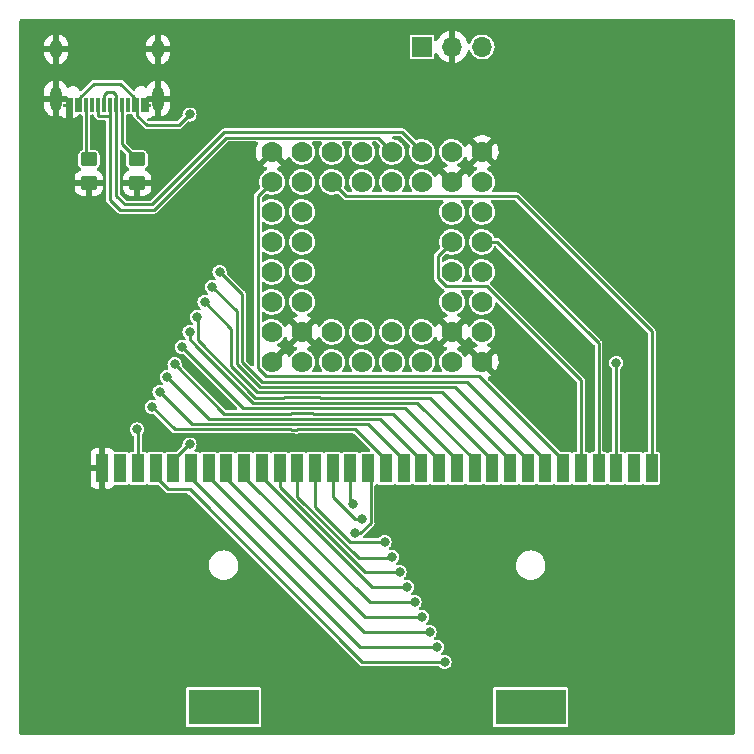
<source format=gbr>
%TF.GenerationSoftware,KiCad,Pcbnew,6.0.5-a6ca702e91~116~ubuntu22.04.1*%
%TF.CreationDate,2022-06-05T12:33:17+01:00*%
%TF.ProjectId,gba-cart-pga,6762612d-6361-4727-942d-7067612e6b69,rev?*%
%TF.SameCoordinates,Original*%
%TF.FileFunction,Copper,L1,Top*%
%TF.FilePolarity,Positive*%
%FSLAX46Y46*%
G04 Gerber Fmt 4.6, Leading zero omitted, Abs format (unit mm)*
G04 Created by KiCad (PCBNEW 6.0.5-a6ca702e91~116~ubuntu22.04.1) date 2022-06-05 12:33:17*
%MOMM*%
%LPD*%
G01*
G04 APERTURE LIST*
G04 Aperture macros list*
%AMRoundRect*
0 Rectangle with rounded corners*
0 $1 Rounding radius*
0 $2 $3 $4 $5 $6 $7 $8 $9 X,Y pos of 4 corners*
0 Add a 4 corners polygon primitive as box body*
4,1,4,$2,$3,$4,$5,$6,$7,$8,$9,$2,$3,0*
0 Add four circle primitives for the rounded corners*
1,1,$1+$1,$2,$3*
1,1,$1+$1,$4,$5*
1,1,$1+$1,$6,$7*
1,1,$1+$1,$8,$9*
0 Add four rect primitives between the rounded corners*
20,1,$1+$1,$2,$3,$4,$5,0*
20,1,$1+$1,$4,$5,$6,$7,0*
20,1,$1+$1,$6,$7,$8,$9,0*
20,1,$1+$1,$8,$9,$2,$3,0*%
G04 Aperture macros list end*
%TA.AperFunction,SMDPad,CuDef*%
%ADD10RoundRect,0.250000X-0.450000X0.350000X-0.450000X-0.350000X0.450000X-0.350000X0.450000X0.350000X0*%
%TD*%
%TA.AperFunction,SMDPad,CuDef*%
%ADD11R,1.000000X2.400000*%
%TD*%
%TA.AperFunction,SMDPad,CuDef*%
%ADD12R,6.000000X3.000000*%
%TD*%
%TA.AperFunction,ComponentPad*%
%ADD13R,1.700000X1.700000*%
%TD*%
%TA.AperFunction,ComponentPad*%
%ADD14O,1.700000X1.700000*%
%TD*%
%TA.AperFunction,SMDPad,CuDef*%
%ADD15R,0.300000X1.150000*%
%TD*%
%TA.AperFunction,ComponentPad*%
%ADD16O,1.000000X2.100000*%
%TD*%
%TA.AperFunction,ComponentPad*%
%ADD17O,1.000000X1.600000*%
%TD*%
%TA.AperFunction,ComponentPad*%
%ADD18C,1.778000*%
%TD*%
%TA.AperFunction,ViaPad*%
%ADD19C,0.800000*%
%TD*%
%TA.AperFunction,Conductor*%
%ADD20C,0.250000*%
%TD*%
G04 APERTURE END LIST*
D10*
%TO.P,R2,1*%
%TO.N,Net-(J1-PadA5)*%
X114300000Y-93345000D03*
%TO.P,R2,2*%
%TO.N,GND*%
X114300000Y-95345000D03*
%TD*%
D11*
%TO.P,J3,1,VDD*%
%TO.N,+3V3*%
X157870000Y-119500000D03*
%TO.P,J3,2,PHI*%
%TO.N,unconnected-(J3-Pad2)*%
X156370000Y-119500000D03*
%TO.P,J3,3,~{WR}*%
%TO.N,/WR*%
X154870000Y-119500000D03*
%TO.P,J3,4,~{RD}*%
%TO.N,/RD*%
X153370000Y-119500000D03*
%TO.P,J3,5,~{CS1}/~{CS}*%
%TO.N,/CS1*%
X151870000Y-119500000D03*
%TO.P,J3,6,AD0/A0*%
%TO.N,/AD0*%
X150370000Y-119500000D03*
%TO.P,J3,7,AD1/A1*%
%TO.N,/AD1*%
X148870000Y-119500000D03*
%TO.P,J3,8,AD2/A2*%
%TO.N,/AD2*%
X147370000Y-119500000D03*
%TO.P,J3,9,AD3/A3*%
%TO.N,/AD3*%
X145870000Y-119500000D03*
%TO.P,J3,10,AD4/A4*%
%TO.N,/AD4*%
X144370000Y-119500000D03*
%TO.P,J3,11,AD5/A5*%
%TO.N,/AD5*%
X142870000Y-119500000D03*
%TO.P,J3,12,AD6/A6*%
%TO.N,/AD6*%
X141370000Y-119500000D03*
%TO.P,J3,13,AD7/A7*%
%TO.N,/AD7*%
X139870000Y-119500000D03*
%TO.P,J3,14,AD8/A8*%
%TO.N,/AD8*%
X138370000Y-119500000D03*
%TO.P,J3,15,AD9/A9*%
%TO.N,/AD9*%
X136870000Y-119500000D03*
%TO.P,J3,16,AD10/A10*%
%TO.N,/AD10*%
X135370000Y-119500000D03*
%TO.P,J3,17,AD11/A11*%
%TO.N,/AD11*%
X133870000Y-119500000D03*
%TO.P,J3,18,AD12/A12*%
%TO.N,/AD12*%
X132370000Y-119500000D03*
%TO.P,J3,19,AD13/A13*%
%TO.N,/AD13*%
X130870000Y-119500000D03*
%TO.P,J3,20,AD14/A14*%
%TO.N,/AD14*%
X129370000Y-119500000D03*
%TO.P,J3,21,AD15/A15*%
%TO.N,/AD15*%
X127870000Y-119500000D03*
%TO.P,J3,22,A16/D0*%
%TO.N,/A16*%
X126370000Y-119500000D03*
%TO.P,J3,23,A17/D1*%
%TO.N,/A17*%
X124870000Y-119500000D03*
%TO.P,J3,24,A18/D2*%
%TO.N,/A18*%
X123370000Y-119500000D03*
%TO.P,J3,25,A19/D3*%
%TO.N,/A19*%
X121870000Y-119500000D03*
%TO.P,J3,26,A20/D4*%
%TO.N,/A20*%
X120370000Y-119500000D03*
%TO.P,J3,27,A21/D5*%
%TO.N,/A21*%
X118870000Y-119500000D03*
%TO.P,J3,28,A22/D6*%
%TO.N,/A22*%
X117370000Y-119500000D03*
%TO.P,J3,29,A23/D7*%
%TO.N,/A23*%
X115870000Y-119500000D03*
%TO.P,J3,30,~{CS2}/~{RES}*%
%TO.N,/CS2*%
X114370000Y-119500000D03*
%TO.P,J3,31,~{REQ}/VIN*%
%TO.N,unconnected-(J3-Pad31)*%
X112870000Y-119500000D03*
%TO.P,J3,32,GND*%
%TO.N,GND*%
X111370000Y-119500000D03*
D12*
%TO.P,J3,MP*%
%TO.N,unconnected-(J3-PadMP)*%
X147620000Y-139700000D03*
X121620000Y-139700000D03*
%TD*%
D10*
%TO.P,R1,1*%
%TO.N,Net-(J1-PadB5)*%
X110220000Y-93345000D03*
%TO.P,R1,2*%
%TO.N,GND*%
X110220000Y-95345000D03*
%TD*%
D13*
%TO.P,J2,1,Pin_1*%
%TO.N,Net-(J2-Pad1)*%
X138430000Y-83820000D03*
D14*
%TO.P,J2,2,Pin_2*%
%TO.N,GND*%
X140970000Y-83820000D03*
%TO.P,J2,3,Pin_3*%
%TO.N,Net-(J2-Pad3)*%
X143510000Y-83820000D03*
%TD*%
D15*
%TO.P,J1,A1,GND*%
%TO.N,GND*%
X115110000Y-88760000D03*
%TO.P,J1,A4,VBUS*%
%TO.N,VBUS*%
X114310000Y-88760000D03*
%TO.P,J1,A5,CC1*%
%TO.N,Net-(J1-PadA5)*%
X113010000Y-88760000D03*
%TO.P,J1,A6,D+*%
%TO.N,Net-(J1-PadA6)*%
X112010000Y-88760000D03*
%TO.P,J1,A7,D-*%
%TO.N,Net-(J1-PadA7)*%
X111510000Y-88760000D03*
%TO.P,J1,A8,SBU1*%
%TO.N,unconnected-(J1-PadA8)*%
X110510000Y-88760000D03*
%TO.P,J1,A9,VBUS*%
%TO.N,VBUS*%
X109210000Y-88760000D03*
%TO.P,J1,A12,GND*%
%TO.N,GND*%
X108410000Y-88760000D03*
%TO.P,J1,B1,GND*%
X108710000Y-88760000D03*
%TO.P,J1,B4,VBUS*%
%TO.N,VBUS*%
X109510000Y-88760000D03*
%TO.P,J1,B5,CC2*%
%TO.N,Net-(J1-PadB5)*%
X110010000Y-88760000D03*
%TO.P,J1,B6,D+*%
%TO.N,Net-(J1-PadA6)*%
X111010000Y-88760000D03*
%TO.P,J1,B7,D-*%
%TO.N,Net-(J1-PadA7)*%
X112510000Y-88760000D03*
%TO.P,J1,B8,SBU2*%
%TO.N,unconnected-(J1-PadB8)*%
X113510000Y-88760000D03*
%TO.P,J1,B9,VBUS*%
%TO.N,VBUS*%
X114010000Y-88760000D03*
%TO.P,J1,B12,GND*%
%TO.N,GND*%
X114810000Y-88760000D03*
D16*
%TO.P,J1,S1,SHIELD*%
X116080000Y-88195000D03*
D17*
X107440000Y-84015000D03*
D16*
X107440000Y-88195000D03*
D17*
X116080000Y-84015000D03*
%TD*%
D18*
%TO.P,U1,A1,GND*%
%TO.N,GND*%
X125730000Y-92710000D03*
%TO.P,U1,A2,VBUS*%
%TO.N,VBUS*%
X128270000Y-92710000D03*
%TO.P,U1,A3,3v3_EN*%
%TO.N,unconnected-(U1-PadA3)*%
X130810000Y-92710000D03*
%TO.P,U1,A4,RUN*%
%TO.N,unconnected-(U1-PadA4)*%
X133350000Y-92710000D03*
%TO.P,U1,A5,USB_DP*%
%TO.N,Net-(J1-PadA6)*%
X135890000Y-92710000D03*
%TO.P,U1,A6,USB_DM*%
%TO.N,Net-(J1-PadA7)*%
X138430000Y-92710000D03*
%TO.P,U1,A7,BOOTSEL*%
%TO.N,unconnected-(U1-PadA7)*%
X140970000Y-92710000D03*
%TO.P,U1,A8,GND*%
%TO.N,GND*%
X143510000Y-92710000D03*
%TO.P,U1,B1,GPIO0*%
%TO.N,/AD0*%
X125730000Y-95250000D03*
%TO.P,U1,B2,GND*%
%TO.N,unconnected-(U1-PadB2)*%
X128270000Y-95250000D03*
%TO.P,U1,B3,3V3*%
%TO.N,+3V3*%
X130810000Y-95250000D03*
%TO.P,U1,B4,ADC_REF*%
%TO.N,unconnected-(U1-PadB4)*%
X133350000Y-95250000D03*
%TO.P,U1,B5,SWCLK*%
%TO.N,Net-(J2-Pad1)*%
X135890000Y-95250000D03*
%TO.P,U1,B6,SWDIO*%
%TO.N,Net-(J2-Pad3)*%
X138430000Y-95250000D03*
%TO.P,U1,B7,GND*%
%TO.N,GND*%
X140970000Y-95250000D03*
%TO.P,U1,B8,GPIO29*%
%TO.N,unconnected-(U1-PadB8)*%
X143510000Y-95250000D03*
%TO.P,U1,C1,GPIO1*%
%TO.N,/AD1*%
X125730000Y-97790000D03*
%TO.P,U1,C2,GPIO2*%
%TO.N,/AD2*%
X128270000Y-97790000D03*
%TO.P,U1,C7,GPIO28*%
%TO.N,unconnected-(U1-PadC7)*%
X140970000Y-97790000D03*
%TO.P,U1,C8,GPIO27*%
%TO.N,/CS2*%
X143510000Y-97790000D03*
%TO.P,U1,D1,GPIO3*%
%TO.N,/AD3*%
X125730000Y-100330000D03*
%TO.P,U1,D2,GPIO4*%
%TO.N,/AD4*%
X128270000Y-100330000D03*
%TO.P,U1,D7,GPIO26*%
%TO.N,/CS1*%
X140970000Y-100330000D03*
%TO.P,U1,D8,GPIO25*%
%TO.N,/RD*%
X143510000Y-100330000D03*
%TO.P,U1,E1,GPIO5*%
%TO.N,/AD5*%
X125730000Y-102870000D03*
%TO.P,U1,E2,GPIO6*%
%TO.N,/AD6*%
X128270000Y-102870000D03*
%TO.P,U1,E7,GPIO24*%
%TO.N,/WR*%
X140970000Y-102870000D03*
%TO.P,U1,E8,GPIO23*%
%TO.N,/A23*%
X143510000Y-102870000D03*
%TO.P,U1,F1,GPIO7*%
%TO.N,/AD7*%
X125730000Y-105410000D03*
%TO.P,U1,F2,GPIO8*%
%TO.N,/AD8*%
X128270000Y-105410000D03*
%TO.P,U1,F7,GPIO22*%
%TO.N,/A22*%
X140970000Y-105410000D03*
%TO.P,U1,F8,GPIO21*%
%TO.N,/A21*%
X143510000Y-105410000D03*
%TO.P,U1,G1,GPIO9*%
%TO.N,/AD9*%
X125730000Y-107950000D03*
%TO.P,U1,G2,GND*%
%TO.N,GND*%
X128270000Y-107950000D03*
%TO.P,U1,G3,GPIO12*%
%TO.N,/AD12*%
X130810000Y-107950000D03*
%TO.P,U1,G4,GPIO14*%
%TO.N,/AD14*%
X133350000Y-107950000D03*
%TO.P,U1,G5,GPIO16*%
%TO.N,/A16*%
X135890000Y-107950000D03*
%TO.P,U1,G6,GPIO18*%
%TO.N,/A18*%
X138430000Y-107950000D03*
%TO.P,U1,G7,GND*%
%TO.N,GND*%
X140970000Y-107950000D03*
%TO.P,U1,G8,GPIO20*%
%TO.N,/A20*%
X143510000Y-107950000D03*
%TO.P,U1,H1,GND*%
%TO.N,GND*%
X125730000Y-110490000D03*
%TO.P,U1,H2,GPIO10*%
%TO.N,/AD10*%
X128270000Y-110490000D03*
%TO.P,U1,H3,GPIO11*%
%TO.N,/AD11*%
X130810000Y-110490000D03*
%TO.P,U1,H4,GPIO13*%
%TO.N,/AD13*%
X133350000Y-110490000D03*
%TO.P,U1,H5,GPIO15*%
%TO.N,/AD15*%
X135890000Y-110490000D03*
%TO.P,U1,H6,GPIO17*%
%TO.N,/A17*%
X138430000Y-110490000D03*
%TO.P,U1,H7,GPIO19*%
%TO.N,/A19*%
X140970000Y-110490000D03*
%TO.P,U1,H8,GND*%
%TO.N,GND*%
X143510000Y-110490000D03*
%TD*%
D19*
%TO.N,/WR*%
X154870000Y-110560000D03*
%TO.N,/AD1*%
X121285000Y-102870000D03*
%TO.N,/AD2*%
X120650000Y-104140000D03*
%TO.N,/AD3*%
X120015000Y-105409998D03*
%TO.N,/AD4*%
X119380000Y-106680000D03*
%TO.N,/AD5*%
X118745000Y-107950000D03*
%TO.N,/AD6*%
X118110000Y-109220000D03*
%TO.N,/AD7*%
X117475000Y-110685151D03*
%TO.N,/AD8*%
X116840000Y-111760000D03*
%TO.N,/AD9*%
X116205000Y-113030000D03*
%TO.N,/AD10*%
X115570000Y-114300000D03*
%TO.N,/AD11*%
X132715000Y-125005500D03*
%TO.N,/AD12*%
X132593003Y-122513213D03*
%TO.N,/AD13*%
X133350000Y-123825000D03*
%TO.N,/AD14*%
X135255000Y-125730000D03*
%TO.N,/AD15*%
X135890000Y-127000000D03*
%TO.N,/A16*%
X136525000Y-128270000D03*
%TO.N,/A17*%
X137160000Y-129540000D03*
%TO.N,/A18*%
X137795000Y-130810000D03*
%TO.N,/A19*%
X138430000Y-132080000D03*
%TO.N,/A20*%
X139065000Y-133350000D03*
%TO.N,/A21*%
X139700000Y-134620000D03*
%TO.N,/A22*%
X118745000Y-117475000D03*
%TO.N,/A23*%
X140335000Y-135890000D03*
%TO.N,/CS2*%
X114300000Y-116205000D03*
%TO.N,VBUS*%
X118745000Y-89535000D03*
%TD*%
D20*
%TO.N,VBUS*%
X114310000Y-89634022D02*
X115099978Y-90424000D01*
X115099978Y-90424000D02*
X117856000Y-90424000D01*
X117856000Y-90424000D02*
X118745000Y-89535000D01*
%TO.N,Net-(J1-PadA7)*%
X112510000Y-88760000D02*
X112510000Y-87885978D01*
X112510000Y-87885978D02*
X112242022Y-87618000D01*
X112242022Y-87618000D02*
X111777978Y-87618000D01*
X111777978Y-87618000D02*
X111510000Y-87885978D01*
X111510000Y-87885978D02*
X111510000Y-88760000D01*
%TO.N,Net-(J1-PadA6)*%
X111010000Y-89634022D02*
X111010000Y-88804022D01*
X111035489Y-89659511D02*
X111010000Y-89634022D01*
%TO.N,VBUS*%
X114010000Y-88044273D02*
X112892217Y-86926490D01*
%TO.N,Net-(J1-PadA6)*%
X111984511Y-89659511D02*
X111035489Y-89659511D01*
X111984511Y-88829511D02*
X111984511Y-89659511D01*
%TO.N,VBUS*%
X110627783Y-86926490D02*
X109510000Y-88044273D01*
X109510000Y-88044273D02*
X109510000Y-88760000D01*
X114010000Y-88760000D02*
X114010000Y-88044273D01*
X112892217Y-86926490D02*
X110627783Y-86926490D01*
%TO.N,Net-(J1-PadA6)*%
X112010000Y-96770704D02*
X112010000Y-88760000D01*
%TO.N,Net-(J1-PadA7)*%
X112510000Y-96405000D02*
X112510000Y-88760000D01*
%TO.N,VBUS*%
X114310000Y-89634022D02*
X114310000Y-88760000D01*
%TO.N,Net-(J1-PadB5)*%
X110220000Y-93345000D02*
X110010000Y-93135000D01*
X110010000Y-93135000D02*
X110010000Y-88760000D01*
%TO.N,Net-(J1-PadA5)*%
X113010000Y-92055000D02*
X113010000Y-88760000D01*
%TO.N,+3V3*%
X130810000Y-95250000D02*
X132023511Y-96463511D01*
X132023511Y-96463511D02*
X146439676Y-96463511D01*
X157870000Y-107893835D02*
X157870000Y-119500000D01*
X146439676Y-96463511D02*
X157870000Y-107893835D01*
%TO.N,/WR*%
X154870000Y-119500000D02*
X154870000Y-110560000D01*
%TO.N,/RD*%
X144780000Y-100330000D02*
X143510000Y-100330000D01*
X153370000Y-119500000D02*
X153370000Y-108920000D01*
X153370000Y-108920000D02*
X144780000Y-100330000D01*
%TO.N,/CS1*%
X143899676Y-104083511D02*
X140467346Y-104083511D01*
X139756489Y-101543511D02*
X140970000Y-100330000D01*
X151870000Y-119500000D02*
X151870000Y-112053835D01*
X139756489Y-103372654D02*
X139756489Y-101543511D01*
X151870000Y-112053835D02*
X143899676Y-104083511D01*
X140467346Y-104083511D02*
X139756489Y-103372654D01*
%TO.N,/AD0*%
X143273511Y-111703511D02*
X125227346Y-111703511D01*
X125227346Y-111703511D02*
X124516489Y-110992654D01*
X150370000Y-118800000D02*
X143273511Y-111703511D01*
X124516489Y-96463511D02*
X125730000Y-95250000D01*
X150370000Y-119500000D02*
X150370000Y-118800000D01*
X124516489Y-110992654D02*
X124516489Y-96463511D01*
%TO.N,/AD1*%
X142223021Y-112153021D02*
X124855837Y-112153021D01*
X123172545Y-104757545D02*
X121285000Y-102870000D01*
X124855837Y-112153021D02*
X123172545Y-110469729D01*
X148870000Y-119500000D02*
X148870000Y-118800000D01*
X123172545Y-110469729D02*
X123172545Y-104757545D01*
X148870000Y-118800000D02*
X142223021Y-112153021D01*
%TO.N,/AD2*%
X147370000Y-118800000D02*
X141178919Y-112608919D01*
X126390849Y-112608919D02*
X124676030Y-112608918D01*
X147370000Y-119500000D02*
X147370000Y-118800000D01*
X130142764Y-112602532D02*
X126397236Y-112602532D01*
X122723031Y-110655919D02*
X122723031Y-106213031D01*
X141178919Y-112608919D02*
X130149150Y-112608918D01*
X124676030Y-112608918D02*
X122723031Y-110655919D01*
X130149150Y-112608918D02*
X130142764Y-112602532D01*
X122723031Y-106213031D02*
X120650000Y-104140000D01*
X126397236Y-112602532D02*
X126390849Y-112608919D01*
%TO.N,/AD3*%
X145870000Y-119500000D02*
X145870000Y-118800000D01*
X129962956Y-113058428D02*
X129956572Y-113052044D01*
X140128430Y-113058430D02*
X129962956Y-113058428D01*
X122273520Y-110842112D02*
X122273520Y-107668518D01*
X145870000Y-118800000D02*
X140128430Y-113058430D01*
X124489836Y-113058428D02*
X122273520Y-110842112D01*
X129956572Y-113052044D02*
X126583428Y-113052044D01*
X126583428Y-113052044D02*
X126577042Y-113058430D01*
X126577042Y-113058430D02*
X124489836Y-113058428D01*
X122273520Y-107668518D02*
X120015000Y-105409998D01*
%TO.N,/AD4*%
X126769619Y-113501557D02*
X126763238Y-113507938D01*
X144370000Y-118800000D02*
X139077941Y-113507941D01*
X129776762Y-113507938D02*
X129770381Y-113501557D01*
X124303642Y-113507938D02*
X119469501Y-108673797D01*
X126763238Y-113507938D02*
X124303642Y-113507938D01*
X129770381Y-113501557D02*
X126769619Y-113501557D01*
X139077941Y-113507941D02*
X129776762Y-113507938D01*
X144370000Y-119500000D02*
X144370000Y-118800000D01*
X119469501Y-106769501D02*
X119380000Y-106680000D01*
X119469501Y-108673797D02*
X119469501Y-106769501D01*
%TO.N,/AD5*%
X142870000Y-118800000D02*
X138027452Y-113957452D01*
X124117448Y-113957448D02*
X120650000Y-110490000D01*
X129590568Y-113957448D02*
X129584191Y-113951071D01*
X120650000Y-110490000D02*
X119829511Y-109669511D01*
X119380000Y-109220000D02*
X118745000Y-108585000D01*
X120650000Y-110490000D02*
X119380000Y-109220000D01*
X129584191Y-113951071D02*
X126955809Y-113951071D01*
X126955809Y-113951071D02*
X126949427Y-113957452D01*
X138027452Y-113957452D02*
X129590568Y-113957448D01*
X118745000Y-108585000D02*
X118745000Y-107950000D01*
X126949427Y-113957452D02*
X124117448Y-113957448D01*
X142870000Y-119500000D02*
X142870000Y-118800000D01*
X119829511Y-109669511D02*
X119380000Y-109220000D01*
%TO.N,/AD6*%
X129404375Y-114406959D02*
X136976962Y-114406962D01*
X127349800Y-114400578D02*
X129397994Y-114400578D01*
X136976962Y-114406962D02*
X141370000Y-118800000D01*
X141370000Y-118800000D02*
X141370000Y-119500000D01*
X123296958Y-114406958D02*
X127135604Y-114406958D01*
X127349792Y-114400586D02*
X127349800Y-114400578D01*
X129397994Y-114400578D02*
X129404375Y-114406959D01*
X127135604Y-114406958D02*
X127141976Y-114400586D01*
X127141976Y-114400586D02*
X127349792Y-114400586D01*
X118110000Y-109220000D02*
X123296958Y-114406958D01*
%TO.N,/AD7*%
X129218181Y-114856469D02*
X129211800Y-114850088D01*
X129211800Y-114850088D02*
X127328158Y-114850088D01*
X127321777Y-114856469D02*
X121646318Y-114856469D01*
X127328158Y-114850088D02*
X127321777Y-114856469D01*
X121646318Y-114856469D02*
X117475000Y-110685151D01*
X139870000Y-118800000D02*
X135926473Y-114856473D01*
X139870000Y-119500000D02*
X139870000Y-118800000D01*
X135926473Y-114856473D02*
X129218181Y-114856469D01*
%TO.N,/AD8*%
X122924571Y-115305979D02*
X120385979Y-115305979D01*
X126763197Y-115305997D02*
X126763185Y-115305985D01*
X127135537Y-115305999D02*
X127122208Y-115305998D01*
X127722130Y-115299628D02*
X127722119Y-115299628D01*
X129025606Y-115299598D02*
X128781408Y-115299596D01*
X127122208Y-115305998D02*
X126763197Y-115305997D01*
X127507938Y-115306012D02*
X127507918Y-115306012D01*
X129031987Y-115305979D02*
X129025606Y-115299598D01*
X120385979Y-115305979D02*
X116840000Y-111760000D01*
X127722178Y-115299608D02*
X127722172Y-115299608D01*
X126762367Y-115305985D02*
X122924571Y-115305979D01*
X128781408Y-115299596D02*
X128540152Y-115299597D01*
X138370000Y-119500000D02*
X138370000Y-118800000D01*
X127722119Y-115299628D02*
X127722110Y-115299637D01*
X138370000Y-118800000D02*
X134875983Y-115305983D01*
X127507985Y-115305985D02*
X127507972Y-115305998D01*
X127310198Y-115306012D02*
X127135550Y-115306012D01*
X127507918Y-115306012D02*
X127507903Y-115306027D01*
X127722172Y-115299608D02*
X127722168Y-115299612D01*
X134875983Y-115305983D02*
X129031987Y-115305979D01*
X127135550Y-115306012D02*
X127135537Y-115305999D01*
X127484088Y-115315164D02*
X127310198Y-115306012D01*
X127722191Y-115299595D02*
X127722178Y-115299608D01*
X127507903Y-115306027D02*
X127494240Y-115306026D01*
X128540152Y-115299597D02*
X127722191Y-115299595D01*
X127722149Y-115299620D02*
X127722138Y-115299620D01*
X127507972Y-115305998D02*
X127507952Y-115305998D01*
X126763185Y-115305985D02*
X126762367Y-115305985D01*
X127508006Y-115305985D02*
X127507985Y-115305985D01*
X127722168Y-115299612D02*
X127722157Y-115299612D01*
X127494240Y-115306026D02*
X127484088Y-115315164D01*
X127722138Y-115299620D02*
X127722130Y-115299628D01*
X127722110Y-115299637D02*
X127514364Y-115299628D01*
X127722157Y-115299612D02*
X127722149Y-115299620D01*
X127507952Y-115305998D02*
X127507938Y-115306012D01*
X127514364Y-115299628D02*
X127508006Y-115305985D01*
%TO.N,/AD9*%
X136870000Y-119500000D02*
X136870000Y-118800000D01*
X127298183Y-115755523D02*
X126949357Y-115755523D01*
X126949357Y-115755523D02*
X126949343Y-115755509D01*
X118930496Y-115755496D02*
X116205000Y-113030000D01*
X127671100Y-115749138D02*
X127646398Y-115773840D01*
X127451319Y-115763573D02*
X127298183Y-115755523D01*
X128845794Y-115755490D02*
X128839412Y-115749108D01*
X133825493Y-115755493D02*
X128845794Y-115755490D01*
X127908324Y-115749138D02*
X127671100Y-115749138D01*
X127646398Y-115773840D02*
X127451319Y-115763573D01*
X127908354Y-115749108D02*
X127908324Y-115749138D01*
X136870000Y-118800000D02*
X133825493Y-115755493D01*
X126949343Y-115755509D02*
X126577003Y-115755508D01*
X128839412Y-115749108D02*
X127908354Y-115749108D01*
X126577003Y-115755508D02*
X126576991Y-115755496D01*
X126576991Y-115755496D02*
X118930496Y-115755496D01*
%TO.N,/AD10*%
X127880357Y-116205021D02*
X127880338Y-116205020D01*
X127440143Y-116213119D02*
X127416524Y-116211875D01*
X127880238Y-116205062D02*
X127880223Y-116205077D01*
X128094555Y-116198633D02*
X128094544Y-116198633D01*
X128094577Y-116198617D02*
X128094565Y-116198629D01*
X127880371Y-116205007D02*
X127880357Y-116205021D01*
X128094544Y-116198633D02*
X128094536Y-116198641D01*
X127625512Y-116222874D02*
X127442387Y-116215549D01*
X127841949Y-116205074D02*
X127814477Y-116230433D01*
X128659600Y-116205000D02*
X128653219Y-116198619D01*
X128094559Y-116198629D02*
X128094555Y-116198633D01*
X117475000Y-116205000D02*
X115570000Y-114300000D01*
X126763163Y-116205033D02*
X126763149Y-116205019D01*
X127880325Y-116205033D02*
X127880305Y-116205033D01*
X127880271Y-116205048D02*
X127880257Y-116205062D01*
X135370000Y-118800000D02*
X132775003Y-116205003D01*
X128167765Y-116198617D02*
X128094577Y-116198617D01*
X127880290Y-116205048D02*
X127880271Y-116205048D01*
X127626482Y-116222925D02*
X127625512Y-116222874D01*
X122552184Y-116205000D02*
X117475000Y-116205000D01*
X127808774Y-116232493D02*
X127808737Y-116232491D01*
X127811208Y-116230302D02*
X127808774Y-116232493D01*
X127880257Y-116205062D02*
X127880238Y-116205062D01*
X127807401Y-116232976D02*
X127626482Y-116222925D01*
X126390809Y-116205018D02*
X126390797Y-116205006D01*
X127808709Y-116232516D02*
X127807959Y-116232477D01*
X127814477Y-116230433D02*
X127811208Y-116230302D01*
X128094458Y-116198675D02*
X127886733Y-116198666D01*
X128094467Y-116198666D02*
X128094458Y-116198675D01*
X126390797Y-116205006D02*
X122552184Y-116205000D01*
X135370000Y-119500000D02*
X135370000Y-118800000D01*
X128094525Y-116198641D02*
X128094517Y-116198649D01*
X127886733Y-116198666D02*
X127880392Y-116205007D01*
X127880338Y-116205020D02*
X127880325Y-116205033D01*
X127442387Y-116215549D02*
X127440143Y-116213119D01*
X128094517Y-116198649D02*
X128094506Y-116198649D01*
X128094486Y-116198658D02*
X128094478Y-116198666D01*
X127880305Y-116205033D02*
X127880290Y-116205048D01*
X128094565Y-116198629D02*
X128094559Y-116198629D01*
X128094478Y-116198666D02*
X128094467Y-116198666D01*
X127416524Y-116211875D02*
X127286368Y-116205033D01*
X128094536Y-116198641D02*
X128094525Y-116198641D01*
X128094497Y-116198658D02*
X128094486Y-116198658D01*
X128167767Y-116198619D02*
X128167765Y-116198617D01*
X128653219Y-116198619D02*
X128167767Y-116198619D01*
X127286368Y-116205033D02*
X126763163Y-116205033D01*
X127808737Y-116232491D02*
X127808709Y-116232516D01*
X127880392Y-116205007D02*
X127880371Y-116205007D01*
X127880223Y-116205077D02*
X127841949Y-116205074D01*
X127807959Y-116232477D02*
X127807401Y-116232976D01*
X132775003Y-116205003D02*
X128659600Y-116205000D01*
X126763149Y-116205019D02*
X126390809Y-116205018D01*
X128094506Y-116198649D02*
X128094497Y-116198658D01*
%TO.N,/AD11*%
X133194100Y-125005500D02*
X132715000Y-125005500D01*
X134074501Y-124125099D02*
X133194100Y-125005500D01*
X133870000Y-119500000D02*
X134074501Y-119704501D01*
X134074501Y-119704501D02*
X134074501Y-124125099D01*
%TO.N,/AD12*%
X132370000Y-119500000D02*
X132370000Y-122290210D01*
X132370000Y-122290210D02*
X132593003Y-122513213D01*
%TO.N,/AD13*%
X130870000Y-119500000D02*
X130870000Y-121909589D01*
X130870000Y-121909589D02*
X132785411Y-123825000D01*
X132785411Y-123825000D02*
X133350000Y-123825000D01*
%TO.N,/AD14*%
X132325400Y-125730000D02*
X135255000Y-125730000D01*
X129370000Y-119500000D02*
X129370000Y-122774600D01*
X129370000Y-122774600D02*
X132325400Y-125730000D01*
%TO.N,/AD15*%
X127870000Y-121910304D02*
X133049197Y-127089501D01*
X127870000Y-119500000D02*
X127870000Y-121910304D01*
X133049197Y-127089501D02*
X135800499Y-127089501D01*
X135800499Y-127089501D02*
X135890000Y-127000000D01*
%TO.N,/A16*%
X126370000Y-119500000D02*
X126370000Y-121046007D01*
X133593993Y-128270000D02*
X136525000Y-128270000D01*
X126370000Y-121046007D02*
X133593993Y-128270000D01*
%TO.N,/A17*%
X124870000Y-120200000D02*
X134210000Y-129540000D01*
X124870000Y-119500000D02*
X124870000Y-120200000D01*
X134210000Y-129540000D02*
X137160000Y-129540000D01*
%TO.N,/A18*%
X123370000Y-119500000D02*
X123370000Y-120200000D01*
X133980000Y-130810000D02*
X137795000Y-130810000D01*
X123370000Y-120200000D02*
X133980000Y-130810000D01*
%TO.N,/A19*%
X121870000Y-119500000D02*
X121870000Y-120349022D01*
X133600978Y-132080000D02*
X138430000Y-132080000D01*
X121870000Y-120349022D02*
X133600978Y-132080000D01*
%TO.N,/A20*%
X133520000Y-133350000D02*
X120370000Y-120200000D01*
X139065000Y-133350000D02*
X133520000Y-133350000D01*
X120370000Y-120200000D02*
X120370000Y-119500000D01*
%TO.N,/A21*%
X139700000Y-134620000D02*
X133140978Y-134620000D01*
X118870000Y-120349022D02*
X118870000Y-119500000D01*
X133140978Y-134620000D02*
X118870000Y-120349022D01*
%TO.N,/A22*%
X117370000Y-118800000D02*
X117370000Y-119500000D01*
X118745000Y-117475000D02*
X118695000Y-117475000D01*
X118695000Y-117475000D02*
X117370000Y-118800000D01*
%TO.N,/A23*%
X133350000Y-135890000D02*
X118745000Y-121285000D01*
X140335000Y-135890000D02*
X133350000Y-135890000D01*
X115870000Y-120200000D02*
X115870000Y-119500000D01*
X118745000Y-121285000D02*
X116955000Y-121285000D01*
X116955000Y-121285000D02*
X115870000Y-120200000D01*
%TO.N,/CS2*%
X114370000Y-116275000D02*
X114370000Y-119500000D01*
X114300000Y-116205000D02*
X114370000Y-116275000D01*
%TO.N,Net-(J1-PadA7)*%
X113260000Y-97155000D02*
X112510000Y-96405000D01*
X121678022Y-91046978D02*
X115570000Y-97155000D01*
X136766978Y-91046978D02*
X121678022Y-91046978D01*
X138430000Y-92710000D02*
X136766978Y-91046978D01*
X115570000Y-97155000D02*
X113260000Y-97155000D01*
%TO.N,Net-(J1-PadA6)*%
X112843807Y-97604511D02*
X112010000Y-96770704D01*
X115756193Y-97604511D02*
X112843807Y-97604511D01*
X121864215Y-91496489D02*
X115756193Y-97604511D01*
X134676489Y-91496489D02*
X121864215Y-91496489D01*
X135890000Y-92710000D02*
X134676489Y-91496489D01*
%TO.N,VBUS*%
X114335489Y-88829511D02*
X114010000Y-88504022D01*
%TO.N,Net-(J1-PadA5)*%
X114300000Y-93345000D02*
X113010000Y-92055000D01*
%TD*%
%TA.AperFunction,Conductor*%
%TO.N,GND*%
G36*
X164841621Y-81500502D02*
G01*
X164888114Y-81554158D01*
X164899500Y-81606500D01*
X164899500Y-141913500D01*
X164879498Y-141981621D01*
X164825842Y-142028114D01*
X164773500Y-142039500D01*
X104466500Y-142039500D01*
X104398379Y-142019498D01*
X104351886Y-141965842D01*
X104340500Y-141913500D01*
X104340500Y-141219748D01*
X118419500Y-141219748D01*
X118431133Y-141278231D01*
X118475448Y-141344552D01*
X118541769Y-141388867D01*
X118553938Y-141391288D01*
X118553939Y-141391288D01*
X118594184Y-141399293D01*
X118600252Y-141400500D01*
X124639748Y-141400500D01*
X124645816Y-141399293D01*
X124686061Y-141391288D01*
X124686062Y-141391288D01*
X124698231Y-141388867D01*
X124764552Y-141344552D01*
X124808867Y-141278231D01*
X124820500Y-141219748D01*
X144419500Y-141219748D01*
X144431133Y-141278231D01*
X144475448Y-141344552D01*
X144541769Y-141388867D01*
X144553938Y-141391288D01*
X144553939Y-141391288D01*
X144594184Y-141399293D01*
X144600252Y-141400500D01*
X150639748Y-141400500D01*
X150645816Y-141399293D01*
X150686061Y-141391288D01*
X150686062Y-141391288D01*
X150698231Y-141388867D01*
X150764552Y-141344552D01*
X150808867Y-141278231D01*
X150820500Y-141219748D01*
X150820500Y-138180252D01*
X150808867Y-138121769D01*
X150764552Y-138055448D01*
X150698231Y-138011133D01*
X150686062Y-138008712D01*
X150686061Y-138008712D01*
X150645816Y-138000707D01*
X150639748Y-137999500D01*
X144600252Y-137999500D01*
X144594184Y-138000707D01*
X144553939Y-138008712D01*
X144553938Y-138008712D01*
X144541769Y-138011133D01*
X144475448Y-138055448D01*
X144431133Y-138121769D01*
X144419500Y-138180252D01*
X144419500Y-141219748D01*
X124820500Y-141219748D01*
X124820500Y-138180252D01*
X124808867Y-138121769D01*
X124764552Y-138055448D01*
X124698231Y-138011133D01*
X124686062Y-138008712D01*
X124686061Y-138008712D01*
X124645816Y-138000707D01*
X124639748Y-137999500D01*
X118600252Y-137999500D01*
X118594184Y-138000707D01*
X118553939Y-138008712D01*
X118553938Y-138008712D01*
X118541769Y-138011133D01*
X118475448Y-138055448D01*
X118431133Y-138121769D01*
X118419500Y-138180252D01*
X118419500Y-141219748D01*
X104340500Y-141219748D01*
X104340500Y-127739438D01*
X120365066Y-127739438D01*
X120391883Y-127961044D01*
X120457519Y-128174400D01*
X120559901Y-128372759D01*
X120563310Y-128377201D01*
X120563312Y-128377205D01*
X120649975Y-128490146D01*
X120695790Y-128549854D01*
X120860893Y-128700086D01*
X121049990Y-128818707D01*
X121257105Y-128901966D01*
X121262593Y-128903103D01*
X121262598Y-128903104D01*
X121420053Y-128935711D01*
X121475690Y-128947233D01*
X121480303Y-128947499D01*
X121530526Y-128950395D01*
X121530530Y-128950395D01*
X121532349Y-128950500D01*
X121676630Y-128950500D01*
X121679417Y-128950251D01*
X121679423Y-128950251D01*
X121752431Y-128943735D01*
X121842339Y-128935711D01*
X121847753Y-128934230D01*
X121847758Y-128934229D01*
X121985278Y-128896607D01*
X122057651Y-128876808D01*
X122062709Y-128874396D01*
X122062713Y-128874394D01*
X122179462Y-128818707D01*
X122259129Y-128780708D01*
X122440405Y-128650448D01*
X122595749Y-128490146D01*
X122720250Y-128304868D01*
X122809974Y-128100471D01*
X122811282Y-128095023D01*
X122811284Y-128095017D01*
X122860775Y-127888872D01*
X122860775Y-127888871D01*
X122862085Y-127883415D01*
X122871983Y-127711747D01*
X122874611Y-127666169D01*
X122874611Y-127666166D01*
X122874934Y-127660562D01*
X122848117Y-127438956D01*
X122782481Y-127225600D01*
X122680099Y-127027241D01*
X122676690Y-127022799D01*
X122676688Y-127022795D01*
X122547620Y-126854590D01*
X122544210Y-126850146D01*
X122379107Y-126699914D01*
X122190010Y-126581293D01*
X121982895Y-126498034D01*
X121977407Y-126496897D01*
X121977402Y-126496896D01*
X121812845Y-126462818D01*
X121764310Y-126452767D01*
X121759697Y-126452501D01*
X121709474Y-126449605D01*
X121709470Y-126449605D01*
X121707651Y-126449500D01*
X121563370Y-126449500D01*
X121560583Y-126449749D01*
X121560577Y-126449749D01*
X121491003Y-126455959D01*
X121397661Y-126464289D01*
X121392247Y-126465770D01*
X121392242Y-126465771D01*
X121278470Y-126496896D01*
X121182349Y-126523192D01*
X121177291Y-126525604D01*
X121177287Y-126525606D01*
X121091147Y-126566693D01*
X120980871Y-126619292D01*
X120799595Y-126749552D01*
X120644251Y-126909854D01*
X120519750Y-127095132D01*
X120430026Y-127299529D01*
X120428718Y-127304977D01*
X120428716Y-127304983D01*
X120382624Y-127496969D01*
X120377915Y-127516585D01*
X120375513Y-127558253D01*
X120366663Y-127711747D01*
X120365066Y-127739438D01*
X104340500Y-127739438D01*
X104340500Y-120744669D01*
X110362001Y-120744669D01*
X110362371Y-120751490D01*
X110367895Y-120802352D01*
X110371521Y-120817604D01*
X110416676Y-120938054D01*
X110425214Y-120953649D01*
X110501715Y-121055724D01*
X110514276Y-121068285D01*
X110616351Y-121144786D01*
X110631946Y-121153324D01*
X110752394Y-121198478D01*
X110767649Y-121202105D01*
X110818514Y-121207631D01*
X110825328Y-121208000D01*
X111097885Y-121208000D01*
X111113124Y-121203525D01*
X111114329Y-121202135D01*
X111116000Y-121194452D01*
X111116000Y-121189884D01*
X111624000Y-121189884D01*
X111628475Y-121205123D01*
X111629865Y-121206328D01*
X111637548Y-121207999D01*
X111914669Y-121207999D01*
X111921490Y-121207629D01*
X111972352Y-121202105D01*
X111987604Y-121198479D01*
X112108054Y-121153324D01*
X112123649Y-121144786D01*
X112225724Y-121068285D01*
X112238285Y-121055724D01*
X112316820Y-120950935D01*
X112373679Y-120908420D01*
X112417646Y-120900500D01*
X113389748Y-120900500D01*
X113399999Y-120898461D01*
X113436061Y-120891288D01*
X113436062Y-120891288D01*
X113448231Y-120888867D01*
X113514552Y-120844552D01*
X113521443Y-120834239D01*
X113530222Y-120825460D01*
X113533243Y-120828481D01*
X113569721Y-120797999D01*
X113640165Y-120789157D01*
X113704207Y-120819803D01*
X113709419Y-120825819D01*
X113709778Y-120825460D01*
X113718557Y-120834239D01*
X113725448Y-120844552D01*
X113791769Y-120888867D01*
X113803938Y-120891288D01*
X113803939Y-120891288D01*
X113840001Y-120898461D01*
X113850252Y-120900500D01*
X114889748Y-120900500D01*
X114899999Y-120898461D01*
X114936061Y-120891288D01*
X114936062Y-120891288D01*
X114948231Y-120888867D01*
X115014552Y-120844552D01*
X115021443Y-120834239D01*
X115030222Y-120825460D01*
X115033243Y-120828481D01*
X115069721Y-120797999D01*
X115140165Y-120789157D01*
X115204207Y-120819803D01*
X115209419Y-120825819D01*
X115209778Y-120825460D01*
X115218557Y-120834239D01*
X115225448Y-120844552D01*
X115291769Y-120888867D01*
X115303938Y-120891288D01*
X115303939Y-120891288D01*
X115340001Y-120898461D01*
X115350252Y-120900500D01*
X116057984Y-120900500D01*
X116126105Y-120920502D01*
X116147079Y-120937405D01*
X116710889Y-121501215D01*
X116718316Y-121509319D01*
X116742545Y-121538194D01*
X116752094Y-121543707D01*
X116775185Y-121557039D01*
X116784456Y-121562945D01*
X116815316Y-121584554D01*
X116825966Y-121587408D01*
X116829134Y-121588885D01*
X116832410Y-121590077D01*
X116841955Y-121595588D01*
X116875699Y-121601538D01*
X116879058Y-121602130D01*
X116889785Y-121604508D01*
X116926193Y-121614264D01*
X116937169Y-121613304D01*
X116937172Y-121613304D01*
X116963743Y-121610979D01*
X116974724Y-121610500D01*
X118557984Y-121610500D01*
X118626105Y-121630502D01*
X118647079Y-121647405D01*
X133105889Y-136106215D01*
X133113316Y-136114319D01*
X133137545Y-136143194D01*
X133147094Y-136148707D01*
X133170185Y-136162039D01*
X133179456Y-136167945D01*
X133210316Y-136189554D01*
X133220966Y-136192408D01*
X133224134Y-136193885D01*
X133227410Y-136195077D01*
X133236955Y-136200588D01*
X133270699Y-136206538D01*
X133274058Y-136207130D01*
X133284785Y-136209508D01*
X133321193Y-136219264D01*
X133332178Y-136218303D01*
X133332180Y-136218303D01*
X133358728Y-136215980D01*
X133369710Y-136215500D01*
X139765714Y-136215500D01*
X139833835Y-136235502D01*
X139865677Y-136264796D01*
X139906718Y-136318282D01*
X140032159Y-136414536D01*
X140178238Y-136475044D01*
X140335000Y-136495682D01*
X140343188Y-136494604D01*
X140483574Y-136476122D01*
X140491762Y-136475044D01*
X140637841Y-136414536D01*
X140763282Y-136318282D01*
X140859536Y-136192841D01*
X140920044Y-136046762D01*
X140940682Y-135890000D01*
X140920044Y-135733238D01*
X140859536Y-135587159D01*
X140763282Y-135461718D01*
X140637841Y-135365464D01*
X140491762Y-135304956D01*
X140335000Y-135284318D01*
X140326812Y-135285396D01*
X140180369Y-135304675D01*
X140110220Y-135293735D01*
X140057122Y-135246607D01*
X140037932Y-135178253D01*
X140058743Y-135110375D01*
X140087220Y-135079790D01*
X140121734Y-135053307D01*
X140121736Y-135053305D01*
X140128282Y-135048282D01*
X140224536Y-134922841D01*
X140285044Y-134776762D01*
X140305682Y-134620000D01*
X140285044Y-134463238D01*
X140224536Y-134317159D01*
X140128282Y-134191718D01*
X140002841Y-134095464D01*
X139856762Y-134034956D01*
X139700000Y-134014318D01*
X139691812Y-134015396D01*
X139545369Y-134034675D01*
X139475220Y-134023735D01*
X139422122Y-133976607D01*
X139402932Y-133908253D01*
X139423743Y-133840375D01*
X139452220Y-133809790D01*
X139486734Y-133783307D01*
X139486736Y-133783305D01*
X139493282Y-133778282D01*
X139589536Y-133652841D01*
X139650044Y-133506762D01*
X139670682Y-133350000D01*
X139650044Y-133193238D01*
X139589536Y-133047159D01*
X139493282Y-132921718D01*
X139367841Y-132825464D01*
X139221762Y-132764956D01*
X139065000Y-132744318D01*
X139056812Y-132745396D01*
X138910369Y-132764675D01*
X138840220Y-132753735D01*
X138787122Y-132706607D01*
X138767932Y-132638253D01*
X138788743Y-132570375D01*
X138817220Y-132539790D01*
X138851734Y-132513307D01*
X138851736Y-132513305D01*
X138858282Y-132508282D01*
X138954536Y-132382841D01*
X139015044Y-132236762D01*
X139035682Y-132080000D01*
X139015044Y-131923238D01*
X138954536Y-131777159D01*
X138858282Y-131651718D01*
X138732841Y-131555464D01*
X138586762Y-131494956D01*
X138430000Y-131474318D01*
X138421812Y-131475396D01*
X138275369Y-131494675D01*
X138205220Y-131483735D01*
X138152122Y-131436607D01*
X138132932Y-131368253D01*
X138153743Y-131300375D01*
X138182220Y-131269790D01*
X138216734Y-131243307D01*
X138216736Y-131243305D01*
X138223282Y-131238282D01*
X138319536Y-131112841D01*
X138380044Y-130966762D01*
X138400682Y-130810000D01*
X138380044Y-130653238D01*
X138319536Y-130507159D01*
X138223282Y-130381718D01*
X138097841Y-130285464D01*
X137951762Y-130224956D01*
X137795000Y-130204318D01*
X137786812Y-130205396D01*
X137640369Y-130224675D01*
X137570220Y-130213735D01*
X137517122Y-130166607D01*
X137497932Y-130098253D01*
X137518743Y-130030375D01*
X137547220Y-129999790D01*
X137581734Y-129973307D01*
X137581736Y-129973305D01*
X137588282Y-129968282D01*
X137684536Y-129842841D01*
X137745044Y-129696762D01*
X137765682Y-129540000D01*
X137745044Y-129383238D01*
X137684536Y-129237159D01*
X137588282Y-129111718D01*
X137462841Y-129015464D01*
X137316762Y-128954956D01*
X137160000Y-128934318D01*
X137151812Y-128935396D01*
X137005369Y-128954675D01*
X136935220Y-128943735D01*
X136882122Y-128896607D01*
X136862932Y-128828253D01*
X136883743Y-128760375D01*
X136912220Y-128729790D01*
X136946734Y-128703307D01*
X136946736Y-128703305D01*
X136953282Y-128698282D01*
X137049536Y-128572841D01*
X137110044Y-128426762D01*
X137130682Y-128270000D01*
X137110044Y-128113238D01*
X137049536Y-127967159D01*
X136953282Y-127841718D01*
X136827841Y-127745464D01*
X136813293Y-127739438D01*
X146365066Y-127739438D01*
X146391883Y-127961044D01*
X146457519Y-128174400D01*
X146559901Y-128372759D01*
X146563310Y-128377201D01*
X146563312Y-128377205D01*
X146649975Y-128490146D01*
X146695790Y-128549854D01*
X146860893Y-128700086D01*
X147049990Y-128818707D01*
X147257105Y-128901966D01*
X147262593Y-128903103D01*
X147262598Y-128903104D01*
X147420053Y-128935711D01*
X147475690Y-128947233D01*
X147480303Y-128947499D01*
X147530526Y-128950395D01*
X147530530Y-128950395D01*
X147532349Y-128950500D01*
X147676630Y-128950500D01*
X147679417Y-128950251D01*
X147679423Y-128950251D01*
X147752431Y-128943735D01*
X147842339Y-128935711D01*
X147847753Y-128934230D01*
X147847758Y-128934229D01*
X147985278Y-128896607D01*
X148057651Y-128876808D01*
X148062709Y-128874396D01*
X148062713Y-128874394D01*
X148179462Y-128818707D01*
X148259129Y-128780708D01*
X148440405Y-128650448D01*
X148595749Y-128490146D01*
X148720250Y-128304868D01*
X148809974Y-128100471D01*
X148811282Y-128095023D01*
X148811284Y-128095017D01*
X148860775Y-127888872D01*
X148860775Y-127888871D01*
X148862085Y-127883415D01*
X148871983Y-127711747D01*
X148874611Y-127666169D01*
X148874611Y-127666166D01*
X148874934Y-127660562D01*
X148848117Y-127438956D01*
X148782481Y-127225600D01*
X148680099Y-127027241D01*
X148676690Y-127022799D01*
X148676688Y-127022795D01*
X148547620Y-126854590D01*
X148544210Y-126850146D01*
X148379107Y-126699914D01*
X148190010Y-126581293D01*
X147982895Y-126498034D01*
X147977407Y-126496897D01*
X147977402Y-126496896D01*
X147812845Y-126462818D01*
X147764310Y-126452767D01*
X147759697Y-126452501D01*
X147709474Y-126449605D01*
X147709470Y-126449605D01*
X147707651Y-126449500D01*
X147563370Y-126449500D01*
X147560583Y-126449749D01*
X147560577Y-126449749D01*
X147491003Y-126455959D01*
X147397661Y-126464289D01*
X147392247Y-126465770D01*
X147392242Y-126465771D01*
X147278470Y-126496896D01*
X147182349Y-126523192D01*
X147177291Y-126525604D01*
X147177287Y-126525606D01*
X147091147Y-126566693D01*
X146980871Y-126619292D01*
X146799595Y-126749552D01*
X146644251Y-126909854D01*
X146519750Y-127095132D01*
X146430026Y-127299529D01*
X146428718Y-127304977D01*
X146428716Y-127304983D01*
X146382624Y-127496969D01*
X146377915Y-127516585D01*
X146375513Y-127558253D01*
X146366663Y-127711747D01*
X146365066Y-127739438D01*
X136813293Y-127739438D01*
X136681762Y-127684956D01*
X136525000Y-127664318D01*
X136516812Y-127665396D01*
X136370369Y-127684675D01*
X136300220Y-127673735D01*
X136247122Y-127626607D01*
X136227932Y-127558253D01*
X136248743Y-127490375D01*
X136277220Y-127459790D01*
X136311734Y-127433307D01*
X136311736Y-127433305D01*
X136318282Y-127428282D01*
X136414536Y-127302841D01*
X136475044Y-127156762D01*
X136495682Y-127000000D01*
X136475044Y-126843238D01*
X136414536Y-126697159D01*
X136318282Y-126571718D01*
X136192841Y-126475464D01*
X136046762Y-126414956D01*
X135890000Y-126394318D01*
X135881812Y-126395396D01*
X135735369Y-126414675D01*
X135665220Y-126403735D01*
X135612122Y-126356607D01*
X135592932Y-126288253D01*
X135613743Y-126220375D01*
X135642220Y-126189790D01*
X135676734Y-126163307D01*
X135676736Y-126163305D01*
X135683282Y-126158282D01*
X135779536Y-126032841D01*
X135840044Y-125886762D01*
X135860682Y-125730000D01*
X135840044Y-125573238D01*
X135779536Y-125427159D01*
X135700061Y-125323585D01*
X135688305Y-125308264D01*
X135683282Y-125301718D01*
X135557841Y-125205464D01*
X135411762Y-125144956D01*
X135255000Y-125124318D01*
X135098238Y-125144956D01*
X134952159Y-125205464D01*
X134826718Y-125301718D01*
X134821695Y-125308264D01*
X134785677Y-125355204D01*
X134728339Y-125397071D01*
X134685714Y-125404500D01*
X133559616Y-125404500D01*
X133491495Y-125384498D01*
X133445002Y-125330842D01*
X133434898Y-125260568D01*
X133464392Y-125195988D01*
X133470521Y-125189405D01*
X134290716Y-124369210D01*
X134298820Y-124361783D01*
X134319250Y-124344640D01*
X134327695Y-124337554D01*
X134333208Y-124328005D01*
X134346540Y-124304914D01*
X134352446Y-124295643D01*
X134367731Y-124273814D01*
X134374055Y-124264783D01*
X134376909Y-124254133D01*
X134378386Y-124250965D01*
X134379578Y-124247689D01*
X134385089Y-124238144D01*
X134391631Y-124201041D01*
X134394010Y-124190309D01*
X134403765Y-124153906D01*
X134402163Y-124135588D01*
X134400481Y-124116371D01*
X134400001Y-124105389D01*
X134400001Y-120988442D01*
X134420003Y-120920321D01*
X134455999Y-120883677D01*
X134504237Y-120851445D01*
X134504239Y-120851443D01*
X134514552Y-120844552D01*
X134521443Y-120834239D01*
X134530222Y-120825460D01*
X134533243Y-120828481D01*
X134569721Y-120797999D01*
X134640165Y-120789157D01*
X134704207Y-120819803D01*
X134709419Y-120825819D01*
X134709778Y-120825460D01*
X134718557Y-120834239D01*
X134725448Y-120844552D01*
X134791769Y-120888867D01*
X134803938Y-120891288D01*
X134803939Y-120891288D01*
X134840001Y-120898461D01*
X134850252Y-120900500D01*
X135889748Y-120900500D01*
X135899999Y-120898461D01*
X135936061Y-120891288D01*
X135936062Y-120891288D01*
X135948231Y-120888867D01*
X136014552Y-120844552D01*
X136021443Y-120834239D01*
X136030222Y-120825460D01*
X136033243Y-120828481D01*
X136069721Y-120797999D01*
X136140165Y-120789157D01*
X136204207Y-120819803D01*
X136209419Y-120825819D01*
X136209778Y-120825460D01*
X136218557Y-120834239D01*
X136225448Y-120844552D01*
X136291769Y-120888867D01*
X136303938Y-120891288D01*
X136303939Y-120891288D01*
X136340001Y-120898461D01*
X136350252Y-120900500D01*
X137389748Y-120900500D01*
X137399999Y-120898461D01*
X137436061Y-120891288D01*
X137436062Y-120891288D01*
X137448231Y-120888867D01*
X137514552Y-120844552D01*
X137521443Y-120834239D01*
X137530222Y-120825460D01*
X137533243Y-120828481D01*
X137569721Y-120797999D01*
X137640165Y-120789157D01*
X137704207Y-120819803D01*
X137709419Y-120825819D01*
X137709778Y-120825460D01*
X137718557Y-120834239D01*
X137725448Y-120844552D01*
X137791769Y-120888867D01*
X137803938Y-120891288D01*
X137803939Y-120891288D01*
X137840001Y-120898461D01*
X137850252Y-120900500D01*
X138889748Y-120900500D01*
X138899999Y-120898461D01*
X138936061Y-120891288D01*
X138936062Y-120891288D01*
X138948231Y-120888867D01*
X139014552Y-120844552D01*
X139021443Y-120834239D01*
X139030222Y-120825460D01*
X139033243Y-120828481D01*
X139069721Y-120797999D01*
X139140165Y-120789157D01*
X139204207Y-120819803D01*
X139209419Y-120825819D01*
X139209778Y-120825460D01*
X139218557Y-120834239D01*
X139225448Y-120844552D01*
X139291769Y-120888867D01*
X139303938Y-120891288D01*
X139303939Y-120891288D01*
X139340001Y-120898461D01*
X139350252Y-120900500D01*
X140389748Y-120900500D01*
X140399999Y-120898461D01*
X140436061Y-120891288D01*
X140436062Y-120891288D01*
X140448231Y-120888867D01*
X140514552Y-120844552D01*
X140521443Y-120834239D01*
X140530222Y-120825460D01*
X140533243Y-120828481D01*
X140569721Y-120797999D01*
X140640165Y-120789157D01*
X140704207Y-120819803D01*
X140709419Y-120825819D01*
X140709778Y-120825460D01*
X140718557Y-120834239D01*
X140725448Y-120844552D01*
X140791769Y-120888867D01*
X140803938Y-120891288D01*
X140803939Y-120891288D01*
X140840001Y-120898461D01*
X140850252Y-120900500D01*
X141889748Y-120900500D01*
X141899999Y-120898461D01*
X141936061Y-120891288D01*
X141936062Y-120891288D01*
X141948231Y-120888867D01*
X142014552Y-120844552D01*
X142021443Y-120834239D01*
X142030222Y-120825460D01*
X142033243Y-120828481D01*
X142069721Y-120797999D01*
X142140165Y-120789157D01*
X142204207Y-120819803D01*
X142209419Y-120825819D01*
X142209778Y-120825460D01*
X142218557Y-120834239D01*
X142225448Y-120844552D01*
X142291769Y-120888867D01*
X142303938Y-120891288D01*
X142303939Y-120891288D01*
X142340001Y-120898461D01*
X142350252Y-120900500D01*
X143389748Y-120900500D01*
X143399999Y-120898461D01*
X143436061Y-120891288D01*
X143436062Y-120891288D01*
X143448231Y-120888867D01*
X143514552Y-120844552D01*
X143521443Y-120834239D01*
X143530222Y-120825460D01*
X143533243Y-120828481D01*
X143569721Y-120797999D01*
X143640165Y-120789157D01*
X143704207Y-120819803D01*
X143709419Y-120825819D01*
X143709778Y-120825460D01*
X143718557Y-120834239D01*
X143725448Y-120844552D01*
X143791769Y-120888867D01*
X143803938Y-120891288D01*
X143803939Y-120891288D01*
X143840001Y-120898461D01*
X143850252Y-120900500D01*
X144889748Y-120900500D01*
X144899999Y-120898461D01*
X144936061Y-120891288D01*
X144936062Y-120891288D01*
X144948231Y-120888867D01*
X145014552Y-120844552D01*
X145021443Y-120834239D01*
X145030222Y-120825460D01*
X145033243Y-120828481D01*
X145069721Y-120797999D01*
X145140165Y-120789157D01*
X145204207Y-120819803D01*
X145209419Y-120825819D01*
X145209778Y-120825460D01*
X145218557Y-120834239D01*
X145225448Y-120844552D01*
X145291769Y-120888867D01*
X145303938Y-120891288D01*
X145303939Y-120891288D01*
X145340001Y-120898461D01*
X145350252Y-120900500D01*
X146389748Y-120900500D01*
X146399999Y-120898461D01*
X146436061Y-120891288D01*
X146436062Y-120891288D01*
X146448231Y-120888867D01*
X146514552Y-120844552D01*
X146521443Y-120834239D01*
X146530222Y-120825460D01*
X146533243Y-120828481D01*
X146569721Y-120797999D01*
X146640165Y-120789157D01*
X146704207Y-120819803D01*
X146709419Y-120825819D01*
X146709778Y-120825460D01*
X146718557Y-120834239D01*
X146725448Y-120844552D01*
X146791769Y-120888867D01*
X146803938Y-120891288D01*
X146803939Y-120891288D01*
X146840001Y-120898461D01*
X146850252Y-120900500D01*
X147889748Y-120900500D01*
X147899999Y-120898461D01*
X147936061Y-120891288D01*
X147936062Y-120891288D01*
X147948231Y-120888867D01*
X148014552Y-120844552D01*
X148021443Y-120834239D01*
X148030222Y-120825460D01*
X148033243Y-120828481D01*
X148069721Y-120797999D01*
X148140165Y-120789157D01*
X148204207Y-120819803D01*
X148209419Y-120825819D01*
X148209778Y-120825460D01*
X148218557Y-120834239D01*
X148225448Y-120844552D01*
X148291769Y-120888867D01*
X148303938Y-120891288D01*
X148303939Y-120891288D01*
X148340001Y-120898461D01*
X148350252Y-120900500D01*
X149389748Y-120900500D01*
X149399999Y-120898461D01*
X149436061Y-120891288D01*
X149436062Y-120891288D01*
X149448231Y-120888867D01*
X149514552Y-120844552D01*
X149521443Y-120834239D01*
X149530222Y-120825460D01*
X149533243Y-120828481D01*
X149569721Y-120797999D01*
X149640165Y-120789157D01*
X149704207Y-120819803D01*
X149709419Y-120825819D01*
X149709778Y-120825460D01*
X149718557Y-120834239D01*
X149725448Y-120844552D01*
X149791769Y-120888867D01*
X149803938Y-120891288D01*
X149803939Y-120891288D01*
X149840001Y-120898461D01*
X149850252Y-120900500D01*
X150889748Y-120900500D01*
X150899999Y-120898461D01*
X150936061Y-120891288D01*
X150936062Y-120891288D01*
X150948231Y-120888867D01*
X151014552Y-120844552D01*
X151021443Y-120834239D01*
X151030222Y-120825460D01*
X151033243Y-120828481D01*
X151069721Y-120797999D01*
X151140165Y-120789157D01*
X151204207Y-120819803D01*
X151209419Y-120825819D01*
X151209778Y-120825460D01*
X151218557Y-120834239D01*
X151225448Y-120844552D01*
X151291769Y-120888867D01*
X151303938Y-120891288D01*
X151303939Y-120891288D01*
X151340001Y-120898461D01*
X151350252Y-120900500D01*
X152389748Y-120900500D01*
X152399999Y-120898461D01*
X152436061Y-120891288D01*
X152436062Y-120891288D01*
X152448231Y-120888867D01*
X152514552Y-120844552D01*
X152521443Y-120834239D01*
X152530222Y-120825460D01*
X152533243Y-120828481D01*
X152569721Y-120797999D01*
X152640165Y-120789157D01*
X152704207Y-120819803D01*
X152709419Y-120825819D01*
X152709778Y-120825460D01*
X152718557Y-120834239D01*
X152725448Y-120844552D01*
X152791769Y-120888867D01*
X152803938Y-120891288D01*
X152803939Y-120891288D01*
X152840001Y-120898461D01*
X152850252Y-120900500D01*
X153889748Y-120900500D01*
X153899999Y-120898461D01*
X153936061Y-120891288D01*
X153936062Y-120891288D01*
X153948231Y-120888867D01*
X154014552Y-120844552D01*
X154021443Y-120834239D01*
X154030222Y-120825460D01*
X154033243Y-120828481D01*
X154069721Y-120797999D01*
X154140165Y-120789157D01*
X154204207Y-120819803D01*
X154209419Y-120825819D01*
X154209778Y-120825460D01*
X154218557Y-120834239D01*
X154225448Y-120844552D01*
X154291769Y-120888867D01*
X154303938Y-120891288D01*
X154303939Y-120891288D01*
X154340001Y-120898461D01*
X154350252Y-120900500D01*
X155389748Y-120900500D01*
X155399999Y-120898461D01*
X155436061Y-120891288D01*
X155436062Y-120891288D01*
X155448231Y-120888867D01*
X155514552Y-120844552D01*
X155521443Y-120834239D01*
X155530222Y-120825460D01*
X155533243Y-120828481D01*
X155569721Y-120797999D01*
X155640165Y-120789157D01*
X155704207Y-120819803D01*
X155709419Y-120825819D01*
X155709778Y-120825460D01*
X155718557Y-120834239D01*
X155725448Y-120844552D01*
X155791769Y-120888867D01*
X155803938Y-120891288D01*
X155803939Y-120891288D01*
X155840001Y-120898461D01*
X155850252Y-120900500D01*
X156889748Y-120900500D01*
X156899999Y-120898461D01*
X156936061Y-120891288D01*
X156936062Y-120891288D01*
X156948231Y-120888867D01*
X157014552Y-120844552D01*
X157021443Y-120834239D01*
X157030222Y-120825460D01*
X157033243Y-120828481D01*
X157069721Y-120797999D01*
X157140165Y-120789157D01*
X157204207Y-120819803D01*
X157209419Y-120825819D01*
X157209778Y-120825460D01*
X157218557Y-120834239D01*
X157225448Y-120844552D01*
X157291769Y-120888867D01*
X157303938Y-120891288D01*
X157303939Y-120891288D01*
X157340001Y-120898461D01*
X157350252Y-120900500D01*
X158389748Y-120900500D01*
X158399999Y-120898461D01*
X158436061Y-120891288D01*
X158436062Y-120891288D01*
X158448231Y-120888867D01*
X158514552Y-120844552D01*
X158558867Y-120778231D01*
X158570500Y-120719748D01*
X158570500Y-118280252D01*
X158558867Y-118221769D01*
X158514552Y-118155448D01*
X158448231Y-118111133D01*
X158436062Y-118108712D01*
X158436061Y-118108712D01*
X158395816Y-118100707D01*
X158389748Y-118099500D01*
X158321500Y-118099500D01*
X158253379Y-118079498D01*
X158206886Y-118025842D01*
X158195500Y-117973500D01*
X158195500Y-107913548D01*
X158195979Y-107902567D01*
X158198303Y-107876005D01*
X158198303Y-107876003D01*
X158199263Y-107865028D01*
X158189508Y-107828618D01*
X158187133Y-107817907D01*
X158182501Y-107791641D01*
X158180588Y-107780790D01*
X158175078Y-107771246D01*
X158173886Y-107767970D01*
X158172407Y-107764799D01*
X158169554Y-107754151D01*
X158147940Y-107723283D01*
X158142036Y-107714014D01*
X158128709Y-107690931D01*
X158128707Y-107690928D01*
X158123194Y-107681380D01*
X158094331Y-107657161D01*
X158086227Y-107649735D01*
X146683786Y-96247295D01*
X146676359Y-96239191D01*
X146663022Y-96223297D01*
X146652131Y-96210317D01*
X146642582Y-96204804D01*
X146619491Y-96191472D01*
X146610220Y-96185566D01*
X146579360Y-96163957D01*
X146568710Y-96161103D01*
X146565542Y-96159626D01*
X146562266Y-96158434D01*
X146552721Y-96152923D01*
X146518977Y-96146973D01*
X146515618Y-96146381D01*
X146504891Y-96144003D01*
X146468483Y-96134247D01*
X146457498Y-96135208D01*
X146457496Y-96135208D01*
X146430948Y-96137531D01*
X146419966Y-96138011D01*
X144457293Y-96138011D01*
X144389172Y-96118009D01*
X144342679Y-96064353D01*
X144332575Y-95994079D01*
X144360418Y-95931444D01*
X144411733Y-95869744D01*
X144509572Y-95695038D01*
X144536023Y-95617115D01*
X144572080Y-95510897D01*
X144572081Y-95510892D01*
X144573936Y-95505428D01*
X144602668Y-95307264D01*
X144604168Y-95250000D01*
X144585846Y-95050604D01*
X144531494Y-94857885D01*
X144442932Y-94678299D01*
X144433030Y-94665038D01*
X144371952Y-94583246D01*
X144323125Y-94517859D01*
X144197897Y-94402099D01*
X144180328Y-94385858D01*
X144180326Y-94385856D01*
X144176087Y-94381938D01*
X144032104Y-94291091D01*
X144011622Y-94278168D01*
X144006742Y-94275089D01*
X144001382Y-94272951D01*
X144001377Y-94272948D01*
X143976763Y-94263128D01*
X143920905Y-94219307D01*
X143897605Y-94152243D01*
X143914262Y-94083228D01*
X143965586Y-94034174D01*
X143987249Y-94025413D01*
X144016521Y-94016631D01*
X144026125Y-94012868D01*
X144223138Y-93916352D01*
X144231983Y-93911079D01*
X144287209Y-93871686D01*
X144295609Y-93860987D01*
X144288622Y-93847833D01*
X143522811Y-93082021D01*
X143508868Y-93074408D01*
X143507034Y-93074539D01*
X143500420Y-93078790D01*
X142728221Y-93850990D01*
X142721464Y-93863365D01*
X142726745Y-93870420D01*
X142899846Y-93971571D01*
X142909132Y-93976021D01*
X143040813Y-94026304D01*
X143097316Y-94069291D01*
X143121609Y-94136002D01*
X143105979Y-94205257D01*
X143055388Y-94255067D01*
X143049483Y-94257723D01*
X143049583Y-94257933D01*
X143044365Y-94260422D01*
X143038949Y-94262420D01*
X142866864Y-94364799D01*
X142862524Y-94368605D01*
X142862520Y-94368608D01*
X142753986Y-94463791D01*
X142716319Y-94496824D01*
X142592354Y-94654073D01*
X142518630Y-94794199D01*
X142469214Y-94845168D01*
X142400082Y-94861331D01*
X142333186Y-94837553D01*
X142291575Y-94785771D01*
X142207459Y-94592319D01*
X142202595Y-94583246D01*
X142131268Y-94472993D01*
X142120582Y-94463791D01*
X142111017Y-94468194D01*
X141329210Y-95250000D01*
X141059095Y-95520116D01*
X140996783Y-95554141D01*
X140925967Y-95549076D01*
X140880905Y-95520115D01*
X140610790Y-95250000D01*
X139831782Y-94470993D01*
X139820246Y-94464693D01*
X139807964Y-94474316D01*
X139754064Y-94553329D01*
X139748976Y-94562285D01*
X139656611Y-94761270D01*
X139651267Y-94775797D01*
X139649947Y-94775311D01*
X139615891Y-94830110D01*
X139551764Y-94860577D01*
X139481345Y-94851538D01*
X139426992Y-94805862D01*
X139418941Y-94791874D01*
X139410773Y-94775311D01*
X139362932Y-94678299D01*
X139353030Y-94665038D01*
X139291952Y-94583246D01*
X139243125Y-94517859D01*
X139117897Y-94402099D01*
X139100328Y-94385858D01*
X139100326Y-94385856D01*
X139096087Y-94381938D01*
X138952104Y-94291091D01*
X138931622Y-94278168D01*
X138926742Y-94275089D01*
X138921382Y-94272951D01*
X138921379Y-94272949D01*
X138746125Y-94203030D01*
X138740761Y-94200890D01*
X138735101Y-94199764D01*
X138735097Y-94199763D01*
X138550039Y-94162953D01*
X138550037Y-94162953D01*
X138544372Y-94161826D01*
X138538597Y-94161750D01*
X138538593Y-94161750D01*
X138438641Y-94160442D01*
X138344153Y-94159205D01*
X138338456Y-94160184D01*
X138338455Y-94160184D01*
X138152505Y-94192136D01*
X138146808Y-94193115D01*
X137958949Y-94262420D01*
X137786864Y-94364799D01*
X137782524Y-94368605D01*
X137782520Y-94368608D01*
X137673986Y-94463791D01*
X137636319Y-94496824D01*
X137512354Y-94654073D01*
X137509666Y-94659183D01*
X137509661Y-94659191D01*
X137448312Y-94775797D01*
X137419121Y-94831280D01*
X137417407Y-94836800D01*
X137382908Y-94947905D01*
X137359742Y-95022510D01*
X137336207Y-95221358D01*
X137349303Y-95421166D01*
X137398592Y-95615241D01*
X137482423Y-95797084D01*
X137536911Y-95874182D01*
X137582925Y-95939291D01*
X137605906Y-96006465D01*
X137588922Y-96075400D01*
X137537364Y-96124210D01*
X137480028Y-96138011D01*
X136837293Y-96138011D01*
X136769172Y-96118009D01*
X136722679Y-96064353D01*
X136712575Y-95994079D01*
X136740418Y-95931444D01*
X136791733Y-95869744D01*
X136889572Y-95695038D01*
X136916023Y-95617115D01*
X136952080Y-95510897D01*
X136952081Y-95510892D01*
X136953936Y-95505428D01*
X136982668Y-95307264D01*
X136984168Y-95250000D01*
X136965846Y-95050604D01*
X136911494Y-94857885D01*
X136822932Y-94678299D01*
X136813030Y-94665038D01*
X136751952Y-94583246D01*
X136703125Y-94517859D01*
X136577897Y-94402099D01*
X136560328Y-94385858D01*
X136560326Y-94385856D01*
X136556087Y-94381938D01*
X136412104Y-94291091D01*
X136391622Y-94278168D01*
X136386742Y-94275089D01*
X136381382Y-94272951D01*
X136381379Y-94272949D01*
X136206125Y-94203030D01*
X136200761Y-94200890D01*
X136195101Y-94199764D01*
X136195097Y-94199763D01*
X136010039Y-94162953D01*
X136010037Y-94162953D01*
X136004372Y-94161826D01*
X135998597Y-94161750D01*
X135998593Y-94161750D01*
X135898641Y-94160442D01*
X135804153Y-94159205D01*
X135798456Y-94160184D01*
X135798455Y-94160184D01*
X135612505Y-94192136D01*
X135606808Y-94193115D01*
X135418949Y-94262420D01*
X135246864Y-94364799D01*
X135242524Y-94368605D01*
X135242520Y-94368608D01*
X135133986Y-94463791D01*
X135096319Y-94496824D01*
X134972354Y-94654073D01*
X134969666Y-94659183D01*
X134969661Y-94659191D01*
X134908312Y-94775797D01*
X134879121Y-94831280D01*
X134877407Y-94836800D01*
X134842908Y-94947905D01*
X134819742Y-95022510D01*
X134796207Y-95221358D01*
X134809303Y-95421166D01*
X134858592Y-95615241D01*
X134942423Y-95797084D01*
X134996911Y-95874182D01*
X135042925Y-95939291D01*
X135065906Y-96006465D01*
X135048922Y-96075400D01*
X134997364Y-96124210D01*
X134940028Y-96138011D01*
X134297293Y-96138011D01*
X134229172Y-96118009D01*
X134182679Y-96064353D01*
X134172575Y-95994079D01*
X134200418Y-95931444D01*
X134251733Y-95869744D01*
X134349572Y-95695038D01*
X134376023Y-95617115D01*
X134412080Y-95510897D01*
X134412081Y-95510892D01*
X134413936Y-95505428D01*
X134442668Y-95307264D01*
X134444168Y-95250000D01*
X134425846Y-95050604D01*
X134371494Y-94857885D01*
X134282932Y-94678299D01*
X134273030Y-94665038D01*
X134211952Y-94583246D01*
X134163125Y-94517859D01*
X134037897Y-94402099D01*
X134020328Y-94385858D01*
X134020326Y-94385856D01*
X134016087Y-94381938D01*
X133872104Y-94291091D01*
X133851622Y-94278168D01*
X133846742Y-94275089D01*
X133841382Y-94272951D01*
X133841379Y-94272949D01*
X133666125Y-94203030D01*
X133660761Y-94200890D01*
X133655101Y-94199764D01*
X133655097Y-94199763D01*
X133470039Y-94162953D01*
X133470037Y-94162953D01*
X133464372Y-94161826D01*
X133458597Y-94161750D01*
X133458593Y-94161750D01*
X133358641Y-94160442D01*
X133264153Y-94159205D01*
X133258456Y-94160184D01*
X133258455Y-94160184D01*
X133072505Y-94192136D01*
X133066808Y-94193115D01*
X132878949Y-94262420D01*
X132706864Y-94364799D01*
X132702524Y-94368605D01*
X132702520Y-94368608D01*
X132593986Y-94463791D01*
X132556319Y-94496824D01*
X132432354Y-94654073D01*
X132429666Y-94659183D01*
X132429661Y-94659191D01*
X132368312Y-94775797D01*
X132339121Y-94831280D01*
X132337407Y-94836800D01*
X132302908Y-94947905D01*
X132279742Y-95022510D01*
X132256207Y-95221358D01*
X132269303Y-95421166D01*
X132318592Y-95615241D01*
X132402423Y-95797084D01*
X132456911Y-95874182D01*
X132502925Y-95939291D01*
X132525906Y-96006465D01*
X132508922Y-96075400D01*
X132457364Y-96124210D01*
X132400028Y-96138011D01*
X132210527Y-96138011D01*
X132142406Y-96118009D01*
X132121432Y-96101106D01*
X131841100Y-95820774D01*
X131807074Y-95758462D01*
X131810882Y-95691179D01*
X131868950Y-95520116D01*
X131872081Y-95510893D01*
X131872081Y-95510892D01*
X131873936Y-95505428D01*
X131902668Y-95307264D01*
X131904168Y-95250000D01*
X131885846Y-95050604D01*
X131831494Y-94857885D01*
X131742932Y-94678299D01*
X131733030Y-94665038D01*
X131671952Y-94583246D01*
X131623125Y-94517859D01*
X131497897Y-94402099D01*
X131480328Y-94385858D01*
X131480326Y-94385856D01*
X131476087Y-94381938D01*
X131332104Y-94291091D01*
X131311622Y-94278168D01*
X131306742Y-94275089D01*
X131301382Y-94272951D01*
X131301379Y-94272949D01*
X131126125Y-94203030D01*
X131120761Y-94200890D01*
X131115101Y-94199764D01*
X131115097Y-94199763D01*
X130930039Y-94162953D01*
X130930037Y-94162953D01*
X130924372Y-94161826D01*
X130918597Y-94161750D01*
X130918593Y-94161750D01*
X130818641Y-94160442D01*
X130724153Y-94159205D01*
X130718456Y-94160184D01*
X130718455Y-94160184D01*
X130532505Y-94192136D01*
X130526808Y-94193115D01*
X130338949Y-94262420D01*
X130166864Y-94364799D01*
X130162524Y-94368605D01*
X130162520Y-94368608D01*
X130053986Y-94463791D01*
X130016319Y-94496824D01*
X129892354Y-94654073D01*
X129889666Y-94659183D01*
X129889661Y-94659191D01*
X129828312Y-94775797D01*
X129799121Y-94831280D01*
X129797407Y-94836800D01*
X129762908Y-94947905D01*
X129739742Y-95022510D01*
X129716207Y-95221358D01*
X129729303Y-95421166D01*
X129778592Y-95615241D01*
X129862423Y-95797084D01*
X129865756Y-95801800D01*
X129967791Y-95946176D01*
X129977988Y-95960605D01*
X130121418Y-96100328D01*
X130287908Y-96211574D01*
X130293211Y-96213852D01*
X130293214Y-96213854D01*
X130323410Y-96226827D01*
X130471883Y-96290616D01*
X130667182Y-96334807D01*
X130672956Y-96335034D01*
X130672957Y-96335034D01*
X130714134Y-96336652D01*
X130867264Y-96342668D01*
X131065428Y-96313936D01*
X131251179Y-96250882D01*
X131322112Y-96247926D01*
X131380774Y-96281100D01*
X131779400Y-96679726D01*
X131786827Y-96687830D01*
X131811056Y-96716705D01*
X131820605Y-96722218D01*
X131843696Y-96735550D01*
X131852967Y-96741456D01*
X131883827Y-96763065D01*
X131894477Y-96765919D01*
X131897645Y-96767396D01*
X131900921Y-96768588D01*
X131910466Y-96774099D01*
X131944210Y-96780049D01*
X131947569Y-96780641D01*
X131958296Y-96783019D01*
X131994704Y-96792775D01*
X132005680Y-96791815D01*
X132005683Y-96791815D01*
X132032254Y-96789490D01*
X132043235Y-96789011D01*
X140124121Y-96789011D01*
X140192242Y-96809013D01*
X140238735Y-96862669D01*
X140248839Y-96932943D01*
X140219345Y-96997523D01*
X140207200Y-97009742D01*
X140176319Y-97036824D01*
X140052354Y-97194073D01*
X139959121Y-97371280D01*
X139899742Y-97562510D01*
X139876207Y-97761358D01*
X139889303Y-97961166D01*
X139938592Y-98155241D01*
X140022423Y-98337084D01*
X140137988Y-98500605D01*
X140281418Y-98640328D01*
X140447908Y-98751574D01*
X140453211Y-98753852D01*
X140453214Y-98753854D01*
X140525088Y-98784733D01*
X140631883Y-98830616D01*
X140827182Y-98874807D01*
X140832956Y-98875034D01*
X140832957Y-98875034D01*
X140874134Y-98876652D01*
X141027264Y-98882668D01*
X141225428Y-98853936D01*
X141230892Y-98852081D01*
X141230897Y-98852080D01*
X141409570Y-98791428D01*
X141415038Y-98789572D01*
X141589744Y-98691733D01*
X141743694Y-98563694D01*
X141871733Y-98409744D01*
X141969572Y-98235038D01*
X141994878Y-98160488D01*
X142032080Y-98050897D01*
X142032081Y-98050892D01*
X142033936Y-98045428D01*
X142062668Y-97847264D01*
X142064168Y-97790000D01*
X142045846Y-97590604D01*
X141991494Y-97397885D01*
X141902932Y-97218299D01*
X141884842Y-97194073D01*
X141786582Y-97062489D01*
X141783125Y-97057859D01*
X141728685Y-97007535D01*
X141692240Y-96946607D01*
X141694521Y-96875647D01*
X141734803Y-96817185D01*
X141800298Y-96789782D01*
X141814214Y-96789011D01*
X142664121Y-96789011D01*
X142732242Y-96809013D01*
X142778735Y-96862669D01*
X142788839Y-96932943D01*
X142759345Y-96997523D01*
X142747200Y-97009742D01*
X142716319Y-97036824D01*
X142592354Y-97194073D01*
X142499121Y-97371280D01*
X142439742Y-97562510D01*
X142416207Y-97761358D01*
X142429303Y-97961166D01*
X142478592Y-98155241D01*
X142562423Y-98337084D01*
X142677988Y-98500605D01*
X142821418Y-98640328D01*
X142987908Y-98751574D01*
X142993211Y-98753852D01*
X142993214Y-98753854D01*
X143065088Y-98784733D01*
X143171883Y-98830616D01*
X143367182Y-98874807D01*
X143372956Y-98875034D01*
X143372957Y-98875034D01*
X143414134Y-98876652D01*
X143567264Y-98882668D01*
X143765428Y-98853936D01*
X143770892Y-98852081D01*
X143770897Y-98852080D01*
X143949570Y-98791428D01*
X143955038Y-98789572D01*
X144129744Y-98691733D01*
X144283694Y-98563694D01*
X144411733Y-98409744D01*
X144509572Y-98235038D01*
X144534878Y-98160488D01*
X144572080Y-98050897D01*
X144572081Y-98050892D01*
X144573936Y-98045428D01*
X144602668Y-97847264D01*
X144604168Y-97790000D01*
X144585846Y-97590604D01*
X144531494Y-97397885D01*
X144442932Y-97218299D01*
X144424842Y-97194073D01*
X144326582Y-97062489D01*
X144323125Y-97057859D01*
X144268685Y-97007535D01*
X144232240Y-96946607D01*
X144234521Y-96875647D01*
X144274803Y-96817185D01*
X144340298Y-96789782D01*
X144354214Y-96789011D01*
X146252660Y-96789011D01*
X146320781Y-96809013D01*
X146341755Y-96825916D01*
X157507595Y-107991757D01*
X157541621Y-108054069D01*
X157544500Y-108080852D01*
X157544500Y-117973500D01*
X157524498Y-118041621D01*
X157470842Y-118088114D01*
X157418500Y-118099500D01*
X157350252Y-118099500D01*
X157344184Y-118100707D01*
X157303939Y-118108712D01*
X157303938Y-118108712D01*
X157291769Y-118111133D01*
X157225448Y-118155448D01*
X157218557Y-118165761D01*
X157209778Y-118174540D01*
X157206757Y-118171519D01*
X157170279Y-118202001D01*
X157099835Y-118210843D01*
X157035793Y-118180197D01*
X157030581Y-118174181D01*
X157030222Y-118174540D01*
X157021443Y-118165761D01*
X157014552Y-118155448D01*
X156948231Y-118111133D01*
X156936062Y-118108712D01*
X156936061Y-118108712D01*
X156895816Y-118100707D01*
X156889748Y-118099500D01*
X155850252Y-118099500D01*
X155844184Y-118100707D01*
X155803939Y-118108712D01*
X155803938Y-118108712D01*
X155791769Y-118111133D01*
X155725448Y-118155448D01*
X155718557Y-118165761D01*
X155709778Y-118174540D01*
X155706757Y-118171519D01*
X155670279Y-118202001D01*
X155599835Y-118210843D01*
X155535793Y-118180197D01*
X155530581Y-118174181D01*
X155530222Y-118174540D01*
X155521443Y-118165761D01*
X155514552Y-118155448D01*
X155448231Y-118111133D01*
X155436062Y-118108712D01*
X155436061Y-118108712D01*
X155395816Y-118100707D01*
X155389748Y-118099500D01*
X155321500Y-118099500D01*
X155253379Y-118079498D01*
X155206886Y-118025842D01*
X155195500Y-117973500D01*
X155195500Y-111129286D01*
X155215502Y-111061165D01*
X155244796Y-111029323D01*
X155291736Y-110993305D01*
X155298282Y-110988282D01*
X155394536Y-110862841D01*
X155455044Y-110716762D01*
X155475682Y-110560000D01*
X155455044Y-110403238D01*
X155394536Y-110257159D01*
X155298282Y-110131718D01*
X155290299Y-110125592D01*
X155231594Y-110080547D01*
X155172841Y-110035464D01*
X155026762Y-109974956D01*
X154870000Y-109954318D01*
X154713238Y-109974956D01*
X154567159Y-110035464D01*
X154508406Y-110080547D01*
X154449702Y-110125592D01*
X154441718Y-110131718D01*
X154345464Y-110257159D01*
X154284956Y-110403238D01*
X154264318Y-110560000D01*
X154284956Y-110716762D01*
X154345464Y-110862841D01*
X154441718Y-110988282D01*
X154448264Y-110993305D01*
X154495204Y-111029323D01*
X154537071Y-111086661D01*
X154544500Y-111129286D01*
X154544500Y-117973500D01*
X154524498Y-118041621D01*
X154470842Y-118088114D01*
X154418500Y-118099500D01*
X154350252Y-118099500D01*
X154344184Y-118100707D01*
X154303939Y-118108712D01*
X154303938Y-118108712D01*
X154291769Y-118111133D01*
X154225448Y-118155448D01*
X154218557Y-118165761D01*
X154209778Y-118174540D01*
X154206757Y-118171519D01*
X154170279Y-118202001D01*
X154099835Y-118210843D01*
X154035793Y-118180197D01*
X154030581Y-118174181D01*
X154030222Y-118174540D01*
X154021443Y-118165761D01*
X154014552Y-118155448D01*
X153948231Y-118111133D01*
X153936062Y-118108712D01*
X153936061Y-118108712D01*
X153895816Y-118100707D01*
X153889748Y-118099500D01*
X153821500Y-118099500D01*
X153753379Y-118079498D01*
X153706886Y-118025842D01*
X153695500Y-117973500D01*
X153695500Y-108939711D01*
X153695980Y-108928729D01*
X153698303Y-108902176D01*
X153699264Y-108891194D01*
X153696410Y-108880542D01*
X153689511Y-108854792D01*
X153687133Y-108844065D01*
X153682504Y-108817815D01*
X153682502Y-108817810D01*
X153680588Y-108806955D01*
X153675075Y-108797407D01*
X153673883Y-108794131D01*
X153672409Y-108790969D01*
X153669554Y-108780316D01*
X153647945Y-108749456D01*
X153642039Y-108740185D01*
X153628707Y-108717094D01*
X153623194Y-108707545D01*
X153594317Y-108683315D01*
X153586215Y-108675889D01*
X145024111Y-100113785D01*
X145016684Y-100105681D01*
X144999541Y-100085251D01*
X144999542Y-100085251D01*
X144992455Y-100076806D01*
X144982906Y-100071293D01*
X144959815Y-100057961D01*
X144950544Y-100052055D01*
X144928715Y-100036770D01*
X144919684Y-100030446D01*
X144909034Y-100027592D01*
X144905866Y-100026115D01*
X144902590Y-100024923D01*
X144893045Y-100019412D01*
X144859301Y-100013462D01*
X144855942Y-100012870D01*
X144845215Y-100010492D01*
X144808807Y-100000736D01*
X144797822Y-100001697D01*
X144797820Y-100001697D01*
X144771272Y-100004020D01*
X144760290Y-100004500D01*
X144642697Y-100004500D01*
X144574576Y-99984498D01*
X144529691Y-99934229D01*
X144515850Y-99906163D01*
X144442932Y-99758299D01*
X144424842Y-99734073D01*
X144326582Y-99602489D01*
X144323125Y-99597859D01*
X144296251Y-99573017D01*
X144180328Y-99465858D01*
X144180326Y-99465856D01*
X144176087Y-99461938D01*
X144006742Y-99355089D01*
X144001382Y-99352951D01*
X144001379Y-99352949D01*
X143826125Y-99283030D01*
X143820761Y-99280890D01*
X143815101Y-99279764D01*
X143815097Y-99279763D01*
X143630039Y-99242953D01*
X143630037Y-99242953D01*
X143624372Y-99241826D01*
X143618597Y-99241750D01*
X143618593Y-99241750D01*
X143518641Y-99240442D01*
X143424153Y-99239205D01*
X143418456Y-99240184D01*
X143418455Y-99240184D01*
X143232505Y-99272136D01*
X143226808Y-99273115D01*
X143038949Y-99342420D01*
X142866864Y-99444799D01*
X142862524Y-99448605D01*
X142862520Y-99448608D01*
X142831067Y-99476192D01*
X142716319Y-99576824D01*
X142592354Y-99734073D01*
X142499121Y-99911280D01*
X142497407Y-99916800D01*
X142462119Y-100030446D01*
X142439742Y-100102510D01*
X142416207Y-100301358D01*
X142429303Y-100501166D01*
X142478592Y-100695241D01*
X142562423Y-100877084D01*
X142677988Y-101040605D01*
X142821418Y-101180328D01*
X142987908Y-101291574D01*
X142993211Y-101293852D01*
X142993214Y-101293854D01*
X143023410Y-101306827D01*
X143171883Y-101370616D01*
X143367182Y-101414807D01*
X143372956Y-101415034D01*
X143372957Y-101415034D01*
X143414134Y-101416652D01*
X143567264Y-101422668D01*
X143765428Y-101393936D01*
X143770892Y-101392081D01*
X143770897Y-101392080D01*
X143922536Y-101340605D01*
X143955038Y-101329572D01*
X144129744Y-101231733D01*
X144283694Y-101103694D01*
X144411733Y-100949744D01*
X144509572Y-100775038D01*
X144511427Y-100769574D01*
X144513206Y-100765578D01*
X144559186Y-100711483D01*
X144627113Y-100690834D01*
X144695421Y-100710187D01*
X144717407Y-100727733D01*
X153007595Y-109017921D01*
X153041621Y-109080233D01*
X153044500Y-109107016D01*
X153044500Y-117973500D01*
X153024498Y-118041621D01*
X152970842Y-118088114D01*
X152918500Y-118099500D01*
X152850252Y-118099500D01*
X152844184Y-118100707D01*
X152803939Y-118108712D01*
X152803938Y-118108712D01*
X152791769Y-118111133D01*
X152725448Y-118155448D01*
X152718557Y-118165761D01*
X152709778Y-118174540D01*
X152706757Y-118171519D01*
X152670279Y-118202001D01*
X152599835Y-118210843D01*
X152535793Y-118180197D01*
X152530581Y-118174181D01*
X152530222Y-118174540D01*
X152521443Y-118165761D01*
X152514552Y-118155448D01*
X152448231Y-118111133D01*
X152436062Y-118108712D01*
X152436061Y-118108712D01*
X152395816Y-118100707D01*
X152389748Y-118099500D01*
X152321500Y-118099500D01*
X152253379Y-118079498D01*
X152206886Y-118025842D01*
X152195500Y-117973500D01*
X152195500Y-112073548D01*
X152195979Y-112062567D01*
X152198303Y-112036005D01*
X152198303Y-112036003D01*
X152199263Y-112025028D01*
X152189508Y-111988618D01*
X152187133Y-111977907D01*
X152182501Y-111951641D01*
X152180588Y-111940790D01*
X152175078Y-111931246D01*
X152173886Y-111927970D01*
X152172407Y-111924799D01*
X152169554Y-111914151D01*
X152147940Y-111883283D01*
X152142036Y-111874014D01*
X152128709Y-111850931D01*
X152128707Y-111850928D01*
X152123194Y-111841380D01*
X152105869Y-111826842D01*
X152094331Y-111817161D01*
X152086227Y-111809735D01*
X148141520Y-107865028D01*
X144182896Y-103906405D01*
X144148870Y-103844093D01*
X144153935Y-103773278D01*
X144191422Y-103720436D01*
X144279256Y-103647385D01*
X144283694Y-103643694D01*
X144411733Y-103489744D01*
X144509572Y-103315038D01*
X144534878Y-103240488D01*
X144572080Y-103130897D01*
X144572081Y-103130892D01*
X144573936Y-103125428D01*
X144602668Y-102927264D01*
X144604168Y-102870000D01*
X144585846Y-102670604D01*
X144531494Y-102477885D01*
X144442932Y-102298299D01*
X144424842Y-102274073D01*
X144326582Y-102142489D01*
X144323125Y-102137859D01*
X144296251Y-102113017D01*
X144180328Y-102005858D01*
X144180326Y-102005856D01*
X144176087Y-102001938D01*
X144006742Y-101895089D01*
X144001382Y-101892951D01*
X144001379Y-101892949D01*
X143826125Y-101823030D01*
X143820761Y-101820890D01*
X143815101Y-101819764D01*
X143815097Y-101819763D01*
X143630039Y-101782953D01*
X143630037Y-101782953D01*
X143624372Y-101781826D01*
X143618597Y-101781750D01*
X143618593Y-101781750D01*
X143518641Y-101780442D01*
X143424153Y-101779205D01*
X143418456Y-101780184D01*
X143418455Y-101780184D01*
X143232505Y-101812136D01*
X143226808Y-101813115D01*
X143038949Y-101882420D01*
X142866864Y-101984799D01*
X142862524Y-101988605D01*
X142862520Y-101988608D01*
X142831067Y-102016192D01*
X142716319Y-102116824D01*
X142592354Y-102274073D01*
X142589663Y-102279189D01*
X142589661Y-102279191D01*
X142504152Y-102441718D01*
X142499121Y-102451280D01*
X142439742Y-102642510D01*
X142416207Y-102841358D01*
X142429303Y-103041166D01*
X142478592Y-103235241D01*
X142562423Y-103417084D01*
X142662095Y-103558116D01*
X142662925Y-103559291D01*
X142685906Y-103626465D01*
X142668922Y-103695400D01*
X142617364Y-103744210D01*
X142560028Y-103758011D01*
X141917293Y-103758011D01*
X141849172Y-103738009D01*
X141802679Y-103684353D01*
X141792575Y-103614079D01*
X141820418Y-103551444D01*
X141871733Y-103489744D01*
X141969572Y-103315038D01*
X141994878Y-103240488D01*
X142032080Y-103130897D01*
X142032081Y-103130892D01*
X142033936Y-103125428D01*
X142062668Y-102927264D01*
X142064168Y-102870000D01*
X142045846Y-102670604D01*
X141991494Y-102477885D01*
X141902932Y-102298299D01*
X141884842Y-102274073D01*
X141786582Y-102142489D01*
X141783125Y-102137859D01*
X141756251Y-102113017D01*
X141640328Y-102005858D01*
X141640326Y-102005856D01*
X141636087Y-102001938D01*
X141466742Y-101895089D01*
X141461382Y-101892951D01*
X141461379Y-101892949D01*
X141286125Y-101823030D01*
X141280761Y-101820890D01*
X141275101Y-101819764D01*
X141275097Y-101819763D01*
X141090039Y-101782953D01*
X141090037Y-101782953D01*
X141084372Y-101781826D01*
X141078597Y-101781750D01*
X141078593Y-101781750D01*
X140978641Y-101780442D01*
X140884153Y-101779205D01*
X140878456Y-101780184D01*
X140878455Y-101780184D01*
X140692505Y-101812136D01*
X140686808Y-101813115D01*
X140498949Y-101882420D01*
X140326864Y-101984799D01*
X140322521Y-101988608D01*
X140322514Y-101988613D01*
X140291066Y-102016192D01*
X140226662Y-102046069D01*
X140156329Y-102036383D01*
X140102398Y-101990210D01*
X140081989Y-101921460D01*
X140081989Y-101730527D01*
X140101991Y-101662406D01*
X140118894Y-101641432D01*
X140402109Y-101358217D01*
X140464421Y-101324191D01*
X140540942Y-101331545D01*
X140626573Y-101368335D01*
X140626576Y-101368336D01*
X140631883Y-101370616D01*
X140827182Y-101414807D01*
X140832956Y-101415034D01*
X140832957Y-101415034D01*
X140874134Y-101416652D01*
X141027264Y-101422668D01*
X141225428Y-101393936D01*
X141230892Y-101392081D01*
X141230897Y-101392080D01*
X141382536Y-101340605D01*
X141415038Y-101329572D01*
X141589744Y-101231733D01*
X141743694Y-101103694D01*
X141871733Y-100949744D01*
X141969572Y-100775038D01*
X141994878Y-100700488D01*
X142032080Y-100590897D01*
X142032081Y-100590892D01*
X142033936Y-100585428D01*
X142062668Y-100387264D01*
X142064168Y-100330000D01*
X142045846Y-100130604D01*
X141991494Y-99937885D01*
X141902932Y-99758299D01*
X141884842Y-99734073D01*
X141786582Y-99602489D01*
X141783125Y-99597859D01*
X141756251Y-99573017D01*
X141640328Y-99465858D01*
X141640326Y-99465856D01*
X141636087Y-99461938D01*
X141466742Y-99355089D01*
X141461382Y-99352951D01*
X141461379Y-99352949D01*
X141286125Y-99283030D01*
X141280761Y-99280890D01*
X141275101Y-99279764D01*
X141275097Y-99279763D01*
X141090039Y-99242953D01*
X141090037Y-99242953D01*
X141084372Y-99241826D01*
X141078597Y-99241750D01*
X141078593Y-99241750D01*
X140978641Y-99240442D01*
X140884153Y-99239205D01*
X140878456Y-99240184D01*
X140878455Y-99240184D01*
X140692505Y-99272136D01*
X140686808Y-99273115D01*
X140498949Y-99342420D01*
X140326864Y-99444799D01*
X140322524Y-99448605D01*
X140322520Y-99448608D01*
X140291067Y-99476192D01*
X140176319Y-99576824D01*
X140052354Y-99734073D01*
X139959121Y-99911280D01*
X139957407Y-99916800D01*
X139922119Y-100030446D01*
X139899742Y-100102510D01*
X139876207Y-100301358D01*
X139889303Y-100501166D01*
X139938592Y-100695241D01*
X139941011Y-100700488D01*
X139966778Y-100756381D01*
X139977133Y-100826618D01*
X139947870Y-100891304D01*
X139941447Y-100898227D01*
X139540274Y-101299400D01*
X139532170Y-101306827D01*
X139503295Y-101331056D01*
X139497782Y-101340605D01*
X139484450Y-101363696D01*
X139478544Y-101372967D01*
X139456935Y-101403827D01*
X139454081Y-101414477D01*
X139452604Y-101417645D01*
X139451412Y-101420921D01*
X139445901Y-101430466D01*
X139439951Y-101464210D01*
X139439359Y-101467569D01*
X139436981Y-101478296D01*
X139427225Y-101514704D01*
X139428186Y-101525689D01*
X139428186Y-101525691D01*
X139430509Y-101552239D01*
X139430989Y-101563221D01*
X139430989Y-103352944D01*
X139430509Y-103363926D01*
X139427225Y-103401461D01*
X139436980Y-103437864D01*
X139439359Y-103448596D01*
X139445901Y-103485699D01*
X139451412Y-103495244D01*
X139452604Y-103498520D01*
X139454081Y-103501688D01*
X139456935Y-103512338D01*
X139463259Y-103521369D01*
X139478544Y-103543198D01*
X139484450Y-103552469D01*
X139488389Y-103559291D01*
X139503295Y-103585109D01*
X139511740Y-103592195D01*
X139532171Y-103609339D01*
X139540274Y-103616765D01*
X140223235Y-104299726D01*
X140230662Y-104307830D01*
X140254891Y-104336705D01*
X140264440Y-104342218D01*
X140275348Y-104348516D01*
X140324342Y-104399898D01*
X140337780Y-104469611D01*
X140311394Y-104535522D01*
X140295429Y-104552367D01*
X140176319Y-104656824D01*
X140172744Y-104661359D01*
X140172743Y-104661360D01*
X140084963Y-104772709D01*
X140052354Y-104814073D01*
X140049663Y-104819189D01*
X140049661Y-104819191D01*
X139964153Y-104981716D01*
X139959121Y-104991280D01*
X139899742Y-105182510D01*
X139876207Y-105381358D01*
X139889303Y-105581166D01*
X139938592Y-105775241D01*
X140022423Y-105957084D01*
X140025756Y-105961800D01*
X140117771Y-106091998D01*
X140137988Y-106120605D01*
X140281418Y-106260328D01*
X140447908Y-106371574D01*
X140453211Y-106373852D01*
X140453214Y-106373854D01*
X140510294Y-106398377D01*
X140564987Y-106443645D01*
X140586524Y-106511296D01*
X140568067Y-106579852D01*
X140515476Y-106627546D01*
X140499702Y-106633910D01*
X140431700Y-106656137D01*
X140422195Y-106660132D01*
X140227603Y-106761431D01*
X140218890Y-106766918D01*
X140191819Y-106787244D01*
X140183365Y-106798570D01*
X140190108Y-106810897D01*
X140957189Y-107577979D01*
X140971132Y-107585592D01*
X140972966Y-107585461D01*
X140979580Y-107581210D01*
X141751162Y-106809627D01*
X141758179Y-106796776D01*
X141750405Y-106786107D01*
X141749796Y-106785625D01*
X141741210Y-106779921D01*
X141549151Y-106673900D01*
X141539748Y-106669674D01*
X141440956Y-106634690D01*
X141383419Y-106593096D01*
X141357503Y-106526999D01*
X141371437Y-106457383D01*
X141421449Y-106405982D01*
X141584710Y-106314552D01*
X141589744Y-106311733D01*
X141743694Y-106183694D01*
X141871733Y-106029744D01*
X141969572Y-105855038D01*
X141994878Y-105780488D01*
X142032080Y-105670897D01*
X142032081Y-105670892D01*
X142033936Y-105665428D01*
X142062668Y-105467264D01*
X142064168Y-105410000D01*
X142045846Y-105210604D01*
X141991494Y-105017885D01*
X141902932Y-104838299D01*
X141895327Y-104828114D01*
X141813166Y-104718089D01*
X141783125Y-104677859D01*
X141728685Y-104627535D01*
X141692240Y-104566607D01*
X141694521Y-104495647D01*
X141734803Y-104437185D01*
X141800298Y-104409782D01*
X141814214Y-104409011D01*
X142664121Y-104409011D01*
X142732242Y-104429013D01*
X142778735Y-104482669D01*
X142788839Y-104552943D01*
X142759345Y-104617523D01*
X142747200Y-104629742D01*
X142716319Y-104656824D01*
X142712744Y-104661359D01*
X142712743Y-104661360D01*
X142624963Y-104772709D01*
X142592354Y-104814073D01*
X142589663Y-104819189D01*
X142589661Y-104819191D01*
X142504153Y-104981716D01*
X142499121Y-104991280D01*
X142439742Y-105182510D01*
X142416207Y-105381358D01*
X142429303Y-105581166D01*
X142478592Y-105775241D01*
X142562423Y-105957084D01*
X142565756Y-105961800D01*
X142657771Y-106091998D01*
X142677988Y-106120605D01*
X142821418Y-106260328D01*
X142987908Y-106371574D01*
X142993211Y-106373852D01*
X142993214Y-106373854D01*
X143065088Y-106404733D01*
X143171883Y-106450616D01*
X143367182Y-106494807D01*
X143372956Y-106495034D01*
X143372957Y-106495034D01*
X143414134Y-106496652D01*
X143567264Y-106502668D01*
X143765428Y-106473936D01*
X143770892Y-106472081D01*
X143770897Y-106472080D01*
X143949570Y-106411428D01*
X143955038Y-106409572D01*
X144129744Y-106311733D01*
X144283694Y-106183694D01*
X144411733Y-106029744D01*
X144509572Y-105855038D01*
X144534878Y-105780488D01*
X144572080Y-105670897D01*
X144572081Y-105670892D01*
X144573936Y-105665428D01*
X144574764Y-105659719D01*
X144574765Y-105659714D01*
X144594517Y-105523484D01*
X144624087Y-105458938D01*
X144683859Y-105420626D01*
X144754855Y-105420710D01*
X144808308Y-105452469D01*
X148159376Y-108803538D01*
X151507595Y-112151757D01*
X151541621Y-112214069D01*
X151544500Y-112240852D01*
X151544500Y-117973500D01*
X151524498Y-118041621D01*
X151470842Y-118088114D01*
X151418500Y-118099500D01*
X151350252Y-118099500D01*
X151344184Y-118100707D01*
X151303939Y-118108712D01*
X151303938Y-118108712D01*
X151291769Y-118111133D01*
X151225448Y-118155448D01*
X151218557Y-118165761D01*
X151209778Y-118174540D01*
X151206757Y-118171519D01*
X151170279Y-118202001D01*
X151099835Y-118210843D01*
X151035793Y-118180197D01*
X151030581Y-118174181D01*
X151030222Y-118174540D01*
X151021443Y-118165761D01*
X151014552Y-118155448D01*
X150948231Y-118111133D01*
X150936062Y-118108712D01*
X150936061Y-118108712D01*
X150895816Y-118100707D01*
X150889748Y-118099500D01*
X150182016Y-118099500D01*
X150113895Y-118079498D01*
X150092921Y-118062595D01*
X144014597Y-111984271D01*
X143980571Y-111921959D01*
X143985636Y-111851144D01*
X144028183Y-111794308D01*
X144048260Y-111782025D01*
X144223128Y-111696358D01*
X144231983Y-111691079D01*
X144287209Y-111651686D01*
X144295609Y-111640987D01*
X144288622Y-111627833D01*
X143151922Y-110491132D01*
X143874408Y-110491132D01*
X143874539Y-110492966D01*
X143878790Y-110499580D01*
X144648425Y-111269214D01*
X144660431Y-111275770D01*
X144672170Y-111266802D01*
X144708549Y-111216174D01*
X144713860Y-111207335D01*
X144811056Y-111010675D01*
X144814854Y-111001082D01*
X144878628Y-110791177D01*
X144880805Y-110781107D01*
X144909677Y-110561799D01*
X144910196Y-110555124D01*
X144911706Y-110493364D01*
X144911512Y-110486646D01*
X144893389Y-110266203D01*
X144891706Y-110256041D01*
X144838261Y-110043263D01*
X144834943Y-110033516D01*
X144747462Y-109832323D01*
X144742595Y-109823246D01*
X144671268Y-109712993D01*
X144660582Y-109703791D01*
X144651017Y-109708194D01*
X143882021Y-110477189D01*
X143874408Y-110491132D01*
X143151922Y-110491132D01*
X143150790Y-110490000D01*
X142371780Y-109710991D01*
X142360246Y-109704693D01*
X142347964Y-109714316D01*
X142294064Y-109793329D01*
X142288976Y-109802285D01*
X142196611Y-110001270D01*
X142191267Y-110015797D01*
X142189947Y-110015311D01*
X142155891Y-110070110D01*
X142091764Y-110100577D01*
X142021345Y-110091538D01*
X141966992Y-110045862D01*
X141958941Y-110031874D01*
X141950773Y-110015311D01*
X141902932Y-109918299D01*
X141884842Y-109894073D01*
X141818360Y-109805044D01*
X141783125Y-109757859D01*
X141664586Y-109648282D01*
X141640328Y-109625858D01*
X141640326Y-109625856D01*
X141636087Y-109621938D01*
X141466742Y-109515089D01*
X141461382Y-109512951D01*
X141461377Y-109512948D01*
X141436763Y-109503128D01*
X141380905Y-109459307D01*
X141357605Y-109392243D01*
X141374262Y-109323228D01*
X141425586Y-109274174D01*
X141447249Y-109265413D01*
X141476521Y-109256631D01*
X141486125Y-109252868D01*
X141683138Y-109156352D01*
X141691983Y-109151079D01*
X141747209Y-109111686D01*
X141755609Y-109100987D01*
X141748622Y-109087833D01*
X140982811Y-108322021D01*
X140968868Y-108314408D01*
X140967034Y-108314539D01*
X140960420Y-108318790D01*
X140188221Y-109090990D01*
X140181464Y-109103365D01*
X140186745Y-109110420D01*
X140359846Y-109211571D01*
X140369132Y-109216021D01*
X140500813Y-109266304D01*
X140557316Y-109309291D01*
X140581609Y-109376002D01*
X140565979Y-109445257D01*
X140515388Y-109495067D01*
X140509483Y-109497723D01*
X140509583Y-109497933D01*
X140504365Y-109500422D01*
X140498949Y-109502420D01*
X140326864Y-109604799D01*
X140322524Y-109608605D01*
X140322520Y-109608608D01*
X140213986Y-109703791D01*
X140176319Y-109736824D01*
X140172744Y-109741359D01*
X140172743Y-109741360D01*
X140084963Y-109852709D01*
X140052354Y-109894073D01*
X140049666Y-109899183D01*
X140049661Y-109899191D01*
X139975320Y-110040491D01*
X139959121Y-110071280D01*
X139954809Y-110085168D01*
X139901494Y-110256869D01*
X139899742Y-110262510D01*
X139876207Y-110461358D01*
X139889303Y-110661166D01*
X139938592Y-110855241D01*
X140022423Y-111037084D01*
X140122095Y-111178116D01*
X140122925Y-111179291D01*
X140145906Y-111246465D01*
X140128922Y-111315400D01*
X140077364Y-111364210D01*
X140020028Y-111378011D01*
X139377293Y-111378011D01*
X139309172Y-111358009D01*
X139262679Y-111304353D01*
X139252575Y-111234079D01*
X139280418Y-111171444D01*
X139331733Y-111109744D01*
X139429572Y-110935038D01*
X139455881Y-110857534D01*
X139492080Y-110750897D01*
X139492081Y-110750892D01*
X139493936Y-110745428D01*
X139522668Y-110547264D01*
X139524168Y-110490000D01*
X139505846Y-110290604D01*
X139498566Y-110264789D01*
X139470603Y-110165642D01*
X139451494Y-110097885D01*
X139362932Y-109918299D01*
X139344842Y-109894073D01*
X139278360Y-109805044D01*
X139243125Y-109757859D01*
X139124586Y-109648282D01*
X139100328Y-109625858D01*
X139100326Y-109625856D01*
X139096087Y-109621938D01*
X138926742Y-109515089D01*
X138921382Y-109512951D01*
X138921379Y-109512949D01*
X138746125Y-109443030D01*
X138740761Y-109440890D01*
X138735101Y-109439764D01*
X138735097Y-109439763D01*
X138550039Y-109402953D01*
X138550037Y-109402953D01*
X138544372Y-109401826D01*
X138538597Y-109401750D01*
X138538593Y-109401750D01*
X138438641Y-109400442D01*
X138344153Y-109399205D01*
X138338456Y-109400184D01*
X138338455Y-109400184D01*
X138164773Y-109430028D01*
X138146808Y-109433115D01*
X137958949Y-109502420D01*
X137786864Y-109604799D01*
X137782524Y-109608605D01*
X137782520Y-109608608D01*
X137673986Y-109703791D01*
X137636319Y-109736824D01*
X137632744Y-109741359D01*
X137632743Y-109741360D01*
X137544963Y-109852709D01*
X137512354Y-109894073D01*
X137509666Y-109899183D01*
X137509661Y-109899191D01*
X137435320Y-110040491D01*
X137419121Y-110071280D01*
X137414809Y-110085168D01*
X137361494Y-110256869D01*
X137359742Y-110262510D01*
X137336207Y-110461358D01*
X137349303Y-110661166D01*
X137398592Y-110855241D01*
X137482423Y-111037084D01*
X137582095Y-111178116D01*
X137582925Y-111179291D01*
X137605906Y-111246465D01*
X137588922Y-111315400D01*
X137537364Y-111364210D01*
X137480028Y-111378011D01*
X136837293Y-111378011D01*
X136769172Y-111358009D01*
X136722679Y-111304353D01*
X136712575Y-111234079D01*
X136740418Y-111171444D01*
X136791733Y-111109744D01*
X136889572Y-110935038D01*
X136915881Y-110857534D01*
X136952080Y-110750897D01*
X136952081Y-110750892D01*
X136953936Y-110745428D01*
X136982668Y-110547264D01*
X136984168Y-110490000D01*
X136965846Y-110290604D01*
X136958566Y-110264789D01*
X136930603Y-110165642D01*
X136911494Y-110097885D01*
X136822932Y-109918299D01*
X136804842Y-109894073D01*
X136738360Y-109805044D01*
X136703125Y-109757859D01*
X136584586Y-109648282D01*
X136560328Y-109625858D01*
X136560326Y-109625856D01*
X136556087Y-109621938D01*
X136386742Y-109515089D01*
X136381382Y-109512951D01*
X136381379Y-109512949D01*
X136206125Y-109443030D01*
X136200761Y-109440890D01*
X136195101Y-109439764D01*
X136195097Y-109439763D01*
X136010039Y-109402953D01*
X136010037Y-109402953D01*
X136004372Y-109401826D01*
X135998597Y-109401750D01*
X135998593Y-109401750D01*
X135898641Y-109400442D01*
X135804153Y-109399205D01*
X135798456Y-109400184D01*
X135798455Y-109400184D01*
X135624773Y-109430028D01*
X135606808Y-109433115D01*
X135418949Y-109502420D01*
X135246864Y-109604799D01*
X135242524Y-109608605D01*
X135242520Y-109608608D01*
X135133986Y-109703791D01*
X135096319Y-109736824D01*
X135092744Y-109741359D01*
X135092743Y-109741360D01*
X135004963Y-109852709D01*
X134972354Y-109894073D01*
X134969666Y-109899183D01*
X134969661Y-109899191D01*
X134895320Y-110040491D01*
X134879121Y-110071280D01*
X134874809Y-110085168D01*
X134821494Y-110256869D01*
X134819742Y-110262510D01*
X134796207Y-110461358D01*
X134809303Y-110661166D01*
X134858592Y-110855241D01*
X134942423Y-111037084D01*
X135042095Y-111178116D01*
X135042925Y-111179291D01*
X135065906Y-111246465D01*
X135048922Y-111315400D01*
X134997364Y-111364210D01*
X134940028Y-111378011D01*
X134297293Y-111378011D01*
X134229172Y-111358009D01*
X134182679Y-111304353D01*
X134172575Y-111234079D01*
X134200418Y-111171444D01*
X134251733Y-111109744D01*
X134349572Y-110935038D01*
X134375881Y-110857534D01*
X134412080Y-110750897D01*
X134412081Y-110750892D01*
X134413936Y-110745428D01*
X134442668Y-110547264D01*
X134444168Y-110490000D01*
X134425846Y-110290604D01*
X134418566Y-110264789D01*
X134390603Y-110165642D01*
X134371494Y-110097885D01*
X134282932Y-109918299D01*
X134264842Y-109894073D01*
X134198360Y-109805044D01*
X134163125Y-109757859D01*
X134044586Y-109648282D01*
X134020328Y-109625858D01*
X134020326Y-109625856D01*
X134016087Y-109621938D01*
X133846742Y-109515089D01*
X133841382Y-109512951D01*
X133841379Y-109512949D01*
X133666125Y-109443030D01*
X133660761Y-109440890D01*
X133655101Y-109439764D01*
X133655097Y-109439763D01*
X133470039Y-109402953D01*
X133470037Y-109402953D01*
X133464372Y-109401826D01*
X133458597Y-109401750D01*
X133458593Y-109401750D01*
X133358641Y-109400442D01*
X133264153Y-109399205D01*
X133258456Y-109400184D01*
X133258455Y-109400184D01*
X133084773Y-109430028D01*
X133066808Y-109433115D01*
X132878949Y-109502420D01*
X132706864Y-109604799D01*
X132702524Y-109608605D01*
X132702520Y-109608608D01*
X132593986Y-109703791D01*
X132556319Y-109736824D01*
X132552744Y-109741359D01*
X132552743Y-109741360D01*
X132464963Y-109852709D01*
X132432354Y-109894073D01*
X132429666Y-109899183D01*
X132429661Y-109899191D01*
X132355320Y-110040491D01*
X132339121Y-110071280D01*
X132334809Y-110085168D01*
X132281494Y-110256869D01*
X132279742Y-110262510D01*
X132256207Y-110461358D01*
X132269303Y-110661166D01*
X132318592Y-110855241D01*
X132402423Y-111037084D01*
X132502095Y-111178116D01*
X132502925Y-111179291D01*
X132525906Y-111246465D01*
X132508922Y-111315400D01*
X132457364Y-111364210D01*
X132400028Y-111378011D01*
X131757293Y-111378011D01*
X131689172Y-111358009D01*
X131642679Y-111304353D01*
X131632575Y-111234079D01*
X131660418Y-111171444D01*
X131711733Y-111109744D01*
X131809572Y-110935038D01*
X131835881Y-110857534D01*
X131872080Y-110750897D01*
X131872081Y-110750892D01*
X131873936Y-110745428D01*
X131902668Y-110547264D01*
X131904168Y-110490000D01*
X131885846Y-110290604D01*
X131878566Y-110264789D01*
X131850603Y-110165642D01*
X131831494Y-110097885D01*
X131742932Y-109918299D01*
X131724842Y-109894073D01*
X131658360Y-109805044D01*
X131623125Y-109757859D01*
X131504586Y-109648282D01*
X131480328Y-109625858D01*
X131480326Y-109625856D01*
X131476087Y-109621938D01*
X131306742Y-109515089D01*
X131301382Y-109512951D01*
X131301379Y-109512949D01*
X131126125Y-109443030D01*
X131120761Y-109440890D01*
X131115101Y-109439764D01*
X131115097Y-109439763D01*
X130930039Y-109402953D01*
X130930037Y-109402953D01*
X130924372Y-109401826D01*
X130918597Y-109401750D01*
X130918593Y-109401750D01*
X130818641Y-109400442D01*
X130724153Y-109399205D01*
X130718456Y-109400184D01*
X130718455Y-109400184D01*
X130544773Y-109430028D01*
X130526808Y-109433115D01*
X130338949Y-109502420D01*
X130166864Y-109604799D01*
X130162524Y-109608605D01*
X130162520Y-109608608D01*
X130053986Y-109703791D01*
X130016319Y-109736824D01*
X130012744Y-109741359D01*
X130012743Y-109741360D01*
X129924963Y-109852709D01*
X129892354Y-109894073D01*
X129889666Y-109899183D01*
X129889661Y-109899191D01*
X129815320Y-110040491D01*
X129799121Y-110071280D01*
X129794809Y-110085168D01*
X129741494Y-110256869D01*
X129739742Y-110262510D01*
X129716207Y-110461358D01*
X129729303Y-110661166D01*
X129778592Y-110855241D01*
X129862423Y-111037084D01*
X129962095Y-111178116D01*
X129962925Y-111179291D01*
X129985906Y-111246465D01*
X129968922Y-111315400D01*
X129917364Y-111364210D01*
X129860028Y-111378011D01*
X129217293Y-111378011D01*
X129149172Y-111358009D01*
X129102679Y-111304353D01*
X129092575Y-111234079D01*
X129120418Y-111171444D01*
X129171733Y-111109744D01*
X129269572Y-110935038D01*
X129295881Y-110857534D01*
X129332080Y-110750897D01*
X129332081Y-110750892D01*
X129333936Y-110745428D01*
X129362668Y-110547264D01*
X129364168Y-110490000D01*
X129345846Y-110290604D01*
X129338566Y-110264789D01*
X129310603Y-110165642D01*
X129291494Y-110097885D01*
X129202932Y-109918299D01*
X129184842Y-109894073D01*
X129118360Y-109805044D01*
X129083125Y-109757859D01*
X128964586Y-109648282D01*
X128940328Y-109625858D01*
X128940326Y-109625856D01*
X128936087Y-109621938D01*
X128766742Y-109515089D01*
X128761382Y-109512951D01*
X128761377Y-109512948D01*
X128736763Y-109503128D01*
X128680905Y-109459307D01*
X128657605Y-109392243D01*
X128674262Y-109323228D01*
X128725586Y-109274174D01*
X128747249Y-109265413D01*
X128776521Y-109256631D01*
X128786125Y-109252868D01*
X128983138Y-109156352D01*
X128991983Y-109151079D01*
X129047209Y-109111686D01*
X129055609Y-109100987D01*
X129048622Y-109087833D01*
X128282811Y-108322021D01*
X128268868Y-108314408D01*
X128267034Y-108314539D01*
X128260420Y-108318790D01*
X127488221Y-109090990D01*
X127481464Y-109103365D01*
X127486745Y-109110420D01*
X127659846Y-109211571D01*
X127669132Y-109216021D01*
X127800813Y-109266304D01*
X127857316Y-109309291D01*
X127881609Y-109376002D01*
X127865979Y-109445257D01*
X127815388Y-109495067D01*
X127809483Y-109497723D01*
X127809583Y-109497933D01*
X127804365Y-109500422D01*
X127798949Y-109502420D01*
X127626864Y-109604799D01*
X127622524Y-109608605D01*
X127622520Y-109608608D01*
X127513986Y-109703791D01*
X127476319Y-109736824D01*
X127472744Y-109741359D01*
X127472743Y-109741360D01*
X127384963Y-109852709D01*
X127352354Y-109894073D01*
X127278630Y-110034199D01*
X127229214Y-110085168D01*
X127160082Y-110101331D01*
X127093186Y-110077553D01*
X127051575Y-110025771D01*
X126967459Y-109832319D01*
X126962595Y-109823246D01*
X126891268Y-109712993D01*
X126880582Y-109703791D01*
X126871017Y-109708194D01*
X125819095Y-110760115D01*
X125756783Y-110794141D01*
X125685967Y-110789076D01*
X125640905Y-110760115D01*
X125459885Y-110579095D01*
X125425859Y-110516783D01*
X125430924Y-110445968D01*
X125459885Y-110400905D01*
X126511158Y-109349631D01*
X126518178Y-109336775D01*
X126510405Y-109326107D01*
X126509796Y-109325625D01*
X126501210Y-109319921D01*
X126309151Y-109213900D01*
X126299748Y-109209674D01*
X126200956Y-109174690D01*
X126143419Y-109133096D01*
X126117503Y-109066999D01*
X126131437Y-108997383D01*
X126181449Y-108945982D01*
X126298301Y-108880542D01*
X126349744Y-108851733D01*
X126503694Y-108723694D01*
X126631733Y-108569744D01*
X126725139Y-108402954D01*
X126775876Y-108353292D01*
X126845408Y-108338944D01*
X126911659Y-108364466D01*
X126951817Y-108417116D01*
X127016837Y-108577240D01*
X127021490Y-108586451D01*
X127108098Y-108727780D01*
X127118555Y-108737241D01*
X127127331Y-108733458D01*
X127897979Y-107962811D01*
X127904356Y-107951132D01*
X128634408Y-107951132D01*
X128634539Y-107952966D01*
X128638790Y-107959580D01*
X129408425Y-108729214D01*
X129420431Y-108735770D01*
X129432170Y-108726802D01*
X129468549Y-108676174D01*
X129473860Y-108667335D01*
X129571056Y-108470675D01*
X129574854Y-108461082D01*
X129586197Y-108423748D01*
X129625138Y-108364384D01*
X129689992Y-108335496D01*
X129760169Y-108346257D01*
X129813387Y-108393250D01*
X129821180Y-108407622D01*
X129862423Y-108497084D01*
X129865756Y-108501800D01*
X129959663Y-108634675D01*
X129977988Y-108660605D01*
X129982130Y-108664640D01*
X130010528Y-108692304D01*
X130121418Y-108800328D01*
X130287908Y-108911574D01*
X130293211Y-108913852D01*
X130293214Y-108913854D01*
X130365088Y-108944733D01*
X130471883Y-108990616D01*
X130667182Y-109034807D01*
X130672956Y-109035034D01*
X130672957Y-109035034D01*
X130714134Y-109036652D01*
X130867264Y-109042668D01*
X131065428Y-109013936D01*
X131070892Y-109012081D01*
X131070897Y-109012080D01*
X131249570Y-108951428D01*
X131255038Y-108949572D01*
X131429744Y-108851733D01*
X131583694Y-108723694D01*
X131711733Y-108569744D01*
X131809572Y-108395038D01*
X131835455Y-108318790D01*
X131872080Y-108210897D01*
X131872081Y-108210892D01*
X131873936Y-108205428D01*
X131902668Y-108007264D01*
X131904168Y-107950000D01*
X131901536Y-107921358D01*
X132256207Y-107921358D01*
X132269303Y-108121166D01*
X132318592Y-108315241D01*
X132402423Y-108497084D01*
X132405756Y-108501800D01*
X132499663Y-108634675D01*
X132517988Y-108660605D01*
X132522130Y-108664640D01*
X132550528Y-108692304D01*
X132661418Y-108800328D01*
X132827908Y-108911574D01*
X132833211Y-108913852D01*
X132833214Y-108913854D01*
X132905088Y-108944733D01*
X133011883Y-108990616D01*
X133207182Y-109034807D01*
X133212956Y-109035034D01*
X133212957Y-109035034D01*
X133254134Y-109036652D01*
X133407264Y-109042668D01*
X133605428Y-109013936D01*
X133610892Y-109012081D01*
X133610897Y-109012080D01*
X133789570Y-108951428D01*
X133795038Y-108949572D01*
X133969744Y-108851733D01*
X134123694Y-108723694D01*
X134251733Y-108569744D01*
X134349572Y-108395038D01*
X134375455Y-108318790D01*
X134412080Y-108210897D01*
X134412081Y-108210892D01*
X134413936Y-108205428D01*
X134442668Y-108007264D01*
X134444168Y-107950000D01*
X134441536Y-107921358D01*
X134796207Y-107921358D01*
X134809303Y-108121166D01*
X134858592Y-108315241D01*
X134942423Y-108497084D01*
X134945756Y-108501800D01*
X135039663Y-108634675D01*
X135057988Y-108660605D01*
X135062130Y-108664640D01*
X135090528Y-108692304D01*
X135201418Y-108800328D01*
X135367908Y-108911574D01*
X135373211Y-108913852D01*
X135373214Y-108913854D01*
X135445088Y-108944733D01*
X135551883Y-108990616D01*
X135747182Y-109034807D01*
X135752956Y-109035034D01*
X135752957Y-109035034D01*
X135794134Y-109036652D01*
X135947264Y-109042668D01*
X136145428Y-109013936D01*
X136150892Y-109012081D01*
X136150897Y-109012080D01*
X136329570Y-108951428D01*
X136335038Y-108949572D01*
X136509744Y-108851733D01*
X136663694Y-108723694D01*
X136791733Y-108569744D01*
X136889572Y-108395038D01*
X136915455Y-108318790D01*
X136952080Y-108210897D01*
X136952081Y-108210892D01*
X136953936Y-108205428D01*
X136982668Y-108007264D01*
X136984168Y-107950000D01*
X136981536Y-107921358D01*
X137336207Y-107921358D01*
X137349303Y-108121166D01*
X137398592Y-108315241D01*
X137482423Y-108497084D01*
X137485756Y-108501800D01*
X137579663Y-108634675D01*
X137597988Y-108660605D01*
X137602130Y-108664640D01*
X137630528Y-108692304D01*
X137741418Y-108800328D01*
X137907908Y-108911574D01*
X137913211Y-108913852D01*
X137913214Y-108913854D01*
X137985088Y-108944733D01*
X138091883Y-108990616D01*
X138287182Y-109034807D01*
X138292956Y-109035034D01*
X138292957Y-109035034D01*
X138334134Y-109036652D01*
X138487264Y-109042668D01*
X138685428Y-109013936D01*
X138690892Y-109012081D01*
X138690897Y-109012080D01*
X138869570Y-108951428D01*
X138875038Y-108949572D01*
X139049744Y-108851733D01*
X139203694Y-108723694D01*
X139331733Y-108569744D01*
X139425139Y-108402954D01*
X139475876Y-108353292D01*
X139545408Y-108338944D01*
X139611659Y-108364466D01*
X139651817Y-108417116D01*
X139716837Y-108577240D01*
X139721490Y-108586451D01*
X139808098Y-108727780D01*
X139818555Y-108737241D01*
X139827331Y-108733458D01*
X140597979Y-107962811D01*
X140604356Y-107951132D01*
X141334408Y-107951132D01*
X141334539Y-107952966D01*
X141338790Y-107959580D01*
X142108425Y-108729214D01*
X142120431Y-108735770D01*
X142132170Y-108726802D01*
X142168549Y-108676174D01*
X142173860Y-108667335D01*
X142271056Y-108470675D01*
X142274854Y-108461082D01*
X142286197Y-108423748D01*
X142325138Y-108364384D01*
X142389992Y-108335496D01*
X142460169Y-108346257D01*
X142513387Y-108393250D01*
X142521180Y-108407622D01*
X142562423Y-108497084D01*
X142565756Y-108501800D01*
X142659663Y-108634675D01*
X142677988Y-108660605D01*
X142682130Y-108664640D01*
X142710528Y-108692304D01*
X142821418Y-108800328D01*
X142987908Y-108911574D01*
X142993211Y-108913852D01*
X142993214Y-108913854D01*
X143050294Y-108938377D01*
X143104987Y-108983645D01*
X143126524Y-109051296D01*
X143108067Y-109119852D01*
X143055476Y-109167546D01*
X143039702Y-109173910D01*
X142971700Y-109196137D01*
X142962195Y-109200132D01*
X142767603Y-109301431D01*
X142758890Y-109306918D01*
X142731819Y-109327244D01*
X142723365Y-109338570D01*
X142730108Y-109350897D01*
X143497189Y-110117979D01*
X143511132Y-110125592D01*
X143512966Y-110125461D01*
X143519580Y-110121210D01*
X144291162Y-109349627D01*
X144298179Y-109336776D01*
X144290405Y-109326107D01*
X144289796Y-109325625D01*
X144281210Y-109319921D01*
X144089151Y-109213900D01*
X144079748Y-109209674D01*
X143980956Y-109174690D01*
X143923419Y-109133096D01*
X143897503Y-109066999D01*
X143911437Y-108997383D01*
X143961449Y-108945982D01*
X144078301Y-108880542D01*
X144129744Y-108851733D01*
X144283694Y-108723694D01*
X144411733Y-108569744D01*
X144509572Y-108395038D01*
X144535455Y-108318790D01*
X144572080Y-108210897D01*
X144572081Y-108210892D01*
X144573936Y-108205428D01*
X144602668Y-108007264D01*
X144604168Y-107950000D01*
X144585846Y-107750604D01*
X144531494Y-107557885D01*
X144442932Y-107378299D01*
X144432759Y-107364675D01*
X144360566Y-107267998D01*
X144323125Y-107217859D01*
X144274589Y-107172993D01*
X144180328Y-107085858D01*
X144180326Y-107085856D01*
X144176087Y-107081938D01*
X144006742Y-106975089D01*
X144001382Y-106972951D01*
X144001379Y-106972949D01*
X143826125Y-106903030D01*
X143820761Y-106900890D01*
X143815101Y-106899764D01*
X143815097Y-106899763D01*
X143630039Y-106862953D01*
X143630037Y-106862953D01*
X143624372Y-106861826D01*
X143618597Y-106861750D01*
X143618593Y-106861750D01*
X143518641Y-106860442D01*
X143424153Y-106859205D01*
X143418456Y-106860184D01*
X143418455Y-106860184D01*
X143232505Y-106892136D01*
X143226808Y-106893115D01*
X143038949Y-106962420D01*
X142866864Y-107064799D01*
X142862524Y-107068605D01*
X142862520Y-107068608D01*
X142745778Y-107170989D01*
X142716319Y-107196824D01*
X142712744Y-107201359D01*
X142712743Y-107201360D01*
X142611410Y-107329901D01*
X142592354Y-107354073D01*
X142518630Y-107494199D01*
X142469214Y-107545168D01*
X142400082Y-107561331D01*
X142333186Y-107537553D01*
X142291575Y-107485771D01*
X142207459Y-107292319D01*
X142202595Y-107283246D01*
X142131268Y-107172993D01*
X142120582Y-107163791D01*
X142111017Y-107168194D01*
X141342021Y-107937189D01*
X141334408Y-107951132D01*
X140604356Y-107951132D01*
X140605592Y-107948868D01*
X140605461Y-107947034D01*
X140601210Y-107940420D01*
X139831778Y-107170989D01*
X139820246Y-107164692D01*
X139807964Y-107174315D01*
X139754064Y-107253329D01*
X139748976Y-107262285D01*
X139656611Y-107461270D01*
X139651267Y-107475797D01*
X139649947Y-107475311D01*
X139615891Y-107530110D01*
X139551764Y-107560577D01*
X139481345Y-107551538D01*
X139426992Y-107505862D01*
X139418941Y-107491874D01*
X139410773Y-107475311D01*
X139362932Y-107378299D01*
X139352759Y-107364675D01*
X139280566Y-107267998D01*
X139243125Y-107217859D01*
X139194589Y-107172993D01*
X139100328Y-107085858D01*
X139100326Y-107085856D01*
X139096087Y-107081938D01*
X138926742Y-106975089D01*
X138921382Y-106972951D01*
X138921379Y-106972949D01*
X138746125Y-106903030D01*
X138740761Y-106900890D01*
X138735101Y-106899764D01*
X138735097Y-106899763D01*
X138550039Y-106862953D01*
X138550037Y-106862953D01*
X138544372Y-106861826D01*
X138538597Y-106861750D01*
X138538593Y-106861750D01*
X138438641Y-106860442D01*
X138344153Y-106859205D01*
X138338456Y-106860184D01*
X138338455Y-106860184D01*
X138152505Y-106892136D01*
X138146808Y-106893115D01*
X137958949Y-106962420D01*
X137786864Y-107064799D01*
X137782524Y-107068605D01*
X137782520Y-107068608D01*
X137665778Y-107170989D01*
X137636319Y-107196824D01*
X137632744Y-107201359D01*
X137632743Y-107201360D01*
X137531410Y-107329901D01*
X137512354Y-107354073D01*
X137509666Y-107359183D01*
X137509661Y-107359191D01*
X137424152Y-107521718D01*
X137419121Y-107531280D01*
X137417407Y-107536800D01*
X137369548Y-107690931D01*
X137359742Y-107722510D01*
X137336207Y-107921358D01*
X136981536Y-107921358D01*
X136965846Y-107750604D01*
X136911494Y-107557885D01*
X136822932Y-107378299D01*
X136812759Y-107364675D01*
X136740566Y-107267998D01*
X136703125Y-107217859D01*
X136654589Y-107172993D01*
X136560328Y-107085858D01*
X136560326Y-107085856D01*
X136556087Y-107081938D01*
X136386742Y-106975089D01*
X136381382Y-106972951D01*
X136381379Y-106972949D01*
X136206125Y-106903030D01*
X136200761Y-106900890D01*
X136195101Y-106899764D01*
X136195097Y-106899763D01*
X136010039Y-106862953D01*
X136010037Y-106862953D01*
X136004372Y-106861826D01*
X135998597Y-106861750D01*
X135998593Y-106861750D01*
X135898641Y-106860442D01*
X135804153Y-106859205D01*
X135798456Y-106860184D01*
X135798455Y-106860184D01*
X135612505Y-106892136D01*
X135606808Y-106893115D01*
X135418949Y-106962420D01*
X135246864Y-107064799D01*
X135242524Y-107068605D01*
X135242520Y-107068608D01*
X135125778Y-107170989D01*
X135096319Y-107196824D01*
X135092744Y-107201359D01*
X135092743Y-107201360D01*
X134991410Y-107329901D01*
X134972354Y-107354073D01*
X134969666Y-107359183D01*
X134969661Y-107359191D01*
X134884152Y-107521718D01*
X134879121Y-107531280D01*
X134877407Y-107536800D01*
X134829548Y-107690931D01*
X134819742Y-107722510D01*
X134796207Y-107921358D01*
X134441536Y-107921358D01*
X134425846Y-107750604D01*
X134371494Y-107557885D01*
X134282932Y-107378299D01*
X134272759Y-107364675D01*
X134200566Y-107267998D01*
X134163125Y-107217859D01*
X134114589Y-107172993D01*
X134020328Y-107085858D01*
X134020326Y-107085856D01*
X134016087Y-107081938D01*
X133846742Y-106975089D01*
X133841382Y-106972951D01*
X133841379Y-106972949D01*
X133666125Y-106903030D01*
X133660761Y-106900890D01*
X133655101Y-106899764D01*
X133655097Y-106899763D01*
X133470039Y-106862953D01*
X133470037Y-106862953D01*
X133464372Y-106861826D01*
X133458597Y-106861750D01*
X133458593Y-106861750D01*
X133358641Y-106860442D01*
X133264153Y-106859205D01*
X133258456Y-106860184D01*
X133258455Y-106860184D01*
X133072505Y-106892136D01*
X133066808Y-106893115D01*
X132878949Y-106962420D01*
X132706864Y-107064799D01*
X132702524Y-107068605D01*
X132702520Y-107068608D01*
X132585778Y-107170989D01*
X132556319Y-107196824D01*
X132552744Y-107201359D01*
X132552743Y-107201360D01*
X132451410Y-107329901D01*
X132432354Y-107354073D01*
X132429666Y-107359183D01*
X132429661Y-107359191D01*
X132344152Y-107521718D01*
X132339121Y-107531280D01*
X132337407Y-107536800D01*
X132289548Y-107690931D01*
X132279742Y-107722510D01*
X132256207Y-107921358D01*
X131901536Y-107921358D01*
X131885846Y-107750604D01*
X131831494Y-107557885D01*
X131742932Y-107378299D01*
X131732759Y-107364675D01*
X131660566Y-107267998D01*
X131623125Y-107217859D01*
X131574589Y-107172993D01*
X131480328Y-107085858D01*
X131480326Y-107085856D01*
X131476087Y-107081938D01*
X131306742Y-106975089D01*
X131301382Y-106972951D01*
X131301379Y-106972949D01*
X131126125Y-106903030D01*
X131120761Y-106900890D01*
X131115101Y-106899764D01*
X131115097Y-106899763D01*
X130930039Y-106862953D01*
X130930037Y-106862953D01*
X130924372Y-106861826D01*
X130918597Y-106861750D01*
X130918593Y-106861750D01*
X130818641Y-106860442D01*
X130724153Y-106859205D01*
X130718456Y-106860184D01*
X130718455Y-106860184D01*
X130532505Y-106892136D01*
X130526808Y-106893115D01*
X130338949Y-106962420D01*
X130166864Y-107064799D01*
X130162524Y-107068605D01*
X130162520Y-107068608D01*
X130045778Y-107170989D01*
X130016319Y-107196824D01*
X130012744Y-107201359D01*
X130012743Y-107201360D01*
X129911410Y-107329901D01*
X129892354Y-107354073D01*
X129818630Y-107494199D01*
X129769214Y-107545168D01*
X129700082Y-107561331D01*
X129633186Y-107537553D01*
X129591575Y-107485771D01*
X129507459Y-107292319D01*
X129502595Y-107283246D01*
X129431268Y-107172993D01*
X129420582Y-107163791D01*
X129411017Y-107168194D01*
X128642021Y-107937189D01*
X128634408Y-107951132D01*
X127904356Y-107951132D01*
X127905592Y-107948868D01*
X127905461Y-107947034D01*
X127901210Y-107940420D01*
X127131778Y-107170989D01*
X127120246Y-107164692D01*
X127107964Y-107174315D01*
X127054064Y-107253329D01*
X127048976Y-107262285D01*
X126956611Y-107461270D01*
X126951267Y-107475797D01*
X126949947Y-107475311D01*
X126915891Y-107530110D01*
X126851764Y-107560577D01*
X126781345Y-107551538D01*
X126726992Y-107505862D01*
X126718941Y-107491874D01*
X126710773Y-107475311D01*
X126662932Y-107378299D01*
X126652759Y-107364675D01*
X126580566Y-107267998D01*
X126543125Y-107217859D01*
X126494589Y-107172993D01*
X126400328Y-107085858D01*
X126400326Y-107085856D01*
X126396087Y-107081938D01*
X126226742Y-106975089D01*
X126221382Y-106972951D01*
X126221379Y-106972949D01*
X126046125Y-106903030D01*
X126040761Y-106900890D01*
X126035101Y-106899764D01*
X126035097Y-106899763D01*
X125850039Y-106862953D01*
X125850037Y-106862953D01*
X125844372Y-106861826D01*
X125838597Y-106861750D01*
X125838593Y-106861750D01*
X125738641Y-106860442D01*
X125644153Y-106859205D01*
X125638456Y-106860184D01*
X125638455Y-106860184D01*
X125452505Y-106892136D01*
X125446808Y-106893115D01*
X125258949Y-106962420D01*
X125086864Y-107064799D01*
X125082521Y-107068608D01*
X125082514Y-107068613D01*
X125051066Y-107096192D01*
X124986662Y-107126069D01*
X124916329Y-107116383D01*
X124862398Y-107070210D01*
X124841989Y-107001460D01*
X124841989Y-106362318D01*
X124861991Y-106294197D01*
X124915647Y-106247704D01*
X124985921Y-106237600D01*
X125040638Y-106261495D01*
X125041418Y-106260328D01*
X125207908Y-106371574D01*
X125213211Y-106373852D01*
X125213214Y-106373854D01*
X125285088Y-106404733D01*
X125391883Y-106450616D01*
X125587182Y-106494807D01*
X125592956Y-106495034D01*
X125592957Y-106495034D01*
X125634134Y-106496652D01*
X125787264Y-106502668D01*
X125985428Y-106473936D01*
X125990892Y-106472081D01*
X125990897Y-106472080D01*
X126169570Y-106411428D01*
X126175038Y-106409572D01*
X126349744Y-106311733D01*
X126503694Y-106183694D01*
X126631733Y-106029744D01*
X126729572Y-105855038D01*
X126754878Y-105780488D01*
X126792080Y-105670897D01*
X126792081Y-105670892D01*
X126793936Y-105665428D01*
X126822668Y-105467264D01*
X126824168Y-105410000D01*
X126821536Y-105381358D01*
X127176207Y-105381358D01*
X127189303Y-105581166D01*
X127238592Y-105775241D01*
X127322423Y-105957084D01*
X127325756Y-105961800D01*
X127417771Y-106091998D01*
X127437988Y-106120605D01*
X127581418Y-106260328D01*
X127747908Y-106371574D01*
X127753211Y-106373852D01*
X127753214Y-106373854D01*
X127810294Y-106398377D01*
X127864987Y-106443645D01*
X127886524Y-106511296D01*
X127868067Y-106579852D01*
X127815476Y-106627546D01*
X127799702Y-106633910D01*
X127731700Y-106656137D01*
X127722195Y-106660132D01*
X127527603Y-106761431D01*
X127518890Y-106766918D01*
X127491819Y-106787244D01*
X127483365Y-106798570D01*
X127490108Y-106810897D01*
X128257189Y-107577979D01*
X128271132Y-107585592D01*
X128272966Y-107585461D01*
X128279580Y-107581210D01*
X129051162Y-106809627D01*
X129058179Y-106796776D01*
X129050405Y-106786107D01*
X129049796Y-106785625D01*
X129041210Y-106779921D01*
X128849151Y-106673900D01*
X128839748Y-106669674D01*
X128740956Y-106634690D01*
X128683419Y-106593096D01*
X128657503Y-106526999D01*
X128671437Y-106457383D01*
X128721449Y-106405982D01*
X128884710Y-106314552D01*
X128889744Y-106311733D01*
X129043694Y-106183694D01*
X129171733Y-106029744D01*
X129269572Y-105855038D01*
X129294878Y-105780488D01*
X129332080Y-105670897D01*
X129332081Y-105670892D01*
X129333936Y-105665428D01*
X129362668Y-105467264D01*
X129364168Y-105410000D01*
X129345846Y-105210604D01*
X129291494Y-105017885D01*
X129202932Y-104838299D01*
X129195327Y-104828114D01*
X129113166Y-104718089D01*
X129083125Y-104677859D01*
X128984836Y-104587001D01*
X128940328Y-104545858D01*
X128940326Y-104545856D01*
X128936087Y-104541938D01*
X128766742Y-104435089D01*
X128761382Y-104432951D01*
X128761379Y-104432949D01*
X128586125Y-104363030D01*
X128580761Y-104360890D01*
X128575101Y-104359764D01*
X128575097Y-104359763D01*
X128390039Y-104322953D01*
X128390037Y-104322953D01*
X128384372Y-104321826D01*
X128378597Y-104321750D01*
X128378593Y-104321750D01*
X128278641Y-104320442D01*
X128184153Y-104319205D01*
X128178456Y-104320184D01*
X128178455Y-104320184D01*
X127992505Y-104352136D01*
X127986808Y-104353115D01*
X127798949Y-104422420D01*
X127626864Y-104524799D01*
X127622524Y-104528605D01*
X127622520Y-104528608D01*
X127507199Y-104629743D01*
X127476319Y-104656824D01*
X127472744Y-104661359D01*
X127472743Y-104661360D01*
X127384963Y-104772709D01*
X127352354Y-104814073D01*
X127349663Y-104819189D01*
X127349661Y-104819191D01*
X127264153Y-104981716D01*
X127259121Y-104991280D01*
X127199742Y-105182510D01*
X127176207Y-105381358D01*
X126821536Y-105381358D01*
X126805846Y-105210604D01*
X126751494Y-105017885D01*
X126662932Y-104838299D01*
X126655327Y-104828114D01*
X126573166Y-104718089D01*
X126543125Y-104677859D01*
X126444836Y-104587001D01*
X126400328Y-104545858D01*
X126400326Y-104545856D01*
X126396087Y-104541938D01*
X126226742Y-104435089D01*
X126221382Y-104432951D01*
X126221379Y-104432949D01*
X126046125Y-104363030D01*
X126040761Y-104360890D01*
X126035101Y-104359764D01*
X126035097Y-104359763D01*
X125850039Y-104322953D01*
X125850037Y-104322953D01*
X125844372Y-104321826D01*
X125838597Y-104321750D01*
X125838593Y-104321750D01*
X125738641Y-104320442D01*
X125644153Y-104319205D01*
X125638456Y-104320184D01*
X125638455Y-104320184D01*
X125452505Y-104352136D01*
X125446808Y-104353115D01*
X125258949Y-104422420D01*
X125086864Y-104524799D01*
X125082521Y-104528608D01*
X125082514Y-104528613D01*
X125051066Y-104556192D01*
X124986662Y-104586069D01*
X124916329Y-104576383D01*
X124862398Y-104530210D01*
X124841989Y-104461460D01*
X124841989Y-103822318D01*
X124861991Y-103754197D01*
X124915647Y-103707704D01*
X124985921Y-103697600D01*
X125040638Y-103721495D01*
X125041418Y-103720328D01*
X125207908Y-103831574D01*
X125213211Y-103833852D01*
X125213214Y-103833854D01*
X125281983Y-103863399D01*
X125391883Y-103910616D01*
X125587182Y-103954807D01*
X125592956Y-103955034D01*
X125592957Y-103955034D01*
X125634134Y-103956652D01*
X125787264Y-103962668D01*
X125985428Y-103933936D01*
X125990892Y-103932081D01*
X125990897Y-103932080D01*
X126169570Y-103871428D01*
X126175038Y-103869572D01*
X126349744Y-103771733D01*
X126503694Y-103643694D01*
X126631733Y-103489744D01*
X126729572Y-103315038D01*
X126754878Y-103240488D01*
X126792080Y-103130897D01*
X126792081Y-103130892D01*
X126793936Y-103125428D01*
X126822668Y-102927264D01*
X126824168Y-102870000D01*
X126821536Y-102841358D01*
X127176207Y-102841358D01*
X127189303Y-103041166D01*
X127238592Y-103235241D01*
X127322423Y-103417084D01*
X127325756Y-103421800D01*
X127434423Y-103575560D01*
X127437988Y-103580605D01*
X127581418Y-103720328D01*
X127747908Y-103831574D01*
X127753211Y-103833852D01*
X127753214Y-103833854D01*
X127821983Y-103863399D01*
X127931883Y-103910616D01*
X128127182Y-103954807D01*
X128132956Y-103955034D01*
X128132957Y-103955034D01*
X128174134Y-103956652D01*
X128327264Y-103962668D01*
X128525428Y-103933936D01*
X128530892Y-103932081D01*
X128530897Y-103932080D01*
X128709570Y-103871428D01*
X128715038Y-103869572D01*
X128889744Y-103771733D01*
X129043694Y-103643694D01*
X129171733Y-103489744D01*
X129269572Y-103315038D01*
X129294878Y-103240488D01*
X129332080Y-103130897D01*
X129332081Y-103130892D01*
X129333936Y-103125428D01*
X129362668Y-102927264D01*
X129364168Y-102870000D01*
X129345846Y-102670604D01*
X129291494Y-102477885D01*
X129202932Y-102298299D01*
X129184842Y-102274073D01*
X129086582Y-102142489D01*
X129083125Y-102137859D01*
X129056251Y-102113017D01*
X128940328Y-102005858D01*
X128940326Y-102005856D01*
X128936087Y-102001938D01*
X128766742Y-101895089D01*
X128761382Y-101892951D01*
X128761379Y-101892949D01*
X128586125Y-101823030D01*
X128580761Y-101820890D01*
X128575101Y-101819764D01*
X128575097Y-101819763D01*
X128390039Y-101782953D01*
X128390037Y-101782953D01*
X128384372Y-101781826D01*
X128378597Y-101781750D01*
X128378593Y-101781750D01*
X128278641Y-101780442D01*
X128184153Y-101779205D01*
X128178456Y-101780184D01*
X128178455Y-101780184D01*
X127992505Y-101812136D01*
X127986808Y-101813115D01*
X127798949Y-101882420D01*
X127626864Y-101984799D01*
X127622524Y-101988605D01*
X127622520Y-101988608D01*
X127591067Y-102016192D01*
X127476319Y-102116824D01*
X127352354Y-102274073D01*
X127349663Y-102279189D01*
X127349661Y-102279191D01*
X127264152Y-102441718D01*
X127259121Y-102451280D01*
X127199742Y-102642510D01*
X127176207Y-102841358D01*
X126821536Y-102841358D01*
X126805846Y-102670604D01*
X126751494Y-102477885D01*
X126662932Y-102298299D01*
X126644842Y-102274073D01*
X126546582Y-102142489D01*
X126543125Y-102137859D01*
X126516251Y-102113017D01*
X126400328Y-102005858D01*
X126400326Y-102005856D01*
X126396087Y-102001938D01*
X126226742Y-101895089D01*
X126221382Y-101892951D01*
X126221379Y-101892949D01*
X126046125Y-101823030D01*
X126040761Y-101820890D01*
X126035101Y-101819764D01*
X126035097Y-101819763D01*
X125850039Y-101782953D01*
X125850037Y-101782953D01*
X125844372Y-101781826D01*
X125838597Y-101781750D01*
X125838593Y-101781750D01*
X125738641Y-101780442D01*
X125644153Y-101779205D01*
X125638456Y-101780184D01*
X125638455Y-101780184D01*
X125452505Y-101812136D01*
X125446808Y-101813115D01*
X125258949Y-101882420D01*
X125086864Y-101984799D01*
X125082521Y-101988608D01*
X125082514Y-101988613D01*
X125051066Y-102016192D01*
X124986662Y-102046069D01*
X124916329Y-102036383D01*
X124862398Y-101990210D01*
X124841989Y-101921460D01*
X124841989Y-101282318D01*
X124861991Y-101214197D01*
X124915647Y-101167704D01*
X124985921Y-101157600D01*
X125040638Y-101181495D01*
X125041418Y-101180328D01*
X125207908Y-101291574D01*
X125213211Y-101293852D01*
X125213214Y-101293854D01*
X125243410Y-101306827D01*
X125391883Y-101370616D01*
X125587182Y-101414807D01*
X125592956Y-101415034D01*
X125592957Y-101415034D01*
X125634134Y-101416652D01*
X125787264Y-101422668D01*
X125985428Y-101393936D01*
X125990892Y-101392081D01*
X125990897Y-101392080D01*
X126142536Y-101340605D01*
X126175038Y-101329572D01*
X126349744Y-101231733D01*
X126503694Y-101103694D01*
X126631733Y-100949744D01*
X126729572Y-100775038D01*
X126754878Y-100700488D01*
X126792080Y-100590897D01*
X126792081Y-100590892D01*
X126793936Y-100585428D01*
X126822668Y-100387264D01*
X126824168Y-100330000D01*
X126821536Y-100301358D01*
X127176207Y-100301358D01*
X127189303Y-100501166D01*
X127238592Y-100695241D01*
X127322423Y-100877084D01*
X127437988Y-101040605D01*
X127581418Y-101180328D01*
X127747908Y-101291574D01*
X127753211Y-101293852D01*
X127753214Y-101293854D01*
X127783410Y-101306827D01*
X127931883Y-101370616D01*
X128127182Y-101414807D01*
X128132956Y-101415034D01*
X128132957Y-101415034D01*
X128174134Y-101416652D01*
X128327264Y-101422668D01*
X128525428Y-101393936D01*
X128530892Y-101392081D01*
X128530897Y-101392080D01*
X128682536Y-101340605D01*
X128715038Y-101329572D01*
X128889744Y-101231733D01*
X129043694Y-101103694D01*
X129171733Y-100949744D01*
X129269572Y-100775038D01*
X129294878Y-100700488D01*
X129332080Y-100590897D01*
X129332081Y-100590892D01*
X129333936Y-100585428D01*
X129362668Y-100387264D01*
X129364168Y-100330000D01*
X129345846Y-100130604D01*
X129291494Y-99937885D01*
X129202932Y-99758299D01*
X129184842Y-99734073D01*
X129086582Y-99602489D01*
X129083125Y-99597859D01*
X129056251Y-99573017D01*
X128940328Y-99465858D01*
X128940326Y-99465856D01*
X128936087Y-99461938D01*
X128766742Y-99355089D01*
X128761382Y-99352951D01*
X128761379Y-99352949D01*
X128586125Y-99283030D01*
X128580761Y-99280890D01*
X128575101Y-99279764D01*
X128575097Y-99279763D01*
X128390039Y-99242953D01*
X128390037Y-99242953D01*
X128384372Y-99241826D01*
X128378597Y-99241750D01*
X128378593Y-99241750D01*
X128278641Y-99240442D01*
X128184153Y-99239205D01*
X128178456Y-99240184D01*
X128178455Y-99240184D01*
X127992505Y-99272136D01*
X127986808Y-99273115D01*
X127798949Y-99342420D01*
X127626864Y-99444799D01*
X127622524Y-99448605D01*
X127622520Y-99448608D01*
X127591067Y-99476192D01*
X127476319Y-99576824D01*
X127352354Y-99734073D01*
X127259121Y-99911280D01*
X127257407Y-99916800D01*
X127222119Y-100030446D01*
X127199742Y-100102510D01*
X127176207Y-100301358D01*
X126821536Y-100301358D01*
X126805846Y-100130604D01*
X126751494Y-99937885D01*
X126662932Y-99758299D01*
X126644842Y-99734073D01*
X126546582Y-99602489D01*
X126543125Y-99597859D01*
X126516251Y-99573017D01*
X126400328Y-99465858D01*
X126400326Y-99465856D01*
X126396087Y-99461938D01*
X126226742Y-99355089D01*
X126221382Y-99352951D01*
X126221379Y-99352949D01*
X126046125Y-99283030D01*
X126040761Y-99280890D01*
X126035101Y-99279764D01*
X126035097Y-99279763D01*
X125850039Y-99242953D01*
X125850037Y-99242953D01*
X125844372Y-99241826D01*
X125838597Y-99241750D01*
X125838593Y-99241750D01*
X125738641Y-99240442D01*
X125644153Y-99239205D01*
X125638456Y-99240184D01*
X125638455Y-99240184D01*
X125452505Y-99272136D01*
X125446808Y-99273115D01*
X125258949Y-99342420D01*
X125086864Y-99444799D01*
X125082521Y-99448608D01*
X125082514Y-99448613D01*
X125051066Y-99476192D01*
X124986662Y-99506069D01*
X124916329Y-99496383D01*
X124862398Y-99450210D01*
X124841989Y-99381460D01*
X124841989Y-98742318D01*
X124861991Y-98674197D01*
X124915647Y-98627704D01*
X124985921Y-98617600D01*
X125040638Y-98641495D01*
X125041418Y-98640328D01*
X125207908Y-98751574D01*
X125213211Y-98753852D01*
X125213214Y-98753854D01*
X125285088Y-98784733D01*
X125391883Y-98830616D01*
X125587182Y-98874807D01*
X125592956Y-98875034D01*
X125592957Y-98875034D01*
X125634134Y-98876652D01*
X125787264Y-98882668D01*
X125985428Y-98853936D01*
X125990892Y-98852081D01*
X125990897Y-98852080D01*
X126169570Y-98791428D01*
X126175038Y-98789572D01*
X126349744Y-98691733D01*
X126503694Y-98563694D01*
X126631733Y-98409744D01*
X126729572Y-98235038D01*
X126754878Y-98160488D01*
X126792080Y-98050897D01*
X126792081Y-98050892D01*
X126793936Y-98045428D01*
X126822668Y-97847264D01*
X126824168Y-97790000D01*
X126821536Y-97761358D01*
X127176207Y-97761358D01*
X127189303Y-97961166D01*
X127238592Y-98155241D01*
X127322423Y-98337084D01*
X127437988Y-98500605D01*
X127581418Y-98640328D01*
X127747908Y-98751574D01*
X127753211Y-98753852D01*
X127753214Y-98753854D01*
X127825088Y-98784733D01*
X127931883Y-98830616D01*
X128127182Y-98874807D01*
X128132956Y-98875034D01*
X128132957Y-98875034D01*
X128174134Y-98876652D01*
X128327264Y-98882668D01*
X128525428Y-98853936D01*
X128530892Y-98852081D01*
X128530897Y-98852080D01*
X128709570Y-98791428D01*
X128715038Y-98789572D01*
X128889744Y-98691733D01*
X129043694Y-98563694D01*
X129171733Y-98409744D01*
X129269572Y-98235038D01*
X129294878Y-98160488D01*
X129332080Y-98050897D01*
X129332081Y-98050892D01*
X129333936Y-98045428D01*
X129362668Y-97847264D01*
X129364168Y-97790000D01*
X129345846Y-97590604D01*
X129291494Y-97397885D01*
X129202932Y-97218299D01*
X129184842Y-97194073D01*
X129086582Y-97062489D01*
X129083125Y-97057859D01*
X128991985Y-96973610D01*
X128940328Y-96925858D01*
X128940326Y-96925856D01*
X128936087Y-96921938D01*
X128766742Y-96815089D01*
X128761382Y-96812951D01*
X128761379Y-96812949D01*
X128586125Y-96743030D01*
X128580761Y-96740890D01*
X128575101Y-96739764D01*
X128575097Y-96739763D01*
X128390039Y-96702953D01*
X128390037Y-96702953D01*
X128384372Y-96701826D01*
X128378597Y-96701750D01*
X128378593Y-96701750D01*
X128278641Y-96700442D01*
X128184153Y-96699205D01*
X128178456Y-96700184D01*
X128178455Y-96700184D01*
X127992505Y-96732136D01*
X127986808Y-96733115D01*
X127798949Y-96802420D01*
X127626864Y-96904799D01*
X127622524Y-96908605D01*
X127622520Y-96908608D01*
X127507199Y-97009743D01*
X127476319Y-97036824D01*
X127352354Y-97194073D01*
X127259121Y-97371280D01*
X127199742Y-97562510D01*
X127176207Y-97761358D01*
X126821536Y-97761358D01*
X126805846Y-97590604D01*
X126751494Y-97397885D01*
X126662932Y-97218299D01*
X126644842Y-97194073D01*
X126546582Y-97062489D01*
X126543125Y-97057859D01*
X126451985Y-96973610D01*
X126400328Y-96925858D01*
X126400326Y-96925856D01*
X126396087Y-96921938D01*
X126226742Y-96815089D01*
X126221382Y-96812951D01*
X126221379Y-96812949D01*
X126046125Y-96743030D01*
X126040761Y-96740890D01*
X126035101Y-96739764D01*
X126035097Y-96739763D01*
X125850039Y-96702953D01*
X125850037Y-96702953D01*
X125844372Y-96701826D01*
X125838597Y-96701750D01*
X125838593Y-96701750D01*
X125738641Y-96700442D01*
X125644153Y-96699205D01*
X125638456Y-96700184D01*
X125638455Y-96700184D01*
X125452505Y-96732136D01*
X125446808Y-96733115D01*
X125258949Y-96802420D01*
X125086864Y-96904799D01*
X125082521Y-96908608D01*
X125082514Y-96908613D01*
X125051066Y-96936192D01*
X124986662Y-96966069D01*
X124916329Y-96956383D01*
X124862398Y-96910210D01*
X124841989Y-96841460D01*
X124841989Y-96650527D01*
X124861991Y-96582406D01*
X124878894Y-96561432D01*
X125162109Y-96278217D01*
X125224421Y-96244191D01*
X125300942Y-96251545D01*
X125386573Y-96288335D01*
X125386576Y-96288336D01*
X125391883Y-96290616D01*
X125587182Y-96334807D01*
X125592956Y-96335034D01*
X125592957Y-96335034D01*
X125634134Y-96336652D01*
X125787264Y-96342668D01*
X125985428Y-96313936D01*
X125990892Y-96312081D01*
X125990897Y-96312080D01*
X126142536Y-96260605D01*
X126175038Y-96249572D01*
X126349744Y-96151733D01*
X126503694Y-96023694D01*
X126631733Y-95869744D01*
X126729572Y-95695038D01*
X126756023Y-95617115D01*
X126792080Y-95510897D01*
X126792081Y-95510892D01*
X126793936Y-95505428D01*
X126822668Y-95307264D01*
X126824168Y-95250000D01*
X126821536Y-95221358D01*
X127176207Y-95221358D01*
X127189303Y-95421166D01*
X127238592Y-95615241D01*
X127322423Y-95797084D01*
X127325756Y-95801800D01*
X127427791Y-95946176D01*
X127437988Y-95960605D01*
X127581418Y-96100328D01*
X127747908Y-96211574D01*
X127753211Y-96213852D01*
X127753214Y-96213854D01*
X127783410Y-96226827D01*
X127931883Y-96290616D01*
X128127182Y-96334807D01*
X128132956Y-96335034D01*
X128132957Y-96335034D01*
X128174134Y-96336652D01*
X128327264Y-96342668D01*
X128525428Y-96313936D01*
X128530892Y-96312081D01*
X128530897Y-96312080D01*
X128682536Y-96260605D01*
X128715038Y-96249572D01*
X128889744Y-96151733D01*
X129043694Y-96023694D01*
X129171733Y-95869744D01*
X129269572Y-95695038D01*
X129296023Y-95617115D01*
X129332080Y-95510897D01*
X129332081Y-95510892D01*
X129333936Y-95505428D01*
X129362668Y-95307264D01*
X129364168Y-95250000D01*
X129345846Y-95050604D01*
X129291494Y-94857885D01*
X129202932Y-94678299D01*
X129193030Y-94665038D01*
X129131952Y-94583246D01*
X129083125Y-94517859D01*
X128957897Y-94402099D01*
X128940328Y-94385858D01*
X128940326Y-94385856D01*
X128936087Y-94381938D01*
X128792104Y-94291091D01*
X128771622Y-94278168D01*
X128766742Y-94275089D01*
X128761382Y-94272951D01*
X128761379Y-94272949D01*
X128586125Y-94203030D01*
X128580761Y-94200890D01*
X128575101Y-94199764D01*
X128575097Y-94199763D01*
X128390039Y-94162953D01*
X128390037Y-94162953D01*
X128384372Y-94161826D01*
X128378597Y-94161750D01*
X128378593Y-94161750D01*
X128278641Y-94160442D01*
X128184153Y-94159205D01*
X128178456Y-94160184D01*
X128178455Y-94160184D01*
X127992505Y-94192136D01*
X127986808Y-94193115D01*
X127798949Y-94262420D01*
X127626864Y-94364799D01*
X127622524Y-94368605D01*
X127622520Y-94368608D01*
X127513986Y-94463791D01*
X127476319Y-94496824D01*
X127352354Y-94654073D01*
X127349666Y-94659183D01*
X127349661Y-94659191D01*
X127288312Y-94775797D01*
X127259121Y-94831280D01*
X127257407Y-94836800D01*
X127222908Y-94947905D01*
X127199742Y-95022510D01*
X127176207Y-95221358D01*
X126821536Y-95221358D01*
X126805846Y-95050604D01*
X126751494Y-94857885D01*
X126662932Y-94678299D01*
X126653030Y-94665038D01*
X126591952Y-94583246D01*
X126543125Y-94517859D01*
X126417897Y-94402099D01*
X126400328Y-94385858D01*
X126400326Y-94385856D01*
X126396087Y-94381938D01*
X126252104Y-94291091D01*
X126231622Y-94278168D01*
X126226742Y-94275089D01*
X126221382Y-94272951D01*
X126221377Y-94272948D01*
X126196763Y-94263128D01*
X126140905Y-94219307D01*
X126117605Y-94152243D01*
X126134262Y-94083228D01*
X126185586Y-94034174D01*
X126207249Y-94025413D01*
X126236521Y-94016631D01*
X126246125Y-94012868D01*
X126443138Y-93916352D01*
X126451983Y-93911079D01*
X126507209Y-93871686D01*
X126515609Y-93860987D01*
X126508622Y-93847833D01*
X125742811Y-93082021D01*
X125728868Y-93074408D01*
X125727034Y-93074539D01*
X125720420Y-93078790D01*
X124948221Y-93850990D01*
X124941464Y-93863365D01*
X124946745Y-93870420D01*
X125119846Y-93971571D01*
X125129132Y-93976021D01*
X125260813Y-94026304D01*
X125317316Y-94069291D01*
X125341609Y-94136002D01*
X125325979Y-94205257D01*
X125275388Y-94255067D01*
X125269483Y-94257723D01*
X125269583Y-94257933D01*
X125264365Y-94260422D01*
X125258949Y-94262420D01*
X125086864Y-94364799D01*
X125082524Y-94368605D01*
X125082520Y-94368608D01*
X124973986Y-94463791D01*
X124936319Y-94496824D01*
X124812354Y-94654073D01*
X124809666Y-94659183D01*
X124809661Y-94659191D01*
X124748312Y-94775797D01*
X124719121Y-94831280D01*
X124717407Y-94836800D01*
X124682908Y-94947905D01*
X124659742Y-95022510D01*
X124636207Y-95221358D01*
X124649303Y-95421166D01*
X124698592Y-95615241D01*
X124701011Y-95620488D01*
X124726778Y-95676381D01*
X124737133Y-95746618D01*
X124707870Y-95811304D01*
X124701447Y-95818227D01*
X124300274Y-96219400D01*
X124292170Y-96226827D01*
X124263295Y-96251056D01*
X124257782Y-96260605D01*
X124244450Y-96283696D01*
X124238544Y-96292967D01*
X124216935Y-96323827D01*
X124214081Y-96334477D01*
X124212604Y-96337645D01*
X124211412Y-96340921D01*
X124205901Y-96350466D01*
X124200299Y-96382239D01*
X124199359Y-96387569D01*
X124196981Y-96398296D01*
X124187225Y-96434704D01*
X124188186Y-96445689D01*
X124188186Y-96445691D01*
X124190509Y-96472239D01*
X124190989Y-96483221D01*
X124190989Y-110723655D01*
X124170987Y-110791776D01*
X124117331Y-110838269D01*
X124047057Y-110848373D01*
X123982477Y-110818879D01*
X123975894Y-110812751D01*
X123534950Y-110371808D01*
X123500925Y-110309495D01*
X123498045Y-110282712D01*
X123498045Y-104777255D01*
X123498525Y-104766273D01*
X123500848Y-104739725D01*
X123500848Y-104739723D01*
X123501809Y-104728738D01*
X123492053Y-104692330D01*
X123489675Y-104681603D01*
X123488323Y-104673935D01*
X123483133Y-104644500D01*
X123477622Y-104634955D01*
X123476430Y-104631679D01*
X123474953Y-104628511D01*
X123472099Y-104617861D01*
X123450490Y-104587001D01*
X123444584Y-104577730D01*
X123431252Y-104554639D01*
X123425739Y-104545090D01*
X123396862Y-104520860D01*
X123388760Y-104513434D01*
X121917709Y-103042383D01*
X121883683Y-102980071D01*
X121881882Y-102936842D01*
X121889604Y-102878188D01*
X121890682Y-102870000D01*
X121870044Y-102713238D01*
X121809536Y-102567159D01*
X121713282Y-102441718D01*
X121587841Y-102345464D01*
X121441762Y-102284956D01*
X121285000Y-102264318D01*
X121128238Y-102284956D01*
X120982159Y-102345464D01*
X120856718Y-102441718D01*
X120760464Y-102567159D01*
X120699956Y-102713238D01*
X120679318Y-102870000D01*
X120699956Y-103026762D01*
X120760464Y-103172841D01*
X120856718Y-103298282D01*
X120863264Y-103303305D01*
X120863266Y-103303307D01*
X120897780Y-103329790D01*
X120939648Y-103387127D01*
X120943870Y-103457998D01*
X120909107Y-103519901D01*
X120846395Y-103553183D01*
X120804631Y-103554675D01*
X120658188Y-103535396D01*
X120650000Y-103534318D01*
X120493238Y-103554956D01*
X120347159Y-103615464D01*
X120221718Y-103711718D01*
X120125464Y-103837159D01*
X120064956Y-103983238D01*
X120044318Y-104140000D01*
X120064956Y-104296762D01*
X120068116Y-104304391D01*
X120071426Y-104312383D01*
X120125464Y-104442841D01*
X120185330Y-104520860D01*
X120204512Y-104545858D01*
X120221718Y-104568282D01*
X120228264Y-104573305D01*
X120228267Y-104573308D01*
X120262777Y-104599788D01*
X120304645Y-104657126D01*
X120308867Y-104727997D01*
X120274104Y-104789900D01*
X120211391Y-104823181D01*
X120169628Y-104824673D01*
X120023188Y-104805394D01*
X120015000Y-104804316D01*
X120006812Y-104805394D01*
X119902013Y-104819191D01*
X119858238Y-104824954D01*
X119712159Y-104885462D01*
X119586718Y-104981716D01*
X119490464Y-105107157D01*
X119429956Y-105253236D01*
X119409318Y-105409998D01*
X119429956Y-105566760D01*
X119490464Y-105712839D01*
X119586718Y-105838280D01*
X119593264Y-105843303D01*
X119627784Y-105869791D01*
X119669651Y-105927129D01*
X119673873Y-105998000D01*
X119639109Y-106059903D01*
X119576396Y-106093184D01*
X119534635Y-106094676D01*
X119380000Y-106074318D01*
X119223238Y-106094956D01*
X119077159Y-106155464D01*
X118951718Y-106251718D01*
X118855464Y-106377159D01*
X118794956Y-106523238D01*
X118774318Y-106680000D01*
X118794956Y-106836762D01*
X118855464Y-106982841D01*
X118860491Y-106989392D01*
X118942397Y-107096134D01*
X118951718Y-107108282D01*
X118958264Y-107113305D01*
X118958266Y-107113307D01*
X118992780Y-107139790D01*
X119034648Y-107197127D01*
X119038870Y-107267998D01*
X119004107Y-107329901D01*
X118941395Y-107363183D01*
X118899631Y-107364675D01*
X118753188Y-107345396D01*
X118745000Y-107344318D01*
X118736812Y-107345396D01*
X118632089Y-107359183D01*
X118588238Y-107364956D01*
X118442159Y-107425464D01*
X118316718Y-107521718D01*
X118220464Y-107647159D01*
X118159956Y-107793238D01*
X118158878Y-107801426D01*
X118156708Y-107817907D01*
X118139318Y-107950000D01*
X118159956Y-108106762D01*
X118220464Y-108252841D01*
X118316718Y-108378282D01*
X118323264Y-108383305D01*
X118323266Y-108383307D01*
X118357780Y-108409790D01*
X118399648Y-108467127D01*
X118403870Y-108537998D01*
X118369107Y-108599901D01*
X118306395Y-108633183D01*
X118264631Y-108634675D01*
X118118188Y-108615396D01*
X118110000Y-108614318D01*
X117953238Y-108634956D01*
X117807159Y-108695464D01*
X117681718Y-108791718D01*
X117585464Y-108917159D01*
X117524956Y-109063238D01*
X117504318Y-109220000D01*
X117524956Y-109376762D01*
X117585464Y-109522841D01*
X117590491Y-109529392D01*
X117664512Y-109625858D01*
X117681718Y-109648282D01*
X117807159Y-109744536D01*
X117953238Y-109805044D01*
X118110000Y-109825682D01*
X118176843Y-109816882D01*
X118246990Y-109827821D01*
X118282383Y-109852709D01*
X122745547Y-114315874D01*
X122779573Y-114378186D01*
X122774508Y-114449001D01*
X122731961Y-114505837D01*
X122665441Y-114530648D01*
X122656452Y-114530969D01*
X121833335Y-114530969D01*
X121765214Y-114510967D01*
X121744240Y-114494064D01*
X118107709Y-110857534D01*
X118073683Y-110795222D01*
X118071882Y-110751993D01*
X118073422Y-110740300D01*
X118080682Y-110685151D01*
X118065284Y-110568188D01*
X118061122Y-110536577D01*
X118060044Y-110528389D01*
X117999536Y-110382310D01*
X117903282Y-110256869D01*
X117895123Y-110250608D01*
X117784392Y-110165642D01*
X117777841Y-110160615D01*
X117631762Y-110100107D01*
X117475000Y-110079469D01*
X117318238Y-110100107D01*
X117172159Y-110160615D01*
X117165608Y-110165642D01*
X117054878Y-110250608D01*
X117046718Y-110256869D01*
X116950464Y-110382310D01*
X116889956Y-110528389D01*
X116888878Y-110536577D01*
X116884716Y-110568188D01*
X116869318Y-110685151D01*
X116889956Y-110841913D01*
X116947642Y-110981180D01*
X116955231Y-111051767D01*
X116923452Y-111115254D01*
X116862394Y-111151482D01*
X116839997Y-111154295D01*
X116840000Y-111154318D01*
X116683238Y-111174956D01*
X116537159Y-111235464D01*
X116411718Y-111331718D01*
X116315464Y-111457159D01*
X116254956Y-111603238D01*
X116234318Y-111760000D01*
X116254956Y-111916762D01*
X116258116Y-111924391D01*
X116259693Y-111928197D01*
X116315464Y-112062841D01*
X116411718Y-112188282D01*
X116418264Y-112193305D01*
X116418266Y-112193307D01*
X116452780Y-112219790D01*
X116494648Y-112277127D01*
X116498870Y-112347998D01*
X116464107Y-112409901D01*
X116401395Y-112443183D01*
X116359631Y-112444675D01*
X116213188Y-112425396D01*
X116205000Y-112424318D01*
X116048238Y-112444956D01*
X115902159Y-112505464D01*
X115776718Y-112601718D01*
X115680464Y-112727159D01*
X115619956Y-112873238D01*
X115599318Y-113030000D01*
X115619956Y-113186762D01*
X115680464Y-113332841D01*
X115776718Y-113458282D01*
X115783264Y-113463305D01*
X115783266Y-113463307D01*
X115817780Y-113489790D01*
X115859648Y-113547127D01*
X115863870Y-113617998D01*
X115829107Y-113679901D01*
X115766395Y-113713183D01*
X115724631Y-113714675D01*
X115578188Y-113695396D01*
X115570000Y-113694318D01*
X115413238Y-113714956D01*
X115267159Y-113775464D01*
X115191602Y-113833441D01*
X115165535Y-113853443D01*
X115141718Y-113871718D01*
X115045464Y-113997159D01*
X114984956Y-114143238D01*
X114964318Y-114300000D01*
X114984956Y-114456762D01*
X115045464Y-114602841D01*
X115141718Y-114728282D01*
X115267159Y-114824536D01*
X115413238Y-114885044D01*
X115570000Y-114905682D01*
X115636843Y-114896882D01*
X115706990Y-114907821D01*
X115742383Y-114932709D01*
X117230889Y-116421215D01*
X117238316Y-116429319D01*
X117262545Y-116458194D01*
X117272094Y-116463707D01*
X117295185Y-116477039D01*
X117304456Y-116482945D01*
X117335316Y-116504554D01*
X117345966Y-116507408D01*
X117349134Y-116508885D01*
X117352410Y-116510077D01*
X117361955Y-116515588D01*
X117395699Y-116521538D01*
X117399058Y-116522130D01*
X117409785Y-116524508D01*
X117446193Y-116534264D01*
X117457169Y-116533304D01*
X117457172Y-116533304D01*
X117483743Y-116530979D01*
X117494724Y-116530500D01*
X122523708Y-116530500D01*
X126335301Y-116530506D01*
X126346280Y-116530985D01*
X126351354Y-116531429D01*
X126362002Y-116534282D01*
X126372986Y-116533321D01*
X126372987Y-116533321D01*
X126399535Y-116530998D01*
X126410518Y-116530518D01*
X126500642Y-116530518D01*
X126707631Y-116530519D01*
X126718613Y-116530999D01*
X126723713Y-116531445D01*
X126734356Y-116534297D01*
X126745331Y-116533337D01*
X126745332Y-116533337D01*
X126771906Y-116531012D01*
X126782887Y-116530533D01*
X127274519Y-116530533D01*
X127281133Y-116530707D01*
X127359907Y-116534848D01*
X127388092Y-116539891D01*
X127389986Y-116540133D01*
X127400511Y-116543407D01*
X127411520Y-116542884D01*
X127414742Y-116542731D01*
X127438123Y-116541620D01*
X127449117Y-116541579D01*
X127588054Y-116547136D01*
X127609186Y-116547981D01*
X127611140Y-116548074D01*
X127769600Y-116556878D01*
X127780568Y-116557970D01*
X127798943Y-116560616D01*
X127817813Y-116563333D01*
X127854777Y-116555607D01*
X127865572Y-116553838D01*
X127874703Y-116552746D01*
X127892104Y-116550665D01*
X127892107Y-116550664D01*
X127903044Y-116549356D01*
X127904091Y-116548827D01*
X127904890Y-116548730D01*
X127905158Y-116548594D01*
X127905473Y-116548555D01*
X127910727Y-116545876D01*
X127914995Y-116545298D01*
X127922197Y-116541516D01*
X127930173Y-116539849D01*
X127930517Y-116539636D01*
X127931241Y-116539485D01*
X127931841Y-116539113D01*
X127932549Y-116538963D01*
X127936266Y-116536641D01*
X127942078Y-116535330D01*
X127945972Y-116532829D01*
X127989094Y-116524170D01*
X128031876Y-116524172D01*
X128074741Y-116524174D01*
X128085702Y-116524652D01*
X128123265Y-116527939D01*
X128129518Y-116526263D01*
X128132917Y-116526264D01*
X128138960Y-116527883D01*
X128149936Y-116526923D01*
X128149939Y-116526923D01*
X128176510Y-116524598D01*
X128187491Y-116524119D01*
X128576346Y-116524119D01*
X128608955Y-116528412D01*
X128630793Y-116534263D01*
X128641768Y-116533303D01*
X128641769Y-116533303D01*
X128668331Y-116530979D01*
X128679312Y-116530500D01*
X129052322Y-116530500D01*
X132587987Y-116530503D01*
X132656108Y-116550505D01*
X132677082Y-116567408D01*
X133994079Y-117884405D01*
X134028105Y-117946717D01*
X134023040Y-118017532D01*
X133980493Y-118074368D01*
X133913973Y-118099179D01*
X133904984Y-118099500D01*
X133350252Y-118099500D01*
X133344184Y-118100707D01*
X133303939Y-118108712D01*
X133303938Y-118108712D01*
X133291769Y-118111133D01*
X133225448Y-118155448D01*
X133218557Y-118165761D01*
X133209778Y-118174540D01*
X133206757Y-118171519D01*
X133170279Y-118202001D01*
X133099835Y-118210843D01*
X133035793Y-118180197D01*
X133030581Y-118174181D01*
X133030222Y-118174540D01*
X133021443Y-118165761D01*
X133014552Y-118155448D01*
X132948231Y-118111133D01*
X132936062Y-118108712D01*
X132936061Y-118108712D01*
X132895816Y-118100707D01*
X132889748Y-118099500D01*
X131850252Y-118099500D01*
X131844184Y-118100707D01*
X131803939Y-118108712D01*
X131803938Y-118108712D01*
X131791769Y-118111133D01*
X131725448Y-118155448D01*
X131718557Y-118165761D01*
X131709778Y-118174540D01*
X131706757Y-118171519D01*
X131670279Y-118202001D01*
X131599835Y-118210843D01*
X131535793Y-118180197D01*
X131530581Y-118174181D01*
X131530222Y-118174540D01*
X131521443Y-118165761D01*
X131514552Y-118155448D01*
X131448231Y-118111133D01*
X131436062Y-118108712D01*
X131436061Y-118108712D01*
X131395816Y-118100707D01*
X131389748Y-118099500D01*
X130350252Y-118099500D01*
X130344184Y-118100707D01*
X130303939Y-118108712D01*
X130303938Y-118108712D01*
X130291769Y-118111133D01*
X130225448Y-118155448D01*
X130218557Y-118165761D01*
X130209778Y-118174540D01*
X130206757Y-118171519D01*
X130170279Y-118202001D01*
X130099835Y-118210843D01*
X130035793Y-118180197D01*
X130030581Y-118174181D01*
X130030222Y-118174540D01*
X130021443Y-118165761D01*
X130014552Y-118155448D01*
X129948231Y-118111133D01*
X129936062Y-118108712D01*
X129936061Y-118108712D01*
X129895816Y-118100707D01*
X129889748Y-118099500D01*
X128850252Y-118099500D01*
X128844184Y-118100707D01*
X128803939Y-118108712D01*
X128803938Y-118108712D01*
X128791769Y-118111133D01*
X128725448Y-118155448D01*
X128718557Y-118165761D01*
X128709778Y-118174540D01*
X128706757Y-118171519D01*
X128670279Y-118202001D01*
X128599835Y-118210843D01*
X128535793Y-118180197D01*
X128530581Y-118174181D01*
X128530222Y-118174540D01*
X128521443Y-118165761D01*
X128514552Y-118155448D01*
X128448231Y-118111133D01*
X128436062Y-118108712D01*
X128436061Y-118108712D01*
X128395816Y-118100707D01*
X128389748Y-118099500D01*
X127350252Y-118099500D01*
X127344184Y-118100707D01*
X127303939Y-118108712D01*
X127303938Y-118108712D01*
X127291769Y-118111133D01*
X127225448Y-118155448D01*
X127218557Y-118165761D01*
X127209778Y-118174540D01*
X127206757Y-118171519D01*
X127170279Y-118202001D01*
X127099835Y-118210843D01*
X127035793Y-118180197D01*
X127030581Y-118174181D01*
X127030222Y-118174540D01*
X127021443Y-118165761D01*
X127014552Y-118155448D01*
X126948231Y-118111133D01*
X126936062Y-118108712D01*
X126936061Y-118108712D01*
X126895816Y-118100707D01*
X126889748Y-118099500D01*
X125850252Y-118099500D01*
X125844184Y-118100707D01*
X125803939Y-118108712D01*
X125803938Y-118108712D01*
X125791769Y-118111133D01*
X125725448Y-118155448D01*
X125718557Y-118165761D01*
X125709778Y-118174540D01*
X125706757Y-118171519D01*
X125670279Y-118202001D01*
X125599835Y-118210843D01*
X125535793Y-118180197D01*
X125530581Y-118174181D01*
X125530222Y-118174540D01*
X125521443Y-118165761D01*
X125514552Y-118155448D01*
X125448231Y-118111133D01*
X125436062Y-118108712D01*
X125436061Y-118108712D01*
X125395816Y-118100707D01*
X125389748Y-118099500D01*
X124350252Y-118099500D01*
X124344184Y-118100707D01*
X124303939Y-118108712D01*
X124303938Y-118108712D01*
X124291769Y-118111133D01*
X124225448Y-118155448D01*
X124218557Y-118165761D01*
X124209778Y-118174540D01*
X124206757Y-118171519D01*
X124170279Y-118202001D01*
X124099835Y-118210843D01*
X124035793Y-118180197D01*
X124030581Y-118174181D01*
X124030222Y-118174540D01*
X124021443Y-118165761D01*
X124014552Y-118155448D01*
X123948231Y-118111133D01*
X123936062Y-118108712D01*
X123936061Y-118108712D01*
X123895816Y-118100707D01*
X123889748Y-118099500D01*
X122850252Y-118099500D01*
X122844184Y-118100707D01*
X122803939Y-118108712D01*
X122803938Y-118108712D01*
X122791769Y-118111133D01*
X122725448Y-118155448D01*
X122718557Y-118165761D01*
X122709778Y-118174540D01*
X122706757Y-118171519D01*
X122670279Y-118202001D01*
X122599835Y-118210843D01*
X122535793Y-118180197D01*
X122530581Y-118174181D01*
X122530222Y-118174540D01*
X122521443Y-118165761D01*
X122514552Y-118155448D01*
X122448231Y-118111133D01*
X122436062Y-118108712D01*
X122436061Y-118108712D01*
X122395816Y-118100707D01*
X122389748Y-118099500D01*
X121350252Y-118099500D01*
X121344184Y-118100707D01*
X121303939Y-118108712D01*
X121303938Y-118108712D01*
X121291769Y-118111133D01*
X121225448Y-118155448D01*
X121218557Y-118165761D01*
X121209778Y-118174540D01*
X121206757Y-118171519D01*
X121170279Y-118202001D01*
X121099835Y-118210843D01*
X121035793Y-118180197D01*
X121030581Y-118174181D01*
X121030222Y-118174540D01*
X121021443Y-118165761D01*
X121014552Y-118155448D01*
X120948231Y-118111133D01*
X120936062Y-118108712D01*
X120936061Y-118108712D01*
X120895816Y-118100707D01*
X120889748Y-118099500D01*
X119850252Y-118099500D01*
X119844184Y-118100707D01*
X119803939Y-118108712D01*
X119803938Y-118108712D01*
X119791769Y-118111133D01*
X119725448Y-118155448D01*
X119718557Y-118165761D01*
X119709778Y-118174540D01*
X119706757Y-118171519D01*
X119670279Y-118202001D01*
X119599835Y-118210843D01*
X119535793Y-118180197D01*
X119530581Y-118174181D01*
X119530222Y-118174540D01*
X119521443Y-118165761D01*
X119514552Y-118155448D01*
X119448231Y-118111133D01*
X119436062Y-118108712D01*
X119436061Y-118108712D01*
X119395816Y-118100707D01*
X119389748Y-118099500D01*
X119278222Y-118099500D01*
X119210101Y-118079498D01*
X119163608Y-118025842D01*
X119153504Y-117955568D01*
X119178259Y-117896796D01*
X119216717Y-117846676D01*
X119269536Y-117777841D01*
X119330044Y-117631762D01*
X119350682Y-117475000D01*
X119330044Y-117318238D01*
X119269536Y-117172159D01*
X119173282Y-117046718D01*
X119047841Y-116950464D01*
X118901762Y-116889956D01*
X118745000Y-116869318D01*
X118588238Y-116889956D01*
X118442159Y-116950464D01*
X118316718Y-117046718D01*
X118220464Y-117172159D01*
X118159956Y-117318238D01*
X118139318Y-117475000D01*
X118140396Y-117483188D01*
X118140396Y-117483189D01*
X118142301Y-117497659D01*
X118131361Y-117567808D01*
X118106474Y-117603200D01*
X117647079Y-118062595D01*
X117584767Y-118096621D01*
X117557984Y-118099500D01*
X116850252Y-118099500D01*
X116844184Y-118100707D01*
X116803939Y-118108712D01*
X116803938Y-118108712D01*
X116791769Y-118111133D01*
X116725448Y-118155448D01*
X116718557Y-118165761D01*
X116709778Y-118174540D01*
X116706757Y-118171519D01*
X116670279Y-118202001D01*
X116599835Y-118210843D01*
X116535793Y-118180197D01*
X116530581Y-118174181D01*
X116530222Y-118174540D01*
X116521443Y-118165761D01*
X116514552Y-118155448D01*
X116448231Y-118111133D01*
X116436062Y-118108712D01*
X116436061Y-118108712D01*
X116395816Y-118100707D01*
X116389748Y-118099500D01*
X115350252Y-118099500D01*
X115344184Y-118100707D01*
X115303939Y-118108712D01*
X115303938Y-118108712D01*
X115291769Y-118111133D01*
X115225448Y-118155448D01*
X115218557Y-118165761D01*
X115209778Y-118174540D01*
X115206757Y-118171519D01*
X115170279Y-118202001D01*
X115099835Y-118210843D01*
X115035793Y-118180197D01*
X115030581Y-118174181D01*
X115030222Y-118174540D01*
X115021443Y-118165761D01*
X115014552Y-118155448D01*
X114948231Y-118111133D01*
X114936062Y-118108712D01*
X114936061Y-118108712D01*
X114895816Y-118100707D01*
X114889748Y-118099500D01*
X114821500Y-118099500D01*
X114753379Y-118079498D01*
X114706886Y-118025842D01*
X114695500Y-117973500D01*
X114695500Y-116716731D01*
X114715502Y-116648610D01*
X114727163Y-116634141D01*
X114728282Y-116633282D01*
X114824536Y-116507841D01*
X114885044Y-116361762D01*
X114905682Y-116205000D01*
X114885044Y-116048238D01*
X114824536Y-115902159D01*
X114728282Y-115776718D01*
X114602841Y-115680464D01*
X114456762Y-115619956D01*
X114300000Y-115599318D01*
X114143238Y-115619956D01*
X113997159Y-115680464D01*
X113871718Y-115776718D01*
X113775464Y-115902159D01*
X113714956Y-116048238D01*
X113694318Y-116205000D01*
X113714956Y-116361762D01*
X113775464Y-116507841D01*
X113871718Y-116633282D01*
X113878264Y-116638305D01*
X113995204Y-116728036D01*
X114037071Y-116785374D01*
X114044500Y-116827999D01*
X114044500Y-117973500D01*
X114024498Y-118041621D01*
X113970842Y-118088114D01*
X113918500Y-118099500D01*
X113850252Y-118099500D01*
X113844184Y-118100707D01*
X113803939Y-118108712D01*
X113803938Y-118108712D01*
X113791769Y-118111133D01*
X113725448Y-118155448D01*
X113718557Y-118165761D01*
X113709778Y-118174540D01*
X113706757Y-118171519D01*
X113670279Y-118202001D01*
X113599835Y-118210843D01*
X113535793Y-118180197D01*
X113530581Y-118174181D01*
X113530222Y-118174540D01*
X113521443Y-118165761D01*
X113514552Y-118155448D01*
X113448231Y-118111133D01*
X113436062Y-118108712D01*
X113436061Y-118108712D01*
X113395816Y-118100707D01*
X113389748Y-118099500D01*
X112417646Y-118099500D01*
X112349525Y-118079498D01*
X112316820Y-118049065D01*
X112238285Y-117944276D01*
X112225724Y-117931715D01*
X112123649Y-117855214D01*
X112108054Y-117846676D01*
X111987606Y-117801522D01*
X111972351Y-117797895D01*
X111921486Y-117792369D01*
X111914672Y-117792000D01*
X111642115Y-117792000D01*
X111626876Y-117796475D01*
X111625671Y-117797865D01*
X111624000Y-117805548D01*
X111624000Y-121189884D01*
X111116000Y-121189884D01*
X111116000Y-119772115D01*
X111111525Y-119756876D01*
X111110135Y-119755671D01*
X111102452Y-119754000D01*
X110380116Y-119754000D01*
X110364877Y-119758475D01*
X110363672Y-119759865D01*
X110362001Y-119767548D01*
X110362001Y-120744669D01*
X104340500Y-120744669D01*
X104340500Y-119227885D01*
X110362000Y-119227885D01*
X110366475Y-119243124D01*
X110367865Y-119244329D01*
X110375548Y-119246000D01*
X111097885Y-119246000D01*
X111113124Y-119241525D01*
X111114329Y-119240135D01*
X111116000Y-119232452D01*
X111116000Y-117810116D01*
X111111525Y-117794877D01*
X111110135Y-117793672D01*
X111102452Y-117792001D01*
X110825331Y-117792001D01*
X110818510Y-117792371D01*
X110767648Y-117797895D01*
X110752396Y-117801521D01*
X110631946Y-117846676D01*
X110616351Y-117855214D01*
X110514276Y-117931715D01*
X110501715Y-117944276D01*
X110425214Y-118046351D01*
X110416676Y-118061946D01*
X110371522Y-118182394D01*
X110367895Y-118197649D01*
X110362369Y-118248514D01*
X110362000Y-118255328D01*
X110362000Y-119227885D01*
X104340500Y-119227885D01*
X104340500Y-95742095D01*
X109012001Y-95742095D01*
X109012338Y-95748614D01*
X109022257Y-95844206D01*
X109025149Y-95857600D01*
X109076588Y-96011784D01*
X109082761Y-96024962D01*
X109168063Y-96162807D01*
X109177099Y-96174208D01*
X109291829Y-96288739D01*
X109303240Y-96297751D01*
X109441243Y-96382816D01*
X109454424Y-96388963D01*
X109608710Y-96440138D01*
X109622086Y-96443005D01*
X109716438Y-96452672D01*
X109722854Y-96453000D01*
X109947885Y-96453000D01*
X109963124Y-96448525D01*
X109964329Y-96447135D01*
X109966000Y-96439452D01*
X109966000Y-96434884D01*
X110474000Y-96434884D01*
X110478475Y-96450123D01*
X110479865Y-96451328D01*
X110487548Y-96452999D01*
X110717095Y-96452999D01*
X110723614Y-96452662D01*
X110819206Y-96442743D01*
X110832600Y-96439851D01*
X110986784Y-96388412D01*
X110999962Y-96382239D01*
X111137807Y-96296937D01*
X111149208Y-96287901D01*
X111263739Y-96173171D01*
X111272751Y-96161760D01*
X111357816Y-96023757D01*
X111363963Y-96010576D01*
X111415138Y-95856290D01*
X111418005Y-95842914D01*
X111427672Y-95748562D01*
X111428000Y-95742146D01*
X111428000Y-95617115D01*
X111423525Y-95601876D01*
X111422135Y-95600671D01*
X111414452Y-95599000D01*
X110492115Y-95599000D01*
X110476876Y-95603475D01*
X110475671Y-95604865D01*
X110474000Y-95612548D01*
X110474000Y-96434884D01*
X109966000Y-96434884D01*
X109966000Y-95617115D01*
X109961525Y-95601876D01*
X109960135Y-95600671D01*
X109952452Y-95599000D01*
X109030116Y-95599000D01*
X109014877Y-95603475D01*
X109013672Y-95604865D01*
X109012001Y-95612548D01*
X109012001Y-95742095D01*
X104340500Y-95742095D01*
X104340500Y-88791657D01*
X106432000Y-88791657D01*
X106432301Y-88797805D01*
X106445812Y-88935603D01*
X106448195Y-88947638D01*
X106501767Y-89125076D01*
X106506441Y-89136416D01*
X106593460Y-89300077D01*
X106600249Y-89310294D01*
X106717397Y-89453933D01*
X106726041Y-89462637D01*
X106868856Y-89580784D01*
X106879027Y-89587644D01*
X107042076Y-89675804D01*
X107053381Y-89680556D01*
X107168692Y-89716250D01*
X107182795Y-89716456D01*
X107186000Y-89709701D01*
X107186000Y-89702924D01*
X107694000Y-89702924D01*
X107697973Y-89716455D01*
X107705768Y-89717575D01*
X107801399Y-89689430D01*
X107872396Y-89689385D01*
X107912539Y-89709478D01*
X108006351Y-89779786D01*
X108021946Y-89788324D01*
X108142394Y-89833478D01*
X108157649Y-89837105D01*
X108208514Y-89842631D01*
X108215328Y-89843000D01*
X108241885Y-89843000D01*
X108257124Y-89838525D01*
X108258329Y-89837135D01*
X108260000Y-89829452D01*
X108260000Y-88928115D01*
X108255525Y-88912876D01*
X108254135Y-88911671D01*
X108246452Y-88910000D01*
X108138000Y-88910000D01*
X108069879Y-88889998D01*
X108023386Y-88836342D01*
X108012000Y-88784000D01*
X108012000Y-88736000D01*
X108032002Y-88667879D01*
X108085658Y-88621386D01*
X108138000Y-88610000D01*
X108733500Y-88610000D01*
X108801621Y-88630002D01*
X108848114Y-88683658D01*
X108859500Y-88736000D01*
X108859500Y-89354748D01*
X108859833Y-89356422D01*
X108860000Y-89359826D01*
X108860000Y-89824884D01*
X108864475Y-89840123D01*
X108865865Y-89841328D01*
X108873548Y-89842999D01*
X108904669Y-89842999D01*
X108911490Y-89842629D01*
X108962352Y-89837105D01*
X108977604Y-89833479D01*
X109098054Y-89788324D01*
X109113649Y-89779786D01*
X109215724Y-89703285D01*
X109228285Y-89690724D01*
X109306820Y-89585935D01*
X109363679Y-89543420D01*
X109407646Y-89535500D01*
X109558500Y-89535500D01*
X109626621Y-89555502D01*
X109673114Y-89609158D01*
X109684500Y-89661500D01*
X109684500Y-92458231D01*
X109664498Y-92526352D01*
X109610842Y-92572845D01*
X109600250Y-92577113D01*
X109556816Y-92592366D01*
X109549246Y-92597958D01*
X109549243Y-92597959D01*
X109485534Y-92645016D01*
X109447850Y-92672850D01*
X109442258Y-92680421D01*
X109372959Y-92774243D01*
X109372958Y-92774246D01*
X109367366Y-92781816D01*
X109322481Y-92909631D01*
X109319500Y-92941166D01*
X109319500Y-93748834D01*
X109322481Y-93780369D01*
X109367366Y-93908184D01*
X109372958Y-93915754D01*
X109372959Y-93915757D01*
X109415905Y-93973900D01*
X109447850Y-94017150D01*
X109455421Y-94022742D01*
X109519685Y-94070209D01*
X109562596Y-94126771D01*
X109568115Y-94197552D01*
X109534490Y-94260082D01*
X109484700Y-94291084D01*
X109453218Y-94301587D01*
X109440038Y-94307761D01*
X109302193Y-94393063D01*
X109290792Y-94402099D01*
X109176261Y-94516829D01*
X109167249Y-94528240D01*
X109082184Y-94666243D01*
X109076037Y-94679424D01*
X109024862Y-94833710D01*
X109021995Y-94847086D01*
X109012328Y-94941438D01*
X109012000Y-94947854D01*
X109012000Y-95072885D01*
X109016475Y-95088124D01*
X109017865Y-95089329D01*
X109025548Y-95091000D01*
X111409884Y-95091000D01*
X111425123Y-95086525D01*
X111426328Y-95085135D01*
X111427999Y-95077452D01*
X111427999Y-94947905D01*
X111427662Y-94941386D01*
X111417743Y-94845794D01*
X111414851Y-94832400D01*
X111363412Y-94678216D01*
X111357239Y-94665038D01*
X111271937Y-94527193D01*
X111262901Y-94515792D01*
X111148171Y-94401261D01*
X111136760Y-94392249D01*
X110998757Y-94307184D01*
X110985576Y-94301037D01*
X110955590Y-94291091D01*
X110897230Y-94250660D01*
X110869994Y-94185096D01*
X110882528Y-94115214D01*
X110920399Y-94070147D01*
X110984576Y-94022745D01*
X110984579Y-94022742D01*
X110992150Y-94017150D01*
X111024095Y-93973900D01*
X111067041Y-93915757D01*
X111067042Y-93915754D01*
X111072634Y-93908184D01*
X111117519Y-93780369D01*
X111120500Y-93748834D01*
X111120500Y-92941166D01*
X111117519Y-92909631D01*
X111072634Y-92781816D01*
X111067042Y-92774246D01*
X111067041Y-92774243D01*
X110997742Y-92680421D01*
X110992150Y-92672850D01*
X110954466Y-92645016D01*
X110890757Y-92597959D01*
X110890754Y-92597958D01*
X110883184Y-92592366D01*
X110755369Y-92547481D01*
X110747723Y-92546758D01*
X110747722Y-92546758D01*
X110741752Y-92546194D01*
X110723834Y-92544500D01*
X110461500Y-92544500D01*
X110393379Y-92524498D01*
X110346886Y-92470842D01*
X110335500Y-92418500D01*
X110335500Y-89661500D01*
X110355502Y-89593379D01*
X110409158Y-89546886D01*
X110461500Y-89535500D01*
X110556061Y-89535500D01*
X110624182Y-89555502D01*
X110670675Y-89609158D01*
X110681582Y-89650520D01*
X110681697Y-89651840D01*
X110680736Y-89662829D01*
X110686295Y-89683574D01*
X110690491Y-89699232D01*
X110692870Y-89709964D01*
X110699412Y-89747067D01*
X110704923Y-89756612D01*
X110706115Y-89759888D01*
X110707592Y-89763056D01*
X110710446Y-89773706D01*
X110716770Y-89782737D01*
X110732055Y-89804566D01*
X110737961Y-89813837D01*
X110746977Y-89829452D01*
X110756806Y-89846477D01*
X110784377Y-89869612D01*
X110799901Y-89885136D01*
X110823034Y-89912705D01*
X110832583Y-89918218D01*
X110855674Y-89931550D01*
X110864945Y-89937456D01*
X110895805Y-89959065D01*
X110906455Y-89961919D01*
X110909623Y-89963396D01*
X110912899Y-89964588D01*
X110922444Y-89970099D01*
X110956188Y-89976049D01*
X110959547Y-89976641D01*
X110970274Y-89979019D01*
X111006682Y-89988775D01*
X111017667Y-89987814D01*
X111017669Y-89987814D01*
X111044217Y-89985491D01*
X111055199Y-89985011D01*
X111558500Y-89985011D01*
X111626621Y-90005013D01*
X111673114Y-90058669D01*
X111684500Y-90111011D01*
X111684500Y-96750994D01*
X111684020Y-96761976D01*
X111680736Y-96799511D01*
X111687812Y-96825916D01*
X111690491Y-96835914D01*
X111692870Y-96846646D01*
X111699412Y-96883749D01*
X111704923Y-96893294D01*
X111706115Y-96896570D01*
X111707592Y-96899738D01*
X111710446Y-96910388D01*
X111726240Y-96932943D01*
X111732055Y-96941248D01*
X111737961Y-96950519D01*
X111741347Y-96956383D01*
X111756806Y-96983159D01*
X111765251Y-96990245D01*
X111785675Y-97007383D01*
X111793780Y-97014810D01*
X112599708Y-97820739D01*
X112607134Y-97828842D01*
X112631352Y-97857705D01*
X112640895Y-97863215D01*
X112640899Y-97863218D01*
X112663986Y-97876547D01*
X112673255Y-97882451D01*
X112704123Y-97904065D01*
X112714771Y-97906918D01*
X112717942Y-97908397D01*
X112721218Y-97909589D01*
X112730762Y-97915099D01*
X112767883Y-97921645D01*
X112778590Y-97924019D01*
X112815000Y-97933774D01*
X112825975Y-97932814D01*
X112825977Y-97932814D01*
X112852538Y-97930490D01*
X112863519Y-97930011D01*
X115736483Y-97930011D01*
X115747465Y-97930491D01*
X115774013Y-97932814D01*
X115774015Y-97932814D01*
X115785000Y-97933775D01*
X115821408Y-97924019D01*
X115832135Y-97921641D01*
X115835494Y-97921049D01*
X115869238Y-97915099D01*
X115878783Y-97909588D01*
X115882059Y-97908396D01*
X115885227Y-97906919D01*
X115895877Y-97904065D01*
X115926743Y-97882452D01*
X115936008Y-97876550D01*
X115959099Y-97863218D01*
X115968648Y-97857705D01*
X115992878Y-97828828D01*
X116000304Y-97820726D01*
X121962136Y-91858894D01*
X122024448Y-91824868D01*
X122051231Y-91821989D01*
X124406271Y-91821989D01*
X124474392Y-91841991D01*
X124520885Y-91895647D01*
X124530989Y-91965921D01*
X124515827Y-92010227D01*
X124508974Y-92022291D01*
X124416611Y-92221270D01*
X124413048Y-92230957D01*
X124354424Y-92442347D01*
X124352493Y-92452468D01*
X124329178Y-92670619D01*
X124328927Y-92680907D01*
X124341557Y-92899932D01*
X124342990Y-92910134D01*
X124391219Y-93124143D01*
X124394302Y-93133983D01*
X124476837Y-93337240D01*
X124481490Y-93346451D01*
X124568098Y-93487780D01*
X124578555Y-93497241D01*
X124587331Y-93493458D01*
X125640905Y-92439885D01*
X125703217Y-92405859D01*
X125774033Y-92410924D01*
X125819095Y-92439885D01*
X126868421Y-93489210D01*
X126880432Y-93495769D01*
X126892170Y-93486802D01*
X126928549Y-93436174D01*
X126933860Y-93427335D01*
X127031056Y-93230675D01*
X127034854Y-93221082D01*
X127046197Y-93183748D01*
X127085138Y-93124384D01*
X127149992Y-93095496D01*
X127220169Y-93106257D01*
X127273387Y-93153250D01*
X127281180Y-93167622D01*
X127322423Y-93257084D01*
X127325756Y-93261800D01*
X127379072Y-93337240D01*
X127437988Y-93420605D01*
X127581418Y-93560328D01*
X127747908Y-93671574D01*
X127753211Y-93673852D01*
X127753214Y-93673854D01*
X127825088Y-93704733D01*
X127931883Y-93750616D01*
X128127182Y-93794807D01*
X128132956Y-93795034D01*
X128132957Y-93795034D01*
X128174134Y-93796652D01*
X128327264Y-93802668D01*
X128525428Y-93773936D01*
X128530892Y-93772081D01*
X128530897Y-93772080D01*
X128709570Y-93711428D01*
X128715038Y-93709572D01*
X128889744Y-93611733D01*
X129043694Y-93483694D01*
X129171733Y-93329744D01*
X129269572Y-93155038D01*
X129295455Y-93078790D01*
X129332080Y-92970897D01*
X129332081Y-92970892D01*
X129333936Y-92965428D01*
X129362668Y-92767264D01*
X129364168Y-92710000D01*
X129345846Y-92510604D01*
X129291494Y-92317885D01*
X129202932Y-92138299D01*
X129184842Y-92114073D01*
X129117116Y-92023378D01*
X129092384Y-91956828D01*
X129107558Y-91887472D01*
X129157820Y-91837330D01*
X129218074Y-91821989D01*
X129862839Y-91821989D01*
X129930960Y-91841991D01*
X129977453Y-91895647D01*
X129987557Y-91965921D01*
X129961789Y-92025995D01*
X129892354Y-92114073D01*
X129889666Y-92119183D01*
X129889661Y-92119191D01*
X129818632Y-92254195D01*
X129799121Y-92291280D01*
X129797407Y-92296800D01*
X129741751Y-92476041D01*
X129739742Y-92482510D01*
X129716207Y-92681358D01*
X129729303Y-92881166D01*
X129778592Y-93075241D01*
X129862423Y-93257084D01*
X129865756Y-93261800D01*
X129919072Y-93337240D01*
X129977988Y-93420605D01*
X130121418Y-93560328D01*
X130287908Y-93671574D01*
X130293211Y-93673852D01*
X130293214Y-93673854D01*
X130365088Y-93704733D01*
X130471883Y-93750616D01*
X130667182Y-93794807D01*
X130672956Y-93795034D01*
X130672957Y-93795034D01*
X130714134Y-93796652D01*
X130867264Y-93802668D01*
X131065428Y-93773936D01*
X131070892Y-93772081D01*
X131070897Y-93772080D01*
X131249570Y-93711428D01*
X131255038Y-93709572D01*
X131429744Y-93611733D01*
X131583694Y-93483694D01*
X131711733Y-93329744D01*
X131809572Y-93155038D01*
X131835455Y-93078790D01*
X131872080Y-92970897D01*
X131872081Y-92970892D01*
X131873936Y-92965428D01*
X131902668Y-92767264D01*
X131904168Y-92710000D01*
X131885846Y-92510604D01*
X131831494Y-92317885D01*
X131742932Y-92138299D01*
X131724842Y-92114073D01*
X131657116Y-92023378D01*
X131632384Y-91956828D01*
X131647558Y-91887472D01*
X131697820Y-91837330D01*
X131758074Y-91821989D01*
X132402839Y-91821989D01*
X132470960Y-91841991D01*
X132517453Y-91895647D01*
X132527557Y-91965921D01*
X132501789Y-92025995D01*
X132432354Y-92114073D01*
X132429666Y-92119183D01*
X132429661Y-92119191D01*
X132358632Y-92254195D01*
X132339121Y-92291280D01*
X132337407Y-92296800D01*
X132281751Y-92476041D01*
X132279742Y-92482510D01*
X132256207Y-92681358D01*
X132269303Y-92881166D01*
X132318592Y-93075241D01*
X132402423Y-93257084D01*
X132405756Y-93261800D01*
X132459072Y-93337240D01*
X132517988Y-93420605D01*
X132661418Y-93560328D01*
X132827908Y-93671574D01*
X132833211Y-93673852D01*
X132833214Y-93673854D01*
X132905088Y-93704733D01*
X133011883Y-93750616D01*
X133207182Y-93794807D01*
X133212956Y-93795034D01*
X133212957Y-93795034D01*
X133254134Y-93796652D01*
X133407264Y-93802668D01*
X133605428Y-93773936D01*
X133610892Y-93772081D01*
X133610897Y-93772080D01*
X133789570Y-93711428D01*
X133795038Y-93709572D01*
X133969744Y-93611733D01*
X134123694Y-93483694D01*
X134251733Y-93329744D01*
X134349572Y-93155038D01*
X134375455Y-93078790D01*
X134412080Y-92970897D01*
X134412081Y-92970892D01*
X134413936Y-92965428D01*
X134442668Y-92767264D01*
X134444168Y-92710000D01*
X134425846Y-92510604D01*
X134371494Y-92317885D01*
X134282932Y-92138299D01*
X134264842Y-92114073D01*
X134197116Y-92023378D01*
X134172384Y-91956828D01*
X134187558Y-91887472D01*
X134237820Y-91837330D01*
X134298074Y-91821989D01*
X134489473Y-91821989D01*
X134557594Y-91841991D01*
X134578568Y-91858894D01*
X134858943Y-92139269D01*
X134892969Y-92201581D01*
X134887904Y-92272396D01*
X134882665Y-92284107D01*
X134881814Y-92286162D01*
X134879121Y-92291280D01*
X134877407Y-92296800D01*
X134821751Y-92476041D01*
X134819742Y-92482510D01*
X134796207Y-92681358D01*
X134809303Y-92881166D01*
X134858592Y-93075241D01*
X134942423Y-93257084D01*
X134945756Y-93261800D01*
X134999072Y-93337240D01*
X135057988Y-93420605D01*
X135201418Y-93560328D01*
X135367908Y-93671574D01*
X135373211Y-93673852D01*
X135373214Y-93673854D01*
X135445088Y-93704733D01*
X135551883Y-93750616D01*
X135747182Y-93794807D01*
X135752956Y-93795034D01*
X135752957Y-93795034D01*
X135794134Y-93796652D01*
X135947264Y-93802668D01*
X136145428Y-93773936D01*
X136150892Y-93772081D01*
X136150897Y-93772080D01*
X136329570Y-93711428D01*
X136335038Y-93709572D01*
X136509744Y-93611733D01*
X136663694Y-93483694D01*
X136791733Y-93329744D01*
X136889572Y-93155038D01*
X136915455Y-93078790D01*
X136952080Y-92970897D01*
X136952081Y-92970892D01*
X136953936Y-92965428D01*
X136982668Y-92767264D01*
X136984168Y-92710000D01*
X136965846Y-92510604D01*
X136911494Y-92317885D01*
X136822932Y-92138299D01*
X136804842Y-92114073D01*
X136736304Y-92022291D01*
X136703125Y-91977859D01*
X136654589Y-91932993D01*
X136560328Y-91845858D01*
X136560326Y-91845856D01*
X136556087Y-91841938D01*
X136386742Y-91735089D01*
X136381382Y-91732951D01*
X136381379Y-91732949D01*
X136206125Y-91663030D01*
X136200761Y-91660890D01*
X136195101Y-91659764D01*
X136195097Y-91659763D01*
X136010038Y-91622953D01*
X136005533Y-91622057D01*
X135942623Y-91589150D01*
X135907491Y-91527455D01*
X135911291Y-91456560D01*
X135952817Y-91398974D01*
X136018883Y-91372980D01*
X136030114Y-91372478D01*
X136579962Y-91372478D01*
X136648083Y-91392480D01*
X136669057Y-91409383D01*
X137398943Y-92139269D01*
X137432969Y-92201581D01*
X137427904Y-92272396D01*
X137422665Y-92284107D01*
X137421814Y-92286162D01*
X137419121Y-92291280D01*
X137417407Y-92296800D01*
X137361751Y-92476041D01*
X137359742Y-92482510D01*
X137336207Y-92681358D01*
X137349303Y-92881166D01*
X137398592Y-93075241D01*
X137482423Y-93257084D01*
X137485756Y-93261800D01*
X137539072Y-93337240D01*
X137597988Y-93420605D01*
X137741418Y-93560328D01*
X137907908Y-93671574D01*
X137913211Y-93673852D01*
X137913214Y-93673854D01*
X137985088Y-93704733D01*
X138091883Y-93750616D01*
X138287182Y-93794807D01*
X138292956Y-93795034D01*
X138292957Y-93795034D01*
X138334134Y-93796652D01*
X138487264Y-93802668D01*
X138685428Y-93773936D01*
X138690892Y-93772081D01*
X138690897Y-93772080D01*
X138869570Y-93711428D01*
X138875038Y-93709572D01*
X139049744Y-93611733D01*
X139203694Y-93483694D01*
X139331733Y-93329744D01*
X139429572Y-93155038D01*
X139455455Y-93078790D01*
X139492080Y-92970897D01*
X139492081Y-92970892D01*
X139493936Y-92965428D01*
X139522668Y-92767264D01*
X139524168Y-92710000D01*
X139521536Y-92681358D01*
X139876207Y-92681358D01*
X139889303Y-92881166D01*
X139938592Y-93075241D01*
X140022423Y-93257084D01*
X140025756Y-93261800D01*
X140079072Y-93337240D01*
X140137988Y-93420605D01*
X140281418Y-93560328D01*
X140447908Y-93671574D01*
X140453211Y-93673852D01*
X140453214Y-93673854D01*
X140510294Y-93698377D01*
X140564987Y-93743645D01*
X140586524Y-93811296D01*
X140568067Y-93879852D01*
X140515476Y-93927546D01*
X140499702Y-93933910D01*
X140431700Y-93956137D01*
X140422195Y-93960132D01*
X140227603Y-94061431D01*
X140218890Y-94066918D01*
X140191819Y-94087244D01*
X140183365Y-94098570D01*
X140190108Y-94110897D01*
X140957189Y-94877979D01*
X140971132Y-94885592D01*
X140972966Y-94885461D01*
X140979580Y-94881210D01*
X141751162Y-94109627D01*
X141758179Y-94096776D01*
X141750405Y-94086107D01*
X141749796Y-94085625D01*
X141741210Y-94079921D01*
X141549151Y-93973900D01*
X141539748Y-93969674D01*
X141440956Y-93934690D01*
X141383419Y-93893096D01*
X141357503Y-93826999D01*
X141371437Y-93757383D01*
X141421449Y-93705982D01*
X141584710Y-93614552D01*
X141589744Y-93611733D01*
X141743694Y-93483694D01*
X141871733Y-93329744D01*
X141965139Y-93162954D01*
X142015876Y-93113292D01*
X142085408Y-93098944D01*
X142151659Y-93124466D01*
X142191817Y-93177116D01*
X142256837Y-93337240D01*
X142261490Y-93346451D01*
X142348098Y-93487780D01*
X142358555Y-93497241D01*
X142367331Y-93493458D01*
X143137979Y-92722811D01*
X143144356Y-92711132D01*
X143874408Y-92711132D01*
X143874539Y-92712966D01*
X143878790Y-92719580D01*
X144648425Y-93489214D01*
X144660431Y-93495770D01*
X144672170Y-93486802D01*
X144708549Y-93436174D01*
X144713860Y-93427335D01*
X144811056Y-93230675D01*
X144814854Y-93221082D01*
X144878628Y-93011177D01*
X144880805Y-93001107D01*
X144909677Y-92781799D01*
X144910196Y-92775124D01*
X144911706Y-92713364D01*
X144911512Y-92706646D01*
X144893389Y-92486203D01*
X144891706Y-92476041D01*
X144838261Y-92263263D01*
X144834943Y-92253516D01*
X144747462Y-92052323D01*
X144742595Y-92043246D01*
X144671268Y-91932993D01*
X144660582Y-91923791D01*
X144651017Y-91928194D01*
X143882021Y-92697189D01*
X143874408Y-92711132D01*
X143144356Y-92711132D01*
X143145592Y-92708868D01*
X143145461Y-92707034D01*
X143141210Y-92700420D01*
X142371778Y-91930989D01*
X142360246Y-91924692D01*
X142347964Y-91934315D01*
X142294064Y-92013329D01*
X142288976Y-92022285D01*
X142196611Y-92221270D01*
X142191267Y-92235797D01*
X142189947Y-92235311D01*
X142155891Y-92290110D01*
X142091764Y-92320577D01*
X142021345Y-92311538D01*
X141966992Y-92265862D01*
X141958941Y-92251874D01*
X141948626Y-92230957D01*
X141902932Y-92138299D01*
X141884842Y-92114073D01*
X141816304Y-92022291D01*
X141783125Y-91977859D01*
X141734589Y-91932993D01*
X141640328Y-91845858D01*
X141640326Y-91845856D01*
X141636087Y-91841938D01*
X141466742Y-91735089D01*
X141461382Y-91732951D01*
X141461379Y-91732949D01*
X141286125Y-91663030D01*
X141280761Y-91660890D01*
X141275101Y-91659764D01*
X141275097Y-91659763D01*
X141090039Y-91622953D01*
X141090037Y-91622953D01*
X141084372Y-91621826D01*
X141078597Y-91621750D01*
X141078593Y-91621750D01*
X140978641Y-91620442D01*
X140884153Y-91619205D01*
X140878456Y-91620184D01*
X140878455Y-91620184D01*
X140692505Y-91652136D01*
X140686808Y-91653115D01*
X140498949Y-91722420D01*
X140326864Y-91824799D01*
X140322524Y-91828605D01*
X140322520Y-91828608D01*
X140218110Y-91920174D01*
X140176319Y-91956824D01*
X140172744Y-91961359D01*
X140172743Y-91961360D01*
X140134220Y-92010227D01*
X140052354Y-92114073D01*
X140049666Y-92119183D01*
X140049661Y-92119191D01*
X139978632Y-92254195D01*
X139959121Y-92291280D01*
X139957407Y-92296800D01*
X139901751Y-92476041D01*
X139899742Y-92482510D01*
X139876207Y-92681358D01*
X139521536Y-92681358D01*
X139505846Y-92510604D01*
X139451494Y-92317885D01*
X139362932Y-92138299D01*
X139344842Y-92114073D01*
X139276304Y-92022291D01*
X139243125Y-91977859D01*
X139194589Y-91932993D01*
X139100328Y-91845858D01*
X139100326Y-91845856D01*
X139096087Y-91841938D01*
X138926742Y-91735089D01*
X138921382Y-91732951D01*
X138921379Y-91732949D01*
X138746125Y-91663030D01*
X138740761Y-91660890D01*
X138735101Y-91659764D01*
X138735097Y-91659763D01*
X138550039Y-91622953D01*
X138550037Y-91622953D01*
X138544372Y-91621826D01*
X138538597Y-91621750D01*
X138538593Y-91621750D01*
X138438641Y-91620442D01*
X138344153Y-91619205D01*
X138338456Y-91620184D01*
X138338455Y-91620184D01*
X138152505Y-91652136D01*
X138146808Y-91653115D01*
X138022973Y-91698800D01*
X137993566Y-91709649D01*
X137922732Y-91714461D01*
X137860860Y-91680533D01*
X137738897Y-91558570D01*
X142723365Y-91558570D01*
X142730108Y-91570897D01*
X143497189Y-92337979D01*
X143511132Y-92345592D01*
X143512966Y-92345461D01*
X143519580Y-92341210D01*
X144291162Y-91569627D01*
X144298179Y-91556776D01*
X144290405Y-91546107D01*
X144289796Y-91545625D01*
X144281210Y-91539921D01*
X144089151Y-91433900D01*
X144079752Y-91429675D01*
X143872950Y-91356443D01*
X143862993Y-91353813D01*
X143647008Y-91315339D01*
X143636757Y-91314370D01*
X143417386Y-91311690D01*
X143407102Y-91312410D01*
X143190251Y-91345592D01*
X143180224Y-91347981D01*
X142971704Y-91416135D01*
X142962195Y-91420132D01*
X142767603Y-91521431D01*
X142758890Y-91526918D01*
X142731819Y-91547244D01*
X142723365Y-91558570D01*
X137738897Y-91558570D01*
X137011083Y-90830757D01*
X137003656Y-90822652D01*
X136986519Y-90802229D01*
X136986520Y-90802229D01*
X136979433Y-90793784D01*
X136969884Y-90788271D01*
X136946793Y-90774939D01*
X136937522Y-90769033D01*
X136915693Y-90753748D01*
X136906662Y-90747424D01*
X136896012Y-90744570D01*
X136892844Y-90743093D01*
X136889568Y-90741901D01*
X136880023Y-90736390D01*
X136846279Y-90730440D01*
X136842920Y-90729848D01*
X136832193Y-90727470D01*
X136795785Y-90717714D01*
X136784800Y-90718675D01*
X136784798Y-90718675D01*
X136758250Y-90720998D01*
X136747268Y-90721478D01*
X121697732Y-90721478D01*
X121686750Y-90720998D01*
X121660202Y-90718675D01*
X121660200Y-90718675D01*
X121649215Y-90717714D01*
X121612807Y-90727470D01*
X121602080Y-90729848D01*
X121598721Y-90730440D01*
X121564977Y-90736390D01*
X121555432Y-90741901D01*
X121552156Y-90743093D01*
X121548988Y-90744570D01*
X121538338Y-90747424D01*
X121529307Y-90753748D01*
X121507478Y-90769033D01*
X121498207Y-90774939D01*
X121475116Y-90788271D01*
X121465567Y-90793784D01*
X121458481Y-90802229D01*
X121441337Y-90822660D01*
X121433911Y-90830763D01*
X115472079Y-96792595D01*
X115409767Y-96826621D01*
X115382984Y-96829500D01*
X113447018Y-96829500D01*
X113378897Y-96809498D01*
X113357923Y-96792596D01*
X112872405Y-96307079D01*
X112838380Y-96244766D01*
X112835500Y-96217983D01*
X112835500Y-95742095D01*
X113092001Y-95742095D01*
X113092338Y-95748614D01*
X113102257Y-95844206D01*
X113105149Y-95857600D01*
X113156588Y-96011784D01*
X113162761Y-96024962D01*
X113248063Y-96162807D01*
X113257099Y-96174208D01*
X113371829Y-96288739D01*
X113383240Y-96297751D01*
X113521243Y-96382816D01*
X113534424Y-96388963D01*
X113688710Y-96440138D01*
X113702086Y-96443005D01*
X113796438Y-96452672D01*
X113802854Y-96453000D01*
X114027885Y-96453000D01*
X114043124Y-96448525D01*
X114044329Y-96447135D01*
X114046000Y-96439452D01*
X114046000Y-96434884D01*
X114554000Y-96434884D01*
X114558475Y-96450123D01*
X114559865Y-96451328D01*
X114567548Y-96452999D01*
X114797095Y-96452999D01*
X114803614Y-96452662D01*
X114899206Y-96442743D01*
X114912600Y-96439851D01*
X115066784Y-96388412D01*
X115079962Y-96382239D01*
X115217807Y-96296937D01*
X115229208Y-96287901D01*
X115343739Y-96173171D01*
X115352751Y-96161760D01*
X115437816Y-96023757D01*
X115443963Y-96010576D01*
X115495138Y-95856290D01*
X115498005Y-95842914D01*
X115507672Y-95748562D01*
X115508000Y-95742146D01*
X115508000Y-95617115D01*
X115503525Y-95601876D01*
X115502135Y-95600671D01*
X115494452Y-95599000D01*
X114572115Y-95599000D01*
X114556876Y-95603475D01*
X114555671Y-95604865D01*
X114554000Y-95612548D01*
X114554000Y-96434884D01*
X114046000Y-96434884D01*
X114046000Y-95617115D01*
X114041525Y-95601876D01*
X114040135Y-95600671D01*
X114032452Y-95599000D01*
X113110116Y-95599000D01*
X113094877Y-95603475D01*
X113093672Y-95604865D01*
X113092001Y-95612548D01*
X113092001Y-95742095D01*
X112835500Y-95742095D01*
X112835500Y-92645016D01*
X112855502Y-92576895D01*
X112909158Y-92530402D01*
X112979432Y-92520298D01*
X113044012Y-92549792D01*
X113050595Y-92555921D01*
X113362595Y-92867921D01*
X113396621Y-92930233D01*
X113399500Y-92957016D01*
X113399500Y-93748834D01*
X113402481Y-93780369D01*
X113447366Y-93908184D01*
X113452958Y-93915754D01*
X113452959Y-93915757D01*
X113495905Y-93973900D01*
X113527850Y-94017150D01*
X113535421Y-94022742D01*
X113599685Y-94070209D01*
X113642596Y-94126771D01*
X113648115Y-94197552D01*
X113614490Y-94260082D01*
X113564700Y-94291084D01*
X113533218Y-94301587D01*
X113520038Y-94307761D01*
X113382193Y-94393063D01*
X113370792Y-94402099D01*
X113256261Y-94516829D01*
X113247249Y-94528240D01*
X113162184Y-94666243D01*
X113156037Y-94679424D01*
X113104862Y-94833710D01*
X113101995Y-94847086D01*
X113092328Y-94941438D01*
X113092000Y-94947855D01*
X113092000Y-95072885D01*
X113096475Y-95088124D01*
X113097865Y-95089329D01*
X113105548Y-95091000D01*
X115489884Y-95091000D01*
X115505123Y-95086525D01*
X115506328Y-95085135D01*
X115507999Y-95077452D01*
X115507999Y-94947905D01*
X115507662Y-94941386D01*
X115497743Y-94845794D01*
X115494851Y-94832400D01*
X115443412Y-94678216D01*
X115437239Y-94665038D01*
X115351937Y-94527193D01*
X115342901Y-94515792D01*
X115228171Y-94401261D01*
X115216760Y-94392249D01*
X115078757Y-94307184D01*
X115065576Y-94301037D01*
X115035590Y-94291091D01*
X114977230Y-94250660D01*
X114949994Y-94185096D01*
X114962528Y-94115214D01*
X115000399Y-94070147D01*
X115064576Y-94022745D01*
X115064579Y-94022742D01*
X115072150Y-94017150D01*
X115104095Y-93973900D01*
X115147041Y-93915757D01*
X115147042Y-93915754D01*
X115152634Y-93908184D01*
X115197519Y-93780369D01*
X115200500Y-93748834D01*
X115200500Y-92941166D01*
X115197519Y-92909631D01*
X115152634Y-92781816D01*
X115147042Y-92774246D01*
X115147041Y-92774243D01*
X115077742Y-92680421D01*
X115072150Y-92672850D01*
X115034466Y-92645016D01*
X114970757Y-92597959D01*
X114970754Y-92597958D01*
X114963184Y-92592366D01*
X114835369Y-92547481D01*
X114827723Y-92546758D01*
X114827722Y-92546758D01*
X114821752Y-92546194D01*
X114803834Y-92544500D01*
X114012018Y-92544500D01*
X113943897Y-92524498D01*
X113922923Y-92507596D01*
X113372405Y-91957079D01*
X113338380Y-91894766D01*
X113335500Y-91867983D01*
X113335500Y-89661500D01*
X113355502Y-89593379D01*
X113409158Y-89546886D01*
X113461500Y-89535500D01*
X113679748Y-89535500D01*
X113735421Y-89524426D01*
X113784579Y-89524426D01*
X113840252Y-89535500D01*
X113856061Y-89535500D01*
X113924182Y-89555502D01*
X113970675Y-89609158D01*
X113981582Y-89650520D01*
X113981697Y-89651840D01*
X113980736Y-89662829D01*
X113986295Y-89683574D01*
X113990491Y-89699232D01*
X113992870Y-89709964D01*
X113999412Y-89747067D01*
X114004923Y-89756612D01*
X114006115Y-89759888D01*
X114007592Y-89763056D01*
X114010446Y-89773706D01*
X114016770Y-89782737D01*
X114032055Y-89804566D01*
X114037961Y-89813837D01*
X114046977Y-89829452D01*
X114056806Y-89846477D01*
X114065250Y-89853562D01*
X114065251Y-89853563D01*
X114085682Y-89870707D01*
X114093785Y-89878133D01*
X114855867Y-90640215D01*
X114863293Y-90648318D01*
X114887523Y-90677194D01*
X114897072Y-90682707D01*
X114920163Y-90696039D01*
X114929434Y-90701945D01*
X114960294Y-90723554D01*
X114970944Y-90726408D01*
X114974112Y-90727885D01*
X114977388Y-90729077D01*
X114986933Y-90734588D01*
X115020677Y-90740538D01*
X115024036Y-90741130D01*
X115034763Y-90743508D01*
X115071171Y-90753264D01*
X115082147Y-90752304D01*
X115082150Y-90752304D01*
X115108721Y-90749979D01*
X115119702Y-90749500D01*
X117836290Y-90749500D01*
X117847272Y-90749980D01*
X117873820Y-90752303D01*
X117873822Y-90752303D01*
X117884807Y-90753264D01*
X117921215Y-90743508D01*
X117931942Y-90741130D01*
X117935301Y-90740538D01*
X117969045Y-90734588D01*
X117978590Y-90729077D01*
X117981866Y-90727885D01*
X117985034Y-90726408D01*
X117995684Y-90723554D01*
X118026544Y-90701945D01*
X118035815Y-90696039D01*
X118058906Y-90682707D01*
X118068455Y-90677194D01*
X118092685Y-90648317D01*
X118100111Y-90640215D01*
X118572617Y-90167709D01*
X118634929Y-90133683D01*
X118678157Y-90131882D01*
X118745000Y-90140682D01*
X118753188Y-90139604D01*
X118893574Y-90121122D01*
X118901762Y-90120044D01*
X119047841Y-90059536D01*
X119173282Y-89963282D01*
X119269536Y-89837841D01*
X119330044Y-89691762D01*
X119350682Y-89535000D01*
X119330044Y-89378238D01*
X119269536Y-89232159D01*
X119173282Y-89106718D01*
X119047841Y-89010464D01*
X118901762Y-88949956D01*
X118745000Y-88929318D01*
X118588238Y-88949956D01*
X118442159Y-89010464D01*
X118316718Y-89106718D01*
X118220464Y-89232159D01*
X118159956Y-89378238D01*
X118139318Y-89535000D01*
X118145346Y-89580784D01*
X118148118Y-89601842D01*
X118137179Y-89671990D01*
X118112291Y-89707383D01*
X117758079Y-90061595D01*
X117695767Y-90095621D01*
X117668984Y-90098500D01*
X115286994Y-90098500D01*
X115218873Y-90078498D01*
X115197899Y-90061595D01*
X115194398Y-90058094D01*
X115160372Y-89995782D01*
X115165437Y-89924967D01*
X115207984Y-89868131D01*
X115274504Y-89843320D01*
X115283493Y-89842999D01*
X115304669Y-89842999D01*
X115311490Y-89842629D01*
X115362352Y-89837105D01*
X115377604Y-89833479D01*
X115498054Y-89788324D01*
X115513648Y-89779787D01*
X115608458Y-89708731D01*
X115674964Y-89683884D01*
X115721280Y-89689193D01*
X115808691Y-89716250D01*
X115822795Y-89716456D01*
X115826000Y-89709701D01*
X115826000Y-89702924D01*
X116334000Y-89702924D01*
X116337973Y-89716455D01*
X116345768Y-89717575D01*
X116453521Y-89685862D01*
X116464889Y-89681269D01*
X116629154Y-89595393D01*
X116639415Y-89588679D01*
X116783873Y-89472532D01*
X116792632Y-89463954D01*
X116911778Y-89321961D01*
X116918708Y-89311841D01*
X117008002Y-89149415D01*
X117012834Y-89138142D01*
X117068880Y-88961462D01*
X117071430Y-88949468D01*
X117087607Y-88805239D01*
X117088000Y-88798215D01*
X117088000Y-88467115D01*
X117083525Y-88451876D01*
X117082135Y-88450671D01*
X117074452Y-88449000D01*
X116352115Y-88449000D01*
X116336876Y-88453475D01*
X116335671Y-88454865D01*
X116334000Y-88462548D01*
X116334000Y-89702924D01*
X115826000Y-89702924D01*
X115826000Y-88467115D01*
X115821525Y-88451876D01*
X115820135Y-88450671D01*
X115812452Y-88449000D01*
X115158000Y-88449000D01*
X115089879Y-88428998D01*
X115043386Y-88375342D01*
X115032000Y-88323000D01*
X115032000Y-88184568D01*
X115052002Y-88116447D01*
X115060706Y-88105647D01*
X115060451Y-88105451D01*
X115148813Y-87990296D01*
X115206151Y-87948429D01*
X115248775Y-87941000D01*
X115807885Y-87941000D01*
X115823124Y-87936525D01*
X115824329Y-87935135D01*
X115826000Y-87927452D01*
X115826000Y-87922885D01*
X116334000Y-87922885D01*
X116338475Y-87938124D01*
X116339865Y-87939329D01*
X116347548Y-87941000D01*
X117069885Y-87941000D01*
X117085124Y-87936525D01*
X117086329Y-87935135D01*
X117088000Y-87927452D01*
X117088000Y-87598343D01*
X117087699Y-87592195D01*
X117074188Y-87454397D01*
X117071805Y-87442362D01*
X117018233Y-87264924D01*
X117013559Y-87253584D01*
X116926540Y-87089923D01*
X116919751Y-87079706D01*
X116802603Y-86936067D01*
X116793959Y-86927363D01*
X116651144Y-86809216D01*
X116640973Y-86802356D01*
X116477924Y-86714196D01*
X116466619Y-86709444D01*
X116351308Y-86673750D01*
X116337205Y-86673544D01*
X116334000Y-86680299D01*
X116334000Y-87922885D01*
X115826000Y-87922885D01*
X115826000Y-86687076D01*
X115822027Y-86673545D01*
X115814232Y-86672425D01*
X115706479Y-86704138D01*
X115695111Y-86708731D01*
X115530846Y-86794607D01*
X115520585Y-86801321D01*
X115376127Y-86917468D01*
X115367368Y-86926046D01*
X115248222Y-87068039D01*
X115241292Y-87078159D01*
X115178534Y-87192316D01*
X115128189Y-87242375D01*
X115058772Y-87257268D01*
X114991419Y-87231578D01*
X114940233Y-87192302D01*
X114800236Y-87134313D01*
X114687720Y-87119500D01*
X114612280Y-87119500D01*
X114499764Y-87134313D01*
X114359767Y-87192302D01*
X114239549Y-87284549D01*
X114147302Y-87404767D01*
X114144142Y-87412397D01*
X114126770Y-87454336D01*
X114082222Y-87509617D01*
X114014859Y-87532038D01*
X113946067Y-87514480D01*
X113921266Y-87495213D01*
X113136328Y-86710275D01*
X113128901Y-86702171D01*
X113111758Y-86681741D01*
X113111759Y-86681741D01*
X113104672Y-86673296D01*
X113095123Y-86667783D01*
X113072032Y-86654451D01*
X113062761Y-86648545D01*
X113040932Y-86633260D01*
X113031901Y-86626936D01*
X113021251Y-86624082D01*
X113018083Y-86622605D01*
X113014807Y-86621413D01*
X113005262Y-86615902D01*
X112971518Y-86609952D01*
X112968159Y-86609360D01*
X112957432Y-86606982D01*
X112921024Y-86597226D01*
X112910039Y-86598187D01*
X112910037Y-86598187D01*
X112883489Y-86600510D01*
X112872507Y-86600990D01*
X110647493Y-86600990D01*
X110636511Y-86600510D01*
X110609963Y-86598187D01*
X110609961Y-86598187D01*
X110598976Y-86597226D01*
X110562568Y-86606982D01*
X110551841Y-86609360D01*
X110548482Y-86609952D01*
X110514738Y-86615902D01*
X110505193Y-86621413D01*
X110501917Y-86622605D01*
X110498749Y-86624082D01*
X110488099Y-86626936D01*
X110479068Y-86633260D01*
X110457239Y-86648545D01*
X110447968Y-86654451D01*
X110424877Y-86667783D01*
X110415328Y-86673296D01*
X110408242Y-86681741D01*
X110391098Y-86702172D01*
X110383672Y-86710275D01*
X109598734Y-87495213D01*
X109536422Y-87529239D01*
X109465607Y-87524174D01*
X109408771Y-87481627D01*
X109393230Y-87454336D01*
X109375858Y-87412397D01*
X109372698Y-87404767D01*
X109280451Y-87284549D01*
X109160233Y-87192302D01*
X109020236Y-87134313D01*
X108907720Y-87119500D01*
X108832280Y-87119500D01*
X108719764Y-87134313D01*
X108579767Y-87192302D01*
X108573217Y-87197328D01*
X108573214Y-87197330D01*
X108528251Y-87231832D01*
X108462031Y-87257433D01*
X108392482Y-87243169D01*
X108340295Y-87191023D01*
X108286540Y-87089923D01*
X108279751Y-87079706D01*
X108162603Y-86936067D01*
X108153959Y-86927363D01*
X108011144Y-86809216D01*
X108000973Y-86802356D01*
X107837924Y-86714196D01*
X107826619Y-86709444D01*
X107711308Y-86673750D01*
X107697205Y-86673544D01*
X107694000Y-86680299D01*
X107694000Y-87922885D01*
X107698475Y-87938124D01*
X107699865Y-87939329D01*
X107707548Y-87941000D01*
X108271225Y-87941000D01*
X108339346Y-87961002D01*
X108371187Y-87990296D01*
X108459549Y-88105451D01*
X108457431Y-88107076D01*
X108485121Y-88157785D01*
X108488000Y-88184568D01*
X108488000Y-88323000D01*
X108467998Y-88391121D01*
X108414342Y-88437614D01*
X108362000Y-88449000D01*
X107712115Y-88449000D01*
X107696876Y-88453475D01*
X107695671Y-88454865D01*
X107694000Y-88462548D01*
X107694000Y-89702924D01*
X107186000Y-89702924D01*
X107186000Y-88467115D01*
X107181525Y-88451876D01*
X107180135Y-88450671D01*
X107172452Y-88449000D01*
X106450115Y-88449000D01*
X106434876Y-88453475D01*
X106433671Y-88454865D01*
X106432000Y-88462548D01*
X106432000Y-88791657D01*
X104340500Y-88791657D01*
X104340500Y-87922885D01*
X106432000Y-87922885D01*
X106436475Y-87938124D01*
X106437865Y-87939329D01*
X106445548Y-87941000D01*
X107167885Y-87941000D01*
X107183124Y-87936525D01*
X107184329Y-87935135D01*
X107186000Y-87927452D01*
X107186000Y-86687076D01*
X107182027Y-86673545D01*
X107174232Y-86672425D01*
X107066479Y-86704138D01*
X107055111Y-86708731D01*
X106890846Y-86794607D01*
X106880585Y-86801321D01*
X106736127Y-86917468D01*
X106727368Y-86926046D01*
X106608222Y-87068039D01*
X106601292Y-87078159D01*
X106511998Y-87240585D01*
X106507166Y-87251858D01*
X106451120Y-87428538D01*
X106448570Y-87440532D01*
X106432393Y-87584761D01*
X106432000Y-87591785D01*
X106432000Y-87922885D01*
X104340500Y-87922885D01*
X104340500Y-84361657D01*
X106432000Y-84361657D01*
X106432301Y-84367805D01*
X106445812Y-84505603D01*
X106448195Y-84517638D01*
X106501767Y-84695076D01*
X106506441Y-84706416D01*
X106593460Y-84870077D01*
X106600249Y-84880294D01*
X106717397Y-85023933D01*
X106726041Y-85032637D01*
X106868856Y-85150784D01*
X106879027Y-85157644D01*
X107042076Y-85245804D01*
X107053381Y-85250556D01*
X107168692Y-85286250D01*
X107182795Y-85286456D01*
X107186000Y-85279701D01*
X107186000Y-85272924D01*
X107694000Y-85272924D01*
X107697973Y-85286455D01*
X107705768Y-85287575D01*
X107813521Y-85255862D01*
X107824889Y-85251269D01*
X107989154Y-85165393D01*
X107999415Y-85158679D01*
X108143873Y-85042532D01*
X108152632Y-85033954D01*
X108271778Y-84891961D01*
X108278708Y-84881841D01*
X108368002Y-84719415D01*
X108372834Y-84708142D01*
X108428880Y-84531462D01*
X108431430Y-84519468D01*
X108447607Y-84375239D01*
X108448000Y-84368215D01*
X108448000Y-84361657D01*
X115072000Y-84361657D01*
X115072301Y-84367805D01*
X115085812Y-84505603D01*
X115088195Y-84517638D01*
X115141767Y-84695076D01*
X115146441Y-84706416D01*
X115233460Y-84870077D01*
X115240249Y-84880294D01*
X115357397Y-85023933D01*
X115366041Y-85032637D01*
X115508856Y-85150784D01*
X115519027Y-85157644D01*
X115682076Y-85245804D01*
X115693381Y-85250556D01*
X115808692Y-85286250D01*
X115822795Y-85286456D01*
X115826000Y-85279701D01*
X115826000Y-85272924D01*
X116334000Y-85272924D01*
X116337973Y-85286455D01*
X116345768Y-85287575D01*
X116453521Y-85255862D01*
X116464889Y-85251269D01*
X116629154Y-85165393D01*
X116639415Y-85158679D01*
X116783873Y-85042532D01*
X116792632Y-85033954D01*
X116911778Y-84891961D01*
X116918708Y-84881841D01*
X117008002Y-84719415D01*
X117012834Y-84708142D01*
X117018669Y-84689748D01*
X137379500Y-84689748D01*
X137380707Y-84695816D01*
X137384331Y-84714033D01*
X137391133Y-84748231D01*
X137435448Y-84814552D01*
X137501769Y-84858867D01*
X137513938Y-84861288D01*
X137513939Y-84861288D01*
X137554184Y-84869293D01*
X137560252Y-84870500D01*
X139299748Y-84870500D01*
X139305816Y-84869293D01*
X139346061Y-84861288D01*
X139346062Y-84861288D01*
X139358231Y-84858867D01*
X139424552Y-84814552D01*
X139468867Y-84748231D01*
X139475670Y-84714033D01*
X139479293Y-84695816D01*
X139480500Y-84689748D01*
X139480500Y-84406752D01*
X139500502Y-84338631D01*
X139554158Y-84292138D01*
X139624432Y-84282034D01*
X139689012Y-84311528D01*
X139723243Y-84359348D01*
X139751770Y-84429603D01*
X139756413Y-84438794D01*
X139867694Y-84620388D01*
X139873777Y-84628699D01*
X140013213Y-84789667D01*
X140020580Y-84796883D01*
X140184434Y-84932916D01*
X140192881Y-84938831D01*
X140376756Y-85046279D01*
X140386042Y-85050729D01*
X140585001Y-85126703D01*
X140594899Y-85129579D01*
X140698250Y-85150606D01*
X140712299Y-85149410D01*
X140716000Y-85139065D01*
X140716000Y-85138517D01*
X141224000Y-85138517D01*
X141228064Y-85152359D01*
X141241478Y-85154393D01*
X141248184Y-85153534D01*
X141258262Y-85151392D01*
X141462255Y-85090191D01*
X141471842Y-85086433D01*
X141663095Y-84992739D01*
X141671945Y-84987464D01*
X141845328Y-84863792D01*
X141853200Y-84857139D01*
X142004052Y-84706812D01*
X142010730Y-84698965D01*
X142135003Y-84526020D01*
X142140313Y-84517183D01*
X142234670Y-84326267D01*
X142238469Y-84316672D01*
X142279593Y-84181319D01*
X142318534Y-84121955D01*
X142383388Y-84093068D01*
X142453564Y-84103830D01*
X142506782Y-84150823D01*
X142521270Y-84183217D01*
X142528544Y-84208586D01*
X142531359Y-84214063D01*
X142531360Y-84214066D01*
X142619897Y-84386341D01*
X142622712Y-84391818D01*
X142750677Y-84553270D01*
X142755370Y-84557264D01*
X142755371Y-84557265D01*
X142829541Y-84620388D01*
X142907564Y-84686791D01*
X142912942Y-84689797D01*
X142912944Y-84689798D01*
X142943387Y-84706812D01*
X143087398Y-84787297D01*
X143171280Y-84814552D01*
X143277471Y-84849056D01*
X143277475Y-84849057D01*
X143283329Y-84850959D01*
X143487894Y-84875351D01*
X143494029Y-84874879D01*
X143494031Y-84874879D01*
X143566625Y-84869293D01*
X143693300Y-84859546D01*
X143699230Y-84857890D01*
X143699232Y-84857890D01*
X143885797Y-84805800D01*
X143885796Y-84805800D01*
X143891725Y-84804145D01*
X143897214Y-84801372D01*
X143897220Y-84801370D01*
X144070116Y-84714033D01*
X144075610Y-84711258D01*
X144091345Y-84698965D01*
X144233101Y-84588213D01*
X144237951Y-84584424D01*
X144295992Y-84517183D01*
X144368540Y-84433134D01*
X144368540Y-84433133D01*
X144372564Y-84428472D01*
X144393387Y-84391818D01*
X144423601Y-84338631D01*
X144474323Y-84249344D01*
X144539351Y-84053863D01*
X144565171Y-83849474D01*
X144565583Y-83820000D01*
X144545480Y-83614970D01*
X144485935Y-83417749D01*
X144389218Y-83235849D01*
X144309446Y-83138039D01*
X144262906Y-83080975D01*
X144262903Y-83080972D01*
X144259011Y-83076200D01*
X144162122Y-82996046D01*
X144105025Y-82948811D01*
X144105021Y-82948809D01*
X144100275Y-82944882D01*
X143919055Y-82846897D01*
X143722254Y-82785977D01*
X143716129Y-82785333D01*
X143716128Y-82785333D01*
X143523498Y-82765087D01*
X143523496Y-82765087D01*
X143517369Y-82764443D01*
X143430529Y-82772346D01*
X143318342Y-82782555D01*
X143318339Y-82782556D01*
X143312203Y-82783114D01*
X143114572Y-82841280D01*
X143109107Y-82844137D01*
X143042008Y-82879216D01*
X142932002Y-82936726D01*
X142927201Y-82940586D01*
X142927198Y-82940588D01*
X142776254Y-83061950D01*
X142771447Y-83065815D01*
X142639024Y-83223630D01*
X142636056Y-83229028D01*
X142636053Y-83229033D01*
X142555190Y-83376124D01*
X142539776Y-83404162D01*
X142537914Y-83410032D01*
X142521068Y-83463138D01*
X142481405Y-83522022D01*
X142416202Y-83550114D01*
X142346163Y-83538497D01*
X142293523Y-83490857D01*
X142278762Y-83455735D01*
X142261214Y-83385875D01*
X142257894Y-83376124D01*
X142172972Y-83180814D01*
X142168105Y-83171739D01*
X142052426Y-82992926D01*
X142046136Y-82984757D01*
X141902806Y-82827240D01*
X141895273Y-82820215D01*
X141728139Y-82688222D01*
X141719552Y-82682517D01*
X141533117Y-82579599D01*
X141523705Y-82575369D01*
X141322959Y-82504280D01*
X141312988Y-82501646D01*
X141241837Y-82488972D01*
X141228540Y-82490432D01*
X141224000Y-82504989D01*
X141224000Y-85138517D01*
X140716000Y-85138517D01*
X140716000Y-82503102D01*
X140712082Y-82489758D01*
X140697806Y-82487771D01*
X140659324Y-82493660D01*
X140649288Y-82496051D01*
X140446868Y-82562212D01*
X140437359Y-82566209D01*
X140248463Y-82664542D01*
X140239738Y-82670036D01*
X140069433Y-82797905D01*
X140061726Y-82804748D01*
X139914590Y-82958717D01*
X139908104Y-82966727D01*
X139788098Y-83142649D01*
X139783000Y-83151623D01*
X139720788Y-83285647D01*
X139673964Y-83339014D01*
X139605720Y-83358595D01*
X139537725Y-83338171D01*
X139491565Y-83284229D01*
X139480500Y-83232597D01*
X139480500Y-82950252D01*
X139468867Y-82891769D01*
X139424552Y-82825448D01*
X139358231Y-82781133D01*
X139346062Y-82778712D01*
X139346061Y-82778712D01*
X139305816Y-82770707D01*
X139299748Y-82769500D01*
X137560252Y-82769500D01*
X137554184Y-82770707D01*
X137513939Y-82778712D01*
X137513938Y-82778712D01*
X137501769Y-82781133D01*
X137435448Y-82825448D01*
X137391133Y-82891769D01*
X137379500Y-82950252D01*
X137379500Y-84689748D01*
X117018669Y-84689748D01*
X117068880Y-84531462D01*
X117071430Y-84519468D01*
X117087607Y-84375239D01*
X117088000Y-84368215D01*
X117088000Y-84287115D01*
X117083525Y-84271876D01*
X117082135Y-84270671D01*
X117074452Y-84269000D01*
X116352115Y-84269000D01*
X116336876Y-84273475D01*
X116335671Y-84274865D01*
X116334000Y-84282548D01*
X116334000Y-85272924D01*
X115826000Y-85272924D01*
X115826000Y-84287115D01*
X115821525Y-84271876D01*
X115820135Y-84270671D01*
X115812452Y-84269000D01*
X115090115Y-84269000D01*
X115074876Y-84273475D01*
X115073671Y-84274865D01*
X115072000Y-84282548D01*
X115072000Y-84361657D01*
X108448000Y-84361657D01*
X108448000Y-84287115D01*
X108443525Y-84271876D01*
X108442135Y-84270671D01*
X108434452Y-84269000D01*
X107712115Y-84269000D01*
X107696876Y-84273475D01*
X107695671Y-84274865D01*
X107694000Y-84282548D01*
X107694000Y-85272924D01*
X107186000Y-85272924D01*
X107186000Y-84287115D01*
X107181525Y-84271876D01*
X107180135Y-84270671D01*
X107172452Y-84269000D01*
X106450115Y-84269000D01*
X106434876Y-84273475D01*
X106433671Y-84274865D01*
X106432000Y-84282548D01*
X106432000Y-84361657D01*
X104340500Y-84361657D01*
X104340500Y-83742885D01*
X106432000Y-83742885D01*
X106436475Y-83758124D01*
X106437865Y-83759329D01*
X106445548Y-83761000D01*
X107167885Y-83761000D01*
X107183124Y-83756525D01*
X107184329Y-83755135D01*
X107186000Y-83747452D01*
X107186000Y-83742885D01*
X107694000Y-83742885D01*
X107698475Y-83758124D01*
X107699865Y-83759329D01*
X107707548Y-83761000D01*
X108429885Y-83761000D01*
X108445124Y-83756525D01*
X108446329Y-83755135D01*
X108448000Y-83747452D01*
X108448000Y-83742885D01*
X115072000Y-83742885D01*
X115076475Y-83758124D01*
X115077865Y-83759329D01*
X115085548Y-83761000D01*
X115807885Y-83761000D01*
X115823124Y-83756525D01*
X115824329Y-83755135D01*
X115826000Y-83747452D01*
X115826000Y-83742885D01*
X116334000Y-83742885D01*
X116338475Y-83758124D01*
X116339865Y-83759329D01*
X116347548Y-83761000D01*
X117069885Y-83761000D01*
X117085124Y-83756525D01*
X117086329Y-83755135D01*
X117088000Y-83747452D01*
X117088000Y-83668343D01*
X117087699Y-83662195D01*
X117074188Y-83524397D01*
X117071805Y-83512362D01*
X117018233Y-83334924D01*
X117013559Y-83323584D01*
X116926540Y-83159923D01*
X116919751Y-83149706D01*
X116802603Y-83006067D01*
X116793959Y-82997363D01*
X116651144Y-82879216D01*
X116640973Y-82872356D01*
X116477924Y-82784196D01*
X116466619Y-82779444D01*
X116351308Y-82743750D01*
X116337205Y-82743544D01*
X116334000Y-82750299D01*
X116334000Y-83742885D01*
X115826000Y-83742885D01*
X115826000Y-82757076D01*
X115822027Y-82743545D01*
X115814232Y-82742425D01*
X115706479Y-82774138D01*
X115695111Y-82778731D01*
X115530846Y-82864607D01*
X115520585Y-82871321D01*
X115376127Y-82987468D01*
X115367368Y-82996046D01*
X115248222Y-83138039D01*
X115241292Y-83148159D01*
X115151998Y-83310585D01*
X115147166Y-83321858D01*
X115091120Y-83498538D01*
X115088570Y-83510532D01*
X115072393Y-83654761D01*
X115072000Y-83661785D01*
X115072000Y-83742885D01*
X108448000Y-83742885D01*
X108448000Y-83668343D01*
X108447699Y-83662195D01*
X108434188Y-83524397D01*
X108431805Y-83512362D01*
X108378233Y-83334924D01*
X108373559Y-83323584D01*
X108286540Y-83159923D01*
X108279751Y-83149706D01*
X108162603Y-83006067D01*
X108153959Y-82997363D01*
X108011144Y-82879216D01*
X108000973Y-82872356D01*
X107837924Y-82784196D01*
X107826619Y-82779444D01*
X107711308Y-82743750D01*
X107697205Y-82743544D01*
X107694000Y-82750299D01*
X107694000Y-83742885D01*
X107186000Y-83742885D01*
X107186000Y-82757076D01*
X107182027Y-82743545D01*
X107174232Y-82742425D01*
X107066479Y-82774138D01*
X107055111Y-82778731D01*
X106890846Y-82864607D01*
X106880585Y-82871321D01*
X106736127Y-82987468D01*
X106727368Y-82996046D01*
X106608222Y-83138039D01*
X106601292Y-83148159D01*
X106511998Y-83310585D01*
X106507166Y-83321858D01*
X106451120Y-83498538D01*
X106448570Y-83510532D01*
X106432393Y-83654761D01*
X106432000Y-83661785D01*
X106432000Y-83742885D01*
X104340500Y-83742885D01*
X104340500Y-81606500D01*
X104360502Y-81538379D01*
X104414158Y-81491886D01*
X104466500Y-81480500D01*
X164773500Y-81480500D01*
X164841621Y-81500502D01*
G37*
%TD.AperFunction*%
%TA.AperFunction,Conductor*%
G36*
X115450121Y-88630002D02*
G01*
X115496614Y-88683658D01*
X115508000Y-88736000D01*
X115508000Y-88784000D01*
X115487998Y-88852121D01*
X115434342Y-88898614D01*
X115382000Y-88910000D01*
X114787851Y-88910000D01*
X114719730Y-88889998D01*
X114673237Y-88836342D01*
X114664525Y-88803306D01*
X114664753Y-88800704D01*
X114661900Y-88790056D01*
X114660980Y-88779545D01*
X114660500Y-88768561D01*
X114660500Y-88736000D01*
X114680502Y-88667879D01*
X114734158Y-88621386D01*
X114786500Y-88610000D01*
X115382000Y-88610000D01*
X115450121Y-88630002D01*
G37*
%TD.AperFunction*%
%TD*%
M02*

</source>
